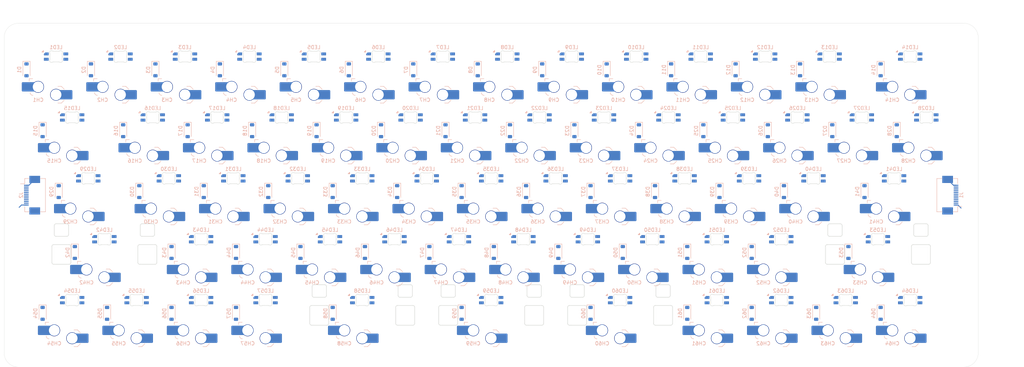
<source format=kicad_pcb>
(kicad_pcb (version 20240108) (generator "pcbnew") (generator_version "8.0")
  (layers (0 "F.Cu" signal) (31 "B.Cu" signal) (34 "B.Paste" user) (35 "F.Paste" user) (36 "B.SilkS" user "B.Silkscreen") (37 "F.SilkS" user "F.Silkscreen") (38 "B.Mask" user) (39 "F.Mask" user) (44 "Edge.Cuts" user))
  (net 0 "")
  (net 1 "C1")
  (net 2 "Net-(D1-A)")
  (net 3 "C2")
  (net 4 "Net-(D2-A)")
  (net 5 "C3")
  (net 6 "Net-(D3-A)")
  (net 7 "C4")
  (net 8 "Net-(D4-A)")
  (net 9 "Net-(D5-A)")
  (net 10 "C5")
  (net 11 "Net-(D6-A)")
  (net 12 "C6")
  (net 13 "Net-(D7-A)")
  (net 14 "C7")
  (net 15 "C8")
  (net 16 "Net-(D8-A)")
  (net 17 "Net-(D9-A)")
  (net 18 "Net-(D10-A)")
  (net 19 "Net-(D11-A)")
  (net 20 "Net-(D12-A)")
  (net 21 "Net-(D13-A)")
  (net 22 "Net-(D14-A)")
  (net 23 "Net-(D15-A)")
  (net 24 "Net-(D16-A)")
  (net 25 "Net-(D17-A)")
  (net 26 "Net-(D18-A)")
  (net 27 "Net-(D19-A)")
  (net 28 "Net-(D20-A)")
  (net 29 "Net-(D21-A)")
  (net 30 "Net-(D22-A)")
  (net 31 "Net-(D23-A)")
  (net 32 "Net-(D24-A)")
  (net 33 "Net-(D25-A)")
  (net 34 "Net-(D26-A)")
  (net 35 "Net-(D27-A)")
  (net 36 "Net-(D28-A)")
  (net 37 "Net-(D29-A)")
  (net 38 "Net-(D30-A)")
  (net 39 "Net-(D31-A)")
  (net 40 "Net-(D32-A)")
  (net 41 "Net-(D33-A)")
  (net 42 "Net-(D34-A)")
  (net 43 "Net-(D35-A)")
  (net 44 "Net-(D36-A)")
  (net 45 "Net-(D37-A)")
  (net 46 "Net-(D38-A)")
  (net 47 "Net-(D39-A)")
  (net 48 "Net-(D40-A)")
  (net 49 "Net-(D41-A)")
  (net 50 "Net-(D42-A)")
  (net 51 "Net-(D43-A)")
  (net 52 "Net-(D44-A)")
  (net 53 "Net-(D45-A)")
  (net 54 "Net-(D46-A)")
  (net 55 "Net-(D47-A)")
  (net 56 "Net-(D48-A)")
  (net 57 "Net-(D49-A)")
  (net 58 "Net-(D50-A)")
  (net 59 "Net-(D51-A)")
  (net 60 "Net-(D52-A)")
  (net 61 "Net-(D53-A)")
  (net 62 "Net-(D54-A)")
  (net 63 "Net-(D55-A)")
  (net 64 "Net-(D56-A)")
  (net 65 "Net-(D57-A)")
  (net 66 "Net-(D58-A)")
  (net 67 "Net-(D59-A)")
  (net 68 "Net-(D60-A)")
  (net 69 "Net-(D61-A)")
  (net 70 "Net-(D62-A)")
  (net 71 "Net-(D63-A)")
  (net 72 "Net-(D64-A)")
  (net 73 "R8")
  (net 74 "R7")
  (net 75 "R6")
  (net 76 "R5")
  (net 77 "R4")
  (net 78 "R3")
  (net 79 "R2")
  (net 80 "R1")
  (net 82 "GND")
  (net 84 "VCC")
  (net 85 "RGBIn")
  (net 87 "Net-(LED1-DOUT)")
  (net 88 "Net-(LED2-DOUT)")
  (net 89 "Net-(LED3-DOUT)")
  (net 90 "Net-(LED4-DOUT)")
  (net 91 "Net-(LED5-DOUT)")
  (net 92 "Net-(LED6-DOUT)")
  (net 93 "Net-(LED7-DOUT)")
  (net 94 "Net-(LED8-DOUT)")
  (net 95 "Net-(LED10-DIN)")
  (net 96 "Net-(LED10-DOUT)")
  (net 97 "Net-(LED11-DOUT)")
  (net 98 "Net-(LED12-DOUT)")
  (net 99 "Net-(LED13-DOUT)")
  (net 100 "Net-(LED14-DOUT)")
  (net 101 "Net-(LED15-DOUT)")
  (net 102 "Net-(LED16-DOUT)")
  (net 103 "Net-(LED17-DOUT)")
  (net 104 "Net-(LED18-DOUT)")
  (net 105 "Net-(LED19-DOUT)")
  (net 106 "Net-(LED20-DOUT)")
  (net 107 "Net-(LED21-DOUT)")
  (net 108 "Net-(LED22-DOUT)")
  (net 109 "Net-(LED23-DOUT)")
  (net 110 "Net-(LED24-DOUT)")
  (net 111 "Net-(LED25-DOUT)")
  (net 112 "Net-(LED26-DOUT)")
  (net 113 "Net-(LED27-DOUT)")
  (net 114 "Net-(LED28-DOUT)")
  (net 115 "Net-(LED29-DOUT)")
  (net 116 "Net-(LED30-DOUT)")
  (net 117 "Net-(LED31-DOUT)")
  (net 118 "Net-(LED32-DOUT)")
  (net 119 "Net-(LED33-DOUT)")
  (net 120 "Net-(LED34-DOUT)")
  (net 121 "Net-(LED35-DOUT)")
  (net 122 "Net-(LED36-DOUT)")
  (net 123 "Net-(LED37-DOUT)")
  (net 124 "Net-(LED38-DOUT)")
  (net 125 "Net-(LED39-DOUT)")
  (net 126 "Net-(LED40-DOUT)")
  (net 127 "Net-(LED41-DOUT)")
  (net 128 "Net-(LED42-DOUT)")
  (net 129 "Net-(LED43-DOUT)")
  (net 130 "Net-(LED44-DOUT)")
  (net 131 "Net-(LED45-DOUT)")
  (net 132 "Net-(LED46-DOUT)")
  (net 133 "Net-(LED47-DOUT)")
  (net 134 "Net-(LED48-DOUT)")
  (net 135 "Net-(LED49-DOUT)")
  (net 136 "Net-(LED50-DOUT)")
  (net 137 "Net-(LED51-DOUT)")
  (net 138 "Net-(LED52-DOUT)")
  (net 139 "Net-(LED53-DOUT)")
  (net 140 "Net-(LED54-DOUT)")
  (net 141 "Net-(LED55-DOUT)")
  (net 142 "Net-(LED56-DOUT)")
  (net 143 "Net-(LED57-DOUT)")
  (net 144 "Net-(LED58-DOUT)")
  (net 145 "Net-(LED59-DOUT)")
  (net 146 "Net-(LED60-DOUT)")
  (net 147 "Net-(LED61-DOUT)")
  (net 148 "Net-(LED62-DOUT)")
  (net 149 "Net-(LED63-DOUT)")
  (footprint "MountingHole:MountingHole_2.2mm_M2_ISO14580" (layer "F.Cu") (at 139.5 112)
    (property "Reference" "H4" (hide yes))
    (property "Value" "MountingHole")
  )
  (footprint "MountingHole:MountingHole_2.2mm_M2_ISO14580" (layer "F.Cu") (at 63 24)
    (property "Reference" "H5" (hide yes))
    (property "Value" "MountingHole")
  )
  (footprint "MountingHole:MountingHole_2.2mm_M2_ISO14580" (layer "F.Cu") (at 211.5 112)
    (property "Reference" "H12" (hide yes))
    (property "Value" "MountingHole")
  )
  (footprint "MountingHole:MountingHole_2.2mm_M2_ISO14580" (layer "F.Cu") (at 25.5 24)
    (property "Reference" "H1" (hide yes))
    (property "Value" "MountingHole")
  )
  (footprint "PCM_marbastlib-xp-choc:STAB_choc_2u" (layer "F.Cu") (at 265.5 85)
    (property "Reference" "S5" (hide yes))
    (property "Value" "choc_stab")
    (fp_line (start -14.65 1.8) (end -14.65 -2.7) (stroke (width 0.12)) (layer "Edge.Cuts"))
    (fp_line (start -14.15 -3.2) (end -9.85 -3.2) (stroke (width 0.12)) (layer "Edge.Cuts"))
    (fp_line (start -14.15 2.3) (end -9.85 2.3) (stroke (width 0.12)) (layer "Edge.Cuts"))
    (fp_line (start -14 -6) (end -14 -8.5) (stroke (width 0.12)) (layer "Edge.Cuts"))
    (fp_line (start -13.5 -9) (end -10.5 -9) (stroke (width 0.12)) (layer "Edge.Cuts"))
    (fp_line (start -13.5 -5.5) (end -10.5 -5.5) (stroke (width 0.12)) (layer "Edge.Cuts"))
    (fp_line (start -10 -6) (end -10 -8.5) (stroke (width 0.12)) (layer "Edge.Cuts"))
    (fp_line (start -9.35 1.8) (end -9.35 -2.7) (stroke (width 0.12)) (layer "Edge.Cuts"))
    (fp_line (start 9.35 1.8) (end 9.35 -2.7) (stroke (width 0.12)) (layer "Edge.Cuts"))
    (fp_line (start 10 -6) (end 10 -8.5) (stroke (width 0.12)) (layer "Edge.Cuts"))
    (fp_line (start 13.5 -9) (end 10.5 -9) (stroke (width 0.12)) (layer "Edge.Cuts"))
    (fp_line (start 13.5 -5.5) (end 10.5 -5.5) (stroke (width 0.12)) (layer "Edge.Cuts"))
    (fp_line (start 14 -6) (end 14 -8.5) (stroke (width 0.12)) (layer "Edge.Cuts"))
    (fp_line (start 14.15 -3.2) (end 9.85 -3.2) (stroke (width 0.12)) (layer "Edge.Cuts"))
    (fp_line (start 14.15 2.3) (end 9.85 2.3) (stroke (width 0.12)) (layer "Edge.Cuts"))
    (fp_line (start 14.65 1.8) (end 14.65 -2.7) (stroke (width 0.12)) (layer "Edge.Cuts"))
    (fp_arc (start -14.65 -2.7) (mid -14.503553 -3.053553) (end -14.15 -3.2) (stroke (width 0.12)) (layer "Edge.Cuts"))
    (fp_arc (start -14.15 2.3) (mid -14.503553 2.153553) (end -14.65 1.8) (stroke (width 0.12)) (layer "Edge.Cuts"))
    (fp_arc (start -14 -8.5) (mid -13.853553 -8.853553) (end -13.5 -9) (stroke (width 0.12)) (layer "Edge.Cuts"))
    (fp_arc (start -13.5 -5.5) (mid -13.853553 -5.646447) (end -14 -6) (stroke (width 0.12)) (layer "Edge.Cuts"))
    (fp_arc (start -10.5 -9) (mid -10.146447 -8.853553) (end -10 -8.5) (stroke (width 0.12)) (layer "Edge.Cuts"))
    (fp_arc (start -10 -6) (mid -10.146447 -5.646447) (end -10.5 -5.5) (stroke (width 0.12)) (layer "Edge.Cuts"))
    (fp_arc (start -9.85 -3.2) (mid -9.496447 -3.053553) (end -9.35 -2.7) (stroke (width 0.12)) (layer "Edge.Cuts"))
    (fp_arc (start -9.35 1.8) (mid -9.496447 2.153553) (end -9.85 2.3) (stroke (width 0.12)) (layer "Edge.Cuts"))
    (fp_arc (start 9.35 -2.7) (mid 9.496447 -3.053553) (end 9.85 -3.2) (stroke (width 0.12)) (layer "Edge.Cuts"))
    (fp_arc (start 9.85 2.3) (mid 9.496447 2.153553) (end 9.35 1.8) (stroke (width 0.12)) (layer "Edge.Cuts"))
    (fp_arc (start 10 -8.5) (mid 10.146447 -8.853553) (end 10.5 -9) (stroke (width 0.12)) (layer "Edge.Cuts"))
    (fp_arc (start 10.5 -5.5) (mid 10.146447 -5.646447) (end 10 -6) (stroke (width 0.12)) (layer "Edge.Cuts"))
    (fp_arc (start 13.5 -9) (mid 13.853553 -8.853553) (end 14 -8.5) (stroke (width 0.12)) (layer "Edge.Cuts"))
    (fp_arc (start 14 -6) (mid 13.853553 -5.646447) (end 13.5 -5.5) (stroke (width 0.12)) (layer "Edge.Cuts"))
    (fp_arc (start 14.15 -3.2) (mid 14.503553 -3.053553) (end 14.65 -2.7) (stroke (width 0.12)) (layer "Edge.Cuts"))
    (fp_arc (start 14.65 1.8) (mid 14.503553 2.153553) (end 14.15 2.3) (stroke (width 0.12)) (layer "Edge.Cuts"))
  )
  (footprint "MountingHole:MountingHole_2.2mm_M2_ISO14580" (layer "F.Cu") (at 103.5 112)
    (property "Reference" "H15" (hide yes))
    (property "Value" "MountingHole")
  )
  (footprint "MountingHole:MountingHole_2.2mm_M2_ISO14580" (layer "F.Cu") (at 289.5 42.5)
    (property "Reference" "H18" (hide yes))
    (property "Value" "MountingHole")
  )
  (footprint "MountingHole:MountingHole_2.2mm_M2_ISO14580" (layer "F.Cu") (at 289.5 24)
    (property "Reference" "H10" (hide yes))
    (property "Value" "MountingHole")
  )
  (footprint "MountingHole:MountingHole_2.2mm_M2_ISO14580" (layer "F.Cu") (at 289.5 93.5)
    (property "Reference" "H19" (hide yes))
    (property "Value" "MountingHole")
  )
  (footprint "MountingHole:MountingHole_2.2mm_M2_ISO14580" (layer "F.Cu") (at 175.5 112)
    (property "Reference" "H8" (hide yes))
    (property "Value" "MountingHole")
  )
  (footprint "PCM_marbastlib-xp-choc:STAB_choc_2u" (layer "F.Cu") (at 121.5 102)
    (property "Reference" "S2" (hide yes))
    (property "Value" "choc_stab")
    (fp_line (start -14.65 1.8) (end -14.65 -2.7) (stroke (width 0.12)) (layer "Edge.Cuts"))
    (fp_line (start -14.15 -3.2) (end -9.85 -3.2) (stroke (width 0.12)) (layer "Edge.Cuts"))
    (fp_line (start -14.15 2.3) (end -9.85 2.3) (stroke (width 0.12)) (layer "Edge.Cuts"))
    (fp_line (start -14 -6) (end -14 -8.5) (stroke (width 0.12)) (layer "Edge.Cuts"))
    (fp_line (start -13.5 -9) (end -10.5 -9) (stroke (width 0.12)) (layer "Edge.Cuts"))
    (fp_line (start -13.5 -5.5) (end -10.5 -5.5) (stroke (width 0.12)) (layer "Edge.Cuts"))
    (fp_line (start -10 -6) (end -10 -8.5) (stroke (width 0.12)) (layer "Edge.Cuts"))
    (fp_line (start -9.35 1.8) (end -9.35 -2.7) (stroke (width 0.12)) (layer "Edge.Cuts"))
    (fp_line (start 9.35 1.8) (end 9.35 -2.7) (stroke (width 0.12)) (layer "Edge.Cuts"))
    (fp_line (start 10 -6) (end 10 -8.5) (stroke (width 0.12)) (layer "Edge.Cuts"))
    (fp_line (start 13.5 -9) (end 10.5 -9) (stroke (width 0.12)) (layer "Edge.Cuts"))
    (fp_line (start 13.5 -5.5) (end 10.5 -5.5) (stroke (width 0.12)) (layer "Edge.Cuts"))
    (fp_line (start 14 -6) (end 14 -8.5) (stroke (width 0.12)) (layer "Edge.Cuts"))
    (fp_line (start 14.15 -3.2) (end 9.85 -3.2) (stroke (width 0.12)) (layer "Edge.Cuts"))
    (fp_line (start 14.15 2.3) (end 9.85 2.3) (stroke (width 0.12)) (layer "Edge.Cuts"))
    (fp_line (start 14.65 1.8) (end 14.65 -2.7) (stroke (width 0.12)) (layer "Edge.Cuts"))
    (fp_arc (start -14.65 -2.7) (mid -14.503553 -3.053553) (end -14.15 -3.2) (stroke (width 0.12)) (layer "Edge.Cuts"))
    (fp_arc (start -14.15 2.3) (mid -14.503553 2.153553) (end -14.65 1.8) (stroke (width 0.12)) (layer "Edge.Cuts"))
    (fp_arc (start -14 -8.5) (mid -13.853553 -8.853553) (end -13.5 -9) (stroke (width 0.12)) (layer "Edge.Cuts"))
    (fp_arc (start -13.5 -5.5) (mid -13.853553 -5.646447) (end -14 -6) (stroke (width 0.12)) (layer "Edge.Cuts"))
    (fp_arc (start -10.5 -9) (mid -10.146447 -8.853553) (end -10 -8.5) (stroke (width 0.12)) (layer "Edge.Cuts"))
    (fp_arc (start -10 -6) (mid -10.146447 -5.646447) (end -10.5 -5.5) (stroke (width 0.12)) (layer "Edge.Cuts"))
    (fp_arc (start -9.85 -3.2) (mid -9.496447 -3.053553) (end -9.35 -2.7) (stroke (width 0.12)) (layer "Edge.Cuts"))
    (fp_arc (start -9.35 1.8) (mid -9.496447 2.153553) (end -9.85 2.3) (stroke (width 0.12)) (layer "Edge.Cuts"))
    (fp_arc (start 9.35 -2.7) (mid 9.496447 -3.053553) (end 9.85 -3.2) (stroke (width 0.12)) (layer "Edge.Cuts"))
    (fp_arc (start 9.85 2.3) (mid 9.496447 2.153553) (end 9.35 1.8) (stroke (width 0.12)) (layer "Edge.Cuts"))
    (fp_arc (start 10 -8.5) (mid 10.146447 -8.853553) (end 10.5 -9) (stroke (width 0.12)) (layer "Edge.Cuts"))
    (fp_arc (start 10.5 -5.5) (mid 10.146447 -5.646447) (end 10 -6) (stroke (width 0.12)) (layer "Edge.Cuts"))
    (fp_arc (start 13.5 -9) (mid 13.853553 -8.853553) (end 14 -8.5) (stroke (width 0.12)) (layer "Edge.Cuts"))
    (fp_arc (start 14 -6) (mid 13.853553 -5.646447) (end 13.5 -5.5) (stroke (width 0.12)) (layer "Edge.Cuts"))
    (fp_arc (start 14.15 -3.2) (mid 14.503553 -3.053553) (end 14.65 -2.7) (stroke (width 0.12)) (layer "Edge.Cuts"))
    (fp_arc (start 14.65 1.8) (mid 14.503553 2.153553) (end 14.15 2.3) (stroke (width 0.12)) (layer "Edge.Cuts"))
  )
  (footprint "MountingHole:MountingHole_2.2mm_M2_ISO14580" (layer "F.Cu") (at 67.5 112)
    (property "Reference" "H11" (hide yes))
    (property "Value" "MountingHole")
  )
  (footprint "MountingHole:MountingHole_2.2mm_M2_ISO14580" (layer "F.Cu") (at 135 24)
    (property "Reference" "H13" (hide yes))
    (property "Value" "MountingHole")
  )
  (footprint "MountingHole:MountingHole_2.2mm_M2_ISO14580" (layer "F.Cu") (at 25.5 93.5)
    (property "Reference" "H7" (hide yes))
    (property "Value" "MountingHole")
  )
  (footprint "PCM_marbastlib-xp-choc:STAB_choc_2u" (layer "F.Cu") (at 193.5 102)
    (property "Reference" "S4" (hide yes))
    (property "Value" "choc_stab")
    (fp_line (start -14.65 1.8) (end -14.65 -2.7) (stroke (width 0.12)) (layer "Edge.Cuts"))
    (fp_line (start -14.15 -3.2) (end -9.85 -3.2) (stroke (width 0.12)) (layer "Edge.Cuts"))
    (fp_line (start -14.15 2.3) (end -9.85 2.3) (stroke (width 0.12)) (layer "Edge.Cuts"))
    (fp_line (start -14 -6) (end -14 -8.5) (stroke (width 0.12)) (layer "Edge.Cuts"))
    (fp_line (start -13.5 -9) (end -10.5 -9) (stroke (width 0.12)) (layer "Edge.Cuts"))
    (fp_line (start -13.5 -5.5) (end -10.5 -5.5) (stroke (width 0.12)) (layer "Edge.Cuts"))
    (fp_line (start -10 -6) (end -10 -8.5) (stroke (width 0.12)) (layer "Edge.Cuts"))
    (fp_line (start -9.35 1.8) (end -9.35 -2.7) (stroke (width 0.12)) (layer "Edge.Cuts"))
    (fp_line (start 9.35 1.8) (end 9.35 -2.7) (stroke (width 0.12)) (layer "Edge.Cuts"))
    (fp_line (start 10 -6) (end 10 -8.5) (stroke (width 0.12)) (layer "Edge.Cuts"))
    (fp_line (start 13.5 -9) (end 10.5 -9) (stroke (width 0.12)) (layer "Edge.Cuts"))
    (fp_line (start 13.5 -5.5) (end 10.5 -5.5) (stroke (width 0.12)) (layer "Edge.Cuts"))
    (fp_line (start 14 -6) (end 14 -8.5) (stroke (width 0.12)) (layer "Edge.Cuts"))
    (fp_line (start 14.15 -3.2) (end 9.85 -3.2) (stroke (width 0.12)) (layer "Edge.Cuts"))
    (fp_line (start 14.15 2.3) (end 9.85 2.3) (stroke (width 0.12)) (layer "Edge.Cuts"))
    (fp_line (start 14.65 1.8) (end 14.65 -2.7) (stroke (width 0.12)) (layer "Edge.Cuts"))
    (fp_arc (start -14.65 -2.7) (mid -14.503553 -3.053553) (end -14.15 -3.2) (stroke (width 0.12)) (layer "Edge.Cuts"))
    (fp_arc (start -14.15 2.3) (mid -14.503553 2.153553) (end -14.65 1.8) (stroke (width 0.12)) (layer "Edge.Cuts"))
    (fp_arc (start -14 -8.5) (mid -13.853553 -8.853553) (end -13.5 -9) (stroke (width 0.12)) (layer "Edge.Cuts"))
    (fp_arc (start -13.5 -5.5) (mid -13.853553 -5.646447) (end -14 -6) (stroke (width 0.12)) (layer "Edge.Cuts"))
    (fp_arc (start -10.5 -9) (mid -10.146447 -8.853553) (end -10 -8.5) (stroke (width 0.12)) (layer "Edge.Cuts"))
    (fp_arc (start -10 -6) (mid -10.146447 -5.646447) (end -10.5 -5.5) (stroke (width 0.12)) (layer "Edge.Cuts"))
    (fp_arc (start -9.85 -3.2) (mid -9.496447 -3.053553) (end -9.35 -2.7) (stroke (width 0.12)) (layer "Edge.Cuts"))
    (fp_arc (start -9.35 1.8) (mid -9.496447 2.153553) (end -9.85 2.3) (stroke (width 0.12)) (layer "Edge.Cuts"))
    (fp_arc (start 9.35 -2.7) (mid 9.496447 -3.053553) (end 9.85 -3.2) (stroke (width 0.12)) (layer "Edge.Cuts"))
    (fp_arc (start 9.85 2.3) (mid 9.496447 2.153553) (end 9.35 1.8) (stroke (width 0.12)) (layer "Edge.Cuts"))
    (fp_arc (start 10 -8.5) (mid 10.146447 -8.853553) (end 10.5 -9) (stroke (width 0.12)) (layer "Edge.Cuts"))
    (fp_arc (start 10.5 -5.5) (mid 10.146447 -5.646447) (end 10 -6) (stroke (width 0.12)) (layer "Edge.Cuts"))
    (fp_arc (start 13.5 -9) (mid 13.853553 -8.853553) (end 14 -8.5) (stroke (width 0.12)) (layer "Edge.Cuts"))
    (fp_arc (start 14 -6) (mid 13.853553 -5.646447) (end 13.5 -5.5) (stroke (width 0.12)) (layer "Edge.Cuts"))
    (fp_arc (start 14.15 -3.2) (mid 14.503553 -3.053553) (end 14.65 -2.7) (stroke (width 0.12)) (layer "Edge.Cuts"))
    (fp_arc (start 14.65 1.8) (mid 14.503553 2.153553) (end 14.15 2.3) (stroke (width 0.12)) (layer "Edge.Cuts"))
  )
  (footprint "MountingHole:MountingHole_2.2mm_M2_ISO14580" (layer "F.Cu") (at 207 24)
    (property "Reference" "H2" (hide yes))
    (property "Value" "MountingHole")
  )
  (footprint "PCM_marbastlib-xp-choc:STAB_choc_2u" (layer "F.Cu") (at 157.5 102)
    (property "Reference" "S3" (hide yes))
    (property "Value" "choc_stab")
    (fp_line (start -14.65 1.8) (end -14.65 -2.7) (stroke (width 0.12)) (layer "Edge.Cuts"))
    (fp_line (start -14.15 -3.2) (end -9.85 -3.2) (stroke (width 0.12)) (layer "Edge.Cuts"))
    (fp_line (start -14.15 2.3) (end -9.85 2.3) (stroke (width 0.12)) (layer "Edge.Cuts"))
    (fp_line (start -14 -6) (end -14 -8.5) (stroke (width 0.12)) (layer "Edge.Cuts"))
    (fp_line (start -13.5 -9) (end -10.5 -9) (stroke (width 0.12)) (layer "Edge.Cuts"))
    (fp_line (start -13.5 -5.5) (end -10.5 -5.5) (stroke (width 0.12)) (layer "Edge.Cuts"))
    (fp_line (start -10 -6) (end -10 -8.5) (stroke (width 0.12)) (layer "Edge.Cuts"))
    (fp_line (start -9.35 1.8) (end -9.35 -2.7) (stroke (width 0.12)) (layer "Edge.Cuts"))
    (fp_line (start 9.35 1.8) (end 9.35 -2.7) (stroke (width 0.12)) (layer "Edge.Cuts"))
    (fp_line (start 10 -6) (end 10 -8.5) (stroke (width 0.12)) (layer "Edge.Cuts"))
    (fp_line (start 13.5 -9) (end 10.5 -9) (stroke (width 0.12)) (layer "Edge.Cuts"))
    (fp_line (start 13.5 -5.5) (end 10.5 -5.5) (stroke (width 0.12)) (layer "Edge.Cuts"))
    (fp_line (start 14 -6) (end 14 -8.5) (stroke (width 0.12)) (layer "Edge.Cuts"))
    (fp_line (start 14.15 -3.2) (end 9.85 -3.2) (stroke (width 0.12)) (layer "Edge.Cuts"))
    (fp_line (start 14.15 2.3) (end 9.85 2.3) (stroke (width 0.12)) (layer "Edge.Cuts"))
    (fp_line (start 14.65 1.8) (end 14.65 -2.7) (stroke (width 0.12)) (layer "Edge.Cuts"))
    (fp_arc (start -14.65 -2.7) (mid -14.503553 -3.053553) (end -14.15 -3.2) (stroke (width 0.12)) (layer "Edge.Cuts"))
    (fp_arc (start -14.15 2.3) (mid -14.503553 2.153553) (end -14.65 1.8) (stroke (width 0.12)) (layer "Edge.Cuts"))
    (fp_arc (start -14 -8.5) (mid -13.853553 -8.853553) (end -13.5 -9) (stroke (width 0.12)) (layer "Edge.Cuts"))
    (fp_arc (start -13.5 -5.5) (mid -13.853553 -5.646447) (end -14 -6) (stroke (width 0.12)) (layer "Edge.Cuts"))
    (fp_arc (start -10.5 -9) (mid -10.146447 -8.853553) (end -10 -8.5) (stroke (width 0.12)) (layer "Edge.Cuts"))
    (fp_arc (start -10 -6) (mid -10.146447 -5.646447) (end -10.5 -5.5) (stroke (width 0.12)) (layer "Edge.Cuts"))
    (fp_arc (start -9.85 -3.2) (mid -9.496447 -3.053553) (end -9.35 -2.7) (stroke (width 0.12)) (layer "Edge.Cuts"))
    (fp_arc (start -9.35 1.8) (mid -9.496447 2.153553) (end -9.85 2.3) (stroke (width 0.12)) (layer "Edge.Cuts"))
    (fp_arc (start 9.35 -2.7) (mid 9.496447 -3.053553) (end 9.85 -3.2) (stroke (width 0.12)) (layer "Edge.Cuts"))
    (fp_arc (start 9.85 2.3) (mid 9.496447 2.153553) (end 9.35 1.8) (stroke (width 0.12)) (layer "Edge.Cuts"))
    (fp_arc (start 10 -8.5) (mid 10.146447 -8.853553) (end 10.5 -9) (stroke (width 0.12)) (layer "Edge.Cuts"))
    (fp_arc (start 10.5 -5.5) (mid 10.146447 -5.646447) (end 10 -6) (stroke (width 0.12)) (layer "Edge.Cuts"))
    (fp_arc (start 13.5 -9) (mid 13.853553 -8.853553) (end 14 -8.5) (stroke (width 0.12)) (layer "Edge.Cuts"))
    (fp_arc (start 14 -6) (mid 13.853553 -5.646447) (end 13.5 -5.5) (stroke (width 0.12)) (layer "Edge.Cuts"))
    (fp_arc (start 14.15 -3.2) (mid 14.503553 -3.053553) (end 14.65 -2.7) (stroke (width 0.12)) (layer "Edge.Cuts"))
    (fp_arc (start 14.65 1.8) (mid 14.503553 2.153553) (end 14.15 2.3) (stroke (width 0.12)) (layer "Edge.Cuts"))
  )
  (footprint "MountingHole:MountingHole_2.2mm_M2_ISO14580" (layer "F.Cu") (at 243 24)
    (property "Reference" "H6" (hide yes))
    (property "Value" "MountingHole")
  )
  (footprint "MountingHole:MountingHole_2.2mm_M2_ISO14580" (layer "F.Cu") (at 289.5 112)
    (property "Reference" "H20" (hide yes))
    (property "Value" "MountingHole")
  )
  (footprint "MountingHole:MountingHole_2.2mm_M2_ISO14580" (layer "F.Cu") (at 247.5 112)
    (property "Reference" "H16" (hide yes))
    (property "Value" "MountingHole")
  )
  (footprint "MountingHole:MountingHole_2.2mm_M2_ISO14580" (layer "F.Cu") (at 25.5 42.5)
    (property "Reference" "H14" (hide yes))
    (property "Value" "MountingHole")
  )
  (footprint "PCM_marbastlib-xp-choc:STAB_choc_2u" (layer "F.Cu") (at 49.5 85)
    (property "Reference" "S1" (hide yes))
    (property "Value" "choc_stab")
    (fp_line (start -14.65 1.8) (end -14.65 -2.7) (stroke (width 0.12)) (layer "Edge.Cuts"))
    (fp_line (start -14.15 -3.2) (end -9.85 -3.2) (stroke (width 0.12)) (layer "Edge.Cuts"))
    (fp_line (start -14.15 2.3) (end -9.85 2.3) (stroke (width 0.12)) (layer "Edge.Cuts"))
    (fp_line (start -14 -6) (end -14 -8.5) (stroke (width 0.12)) (layer "Edge.Cuts"))
    (fp_line (start -13.5 -9) (end -10.5 -9) (stroke (width 0.12)) (layer "Edge.Cuts"))
    (fp_line (start -13.5 -5.5) (end -10.5 -5.5) (stroke (width 0.12)) (layer "Edge.Cuts"))
    (fp_line (start -10 -6) (end -10 -8.5) (stroke (width 0.12)) (layer "Edge.Cuts"))
    (fp_line (start -9.35 1.8) (end -9.35 -2.7) (stroke (width 0.12)) (layer "Edge.Cuts"))
    (fp_line (start 9.35 1.8) (end 9.35 -2.7) (stroke (width 0.12)) (layer "Edge.Cuts"))
    (fp_line (start 10 -6) (end 10 -8.5) (stroke (width 0.12)) (layer "Edge.Cuts"))
    (fp_line (start 13.5 -9) (end 10.5 -9) (stroke (width 0.12)) (layer "Edge.Cuts"))
    (fp_line (start 13.5 -5.5) (end 10.5 -5.5) (stroke (width 0.12)) (layer "Edge.Cuts"))
    (fp_line (start 14 -6) (end 14 -8.5) (stroke (width 0.12)) (layer "Edge.Cuts"))
    (fp_line (start 14.15 -3.2) (end 9.85 -3.2) (stroke (width 0.12)) (layer "Edge.Cuts"))
    (fp_line (start 14.15 2.3) (end 9.85 2.3) (stroke (width 0.12)) (layer "Edge.Cuts"))
    (fp_line (start 14.65 1.8) (end 14.65 -2.7) (stroke (width 0.12)) (layer "Edge.Cuts"))
    (fp_arc (start -14.65 -2.7) (mid -14.503553 -3.053553) (end -14.15 -3.2) (stroke (width 0.12)) (layer "Edge.Cuts"))
    (fp_arc (start -14.15 2.3) (mid -14.503553 2.153553) (end -14.65 1.8) (stroke (width 0.12)) (layer "Edge.Cuts"))
    (fp_arc (start -14 -8.5) (mid -13.853553 -8.853553) (end -13.5 -9) (stroke (width 0.12)) (layer "Edge.Cuts"))
    (fp_arc (start -13.5 -5.5) (mid -13.853553 -5.646447) (end -14 -6) (stroke (width 0.12)) (layer "Edge.Cuts"))
    (fp_arc (start -10.5 -9) (mid -10.146447 -8.853553) (end -10 -8.5) (stroke (width 0.12)) (layer "Edge.Cuts"))
    (fp_arc (start -10 -6) (mid -10.146447 -5.646447) (end -10.5 -5.5) (stroke (width 0.12)) (layer "Edge.Cuts"))
    (fp_arc (start -9.85 -3.2) (mid -9.496447 -3.053553) (end -9.35 -2.7) (stroke (width 0.12)) (layer "Edge.Cuts"))
    (fp_arc (start -9.35 1.8) (mid -9.496447 2.153553) (end -9.85 2.3) (stroke (width 0.12)) (layer "Edge.Cuts"))
    (fp_arc (start 9.35 -2.7) (mid 9.496447 -3.053553) (end 9.85 -3.2) (stroke (width 0.12)) (layer "Edge.Cuts"))
    (fp_arc (start 9.85 2.3) (mid 9.496447 2.153553) (end 9.35 1.8) (stroke (width 0.12)) (layer "Edge.Cuts"))
    (fp_arc (start 10 -8.5) (mid 10.146447 -8.853553) (end 10.5 -9) (stroke (width 0.12)) (layer "Edge.Cuts"))
    (fp_arc (start 10.5 -5.5) (mid 10.146447 -5.646447) (end 10 -6) (stroke (width 0.12)) (layer "Edge.Cuts"))
    (fp_arc (start 13.5 -9) (mid 13.853553 -8.853553) (end 14 -8.5) (stroke (width 0.12)) (layer "Edge.Cuts"))
    (fp_arc (start 14 -6) (mid 13.853553 -5.646447) (end 13.5 -5.5) (stroke (width 0.12)) (layer "Edge.Cuts"))
    (fp_arc (start 14.15 -3.2) (mid 14.503553 -3.053553) (end 14.65 -2.7) (stroke (width 0.12)) (layer "Edge.Cuts"))
    (fp_arc (start 14.65 1.8) (mid 14.503553 2.153553) (end 14.15 2.3) (stroke (width 0.12)) (layer "Edge.Cuts"))
  )
  (footprint "MountingHole:MountingHole_2.2mm_M2_ISO14580" (layer "F.Cu") (at 171 24)
    (property "Reference" "H17" (hide yes))
    (property "Value" "MountingHole")
  )
  (footprint "MountingHole:MountingHole_2.2mm_M2_ISO14580" (layer "F.Cu") (at 99 24)
    (property "Reference" "H9" (hide yes))
    (property "Value" "MountingHole")
  )
  (footprint "MountingHole:MountingHole_2.2mm_M2_ISO14580" (layer "F.Cu") (at 25.5 112)
    (property "Reference" "H3" (hide yes))
    (property "Value" "MountingHole")
  )
  (footprint "Diode_SMD:D_SOD-123" (layer "B.Cu") (at 171.75 33 -90)
    (property "Reference" "D9")
    (property "Value" "1N4148W")
  )
  (footprint "Diode_SMD:D_SOD-123" (layer "B.Cu") (at 63.75 33 -90)
    (property "Reference" "D3")
    (property "Value" "1N4148W")
  )
  (footprint "Diode_SMD:D_SOD-123" (layer "B.Cu") (at 225.75 33 -90)
    (property "Reference" "D12")
    (property "Value" "1N4148W")
  )
  (footprint "PCM_marbastlib-choc:SW_choc_v1_HS_CPG135001S30_1u" (layer "B.Cu") (at 72 34 180)
    (property "Reference" "CH3")
    (property "Value" "choc_v1_SW_HS")
  )
  (footprint "Diode_SMD:D_SOD-123" (layer "B.Cu") (at 59.25 67 -90)
    (property "Reference" "D30")
    (property "Value" "1N4148W")
  )
  (footprint "Diode_SMD:D_SOD-123" (layer "B.Cu") (at 113.25 67 -90)
    (property "Reference" "D33")
    (property "Value" "1N4148W")
  )
  (footprint "PCM_marbastlib-choc:SW_choc_v1_HS_CPG135001S30_1u" (layer "B.Cu") (at 139.5 68 180)
    (property "Reference" "CH34")
    (property "Value" "choc_v1_SW_HS")
  )
  (footprint "PCM_marbastlib-choc:LED_choc_6028R" (layer "B.Cu") (at 256.5 97.3 180)
    (property "Reference" "LED63")
    (property "Value" "choc_SK6812MINI-E")
    (fp_line (start 1.699999 0.702841) (end 1.699999 -0.702843) (stroke (width 0.1)) (layer "Edge.Cuts"))
    (fp_line (start 0.794453 -1.5) (end -0.794452 -1.5) (stroke (width 0.1)) (layer "Edge.Cuts"))
    (fp_line (start -0.794452 1.499999) (end 0.794452 1.499999) (stroke (width 0.1)) (layer "Edge.Cuts"))
    (fp_line (start -1.699999 -0.702843) (end -1.699999 0.702841) (stroke (width 0.1)) (layer "Edge.Cuts"))
    (fp_arc (start 1.749484 0.919719) (mid 1.712526 0.814067) (end 1.699999 0.702841) (stroke (width 0.1)) (layer "Edge.Cuts"))
    (fp_arc (start 1.749484 0.919718) (mid 1.638073 1.504037) (end 1.046711 1.568298) (stroke (width 0.1)) (layer "Edge.Cuts"))
    (fp_arc (start 1.699999 -0.702844) (mid 1.712536 -0.814066) (end 1.749484 -0.919721) (stroke (width 0.1)) (layer "Edge.Cuts"))
    (fp_arc (start 1.046711 -1.568299) (mid 1.638071 -1.504036) (end 1.749484 -0.919721) (stroke (width 0.1)) (layer "Edge.Cuts"))
    (fp_arc (start 1.046711 -1.568299) (mid 0.925123 -1.517377) (end 0.794453 -1.5) (stroke (width 0.1)) (layer "Edge.Cuts"))
    (fp_arc (start 0.794452 1.499999) (mid 0.925123 1.517376) (end 1.046711 1.568298) (stroke (width 0.1)) (layer "Edge.Cuts"))
    (fp_arc (start -0.794453 -1.500001) (mid -0.925123 -1.517378) (end -1.046711 -1.5683) (stroke (width 0.1)) (layer "Edge.Cuts"))
    (fp_arc (start -1.04671 1.568298) (mid -0.925122 1.517376) (end -0.794452 1.499999) (stroke (width 0.1)) (layer "Edge.Cuts"))
    (fp_arc (start -1.046711 1.568296) (mid -1.63807 1.504033) (end -1.749484 0.919719) (stroke (width 0.1)) (layer "Edge.Cuts"))
    (fp_arc (start -1.699999 0.702842) (mid -1.712527 0.814067) (end -1.749484 0.919719) (stroke (width 0.1)) (layer "Edge.Cuts"))
    (fp_arc (start -1.749484 -0.919721) (mid -1.638071 -1.504036) (end -1.046711 -1.5683) (stroke (width 0.1)) (layer "Edge.Cuts"))
    (fp_arc (start -1.749484 -0.919721) (mid -1.712527 -0.814069) (end -1.699999 -0.702843) (stroke (width 0.1)) (layer "Edge.Cuts"))
  )
  (footprint "PCM_marbastlib-choc:SW_choc_v1_HS_CPG135001S30_1u" (layer "B.Cu") (at 265.5 85 180)
    (property "Reference" "CH53")
    (property "Value" "choc_v1_SW_HS")
  )
  (footprint "Diode_SMD:D_SOD-123" (layer "B.Cu") (at 126.75 50 -90)
    (property "Reference" "D20")
    (property "Value" "1N4148W")
  )
  (footprint "PCM_marbastlib-choc:SW_choc_v1_HS_CPG135001S30_1u" (layer "B.Cu") (at 36 34 180)
    (property "Reference" "CH1")
    (property "Value" "choc_v1_SW_HS")
  )
  (footprint "Diode_SMD:D_SOD-123" (layer "B.Cu") (at 270.75 50 -90)
    (property "Reference" "D28")
    (property "Value" "1N4148W")
  )
  (footprint "PCM_marbastlib-choc:SW_choc_v1_HS_CPG135001S30_1u" (layer "B.Cu") (at 256.5 102 180)
    (property "Reference" "CH63")
    (property "Value" "choc_v1_SW_HS")
  )
  (footprint "PCM_marbastlib-choc:SW_choc_v1_HS_CPG135001S30_1u" (layer "B.Cu") (at 279 51 180)
    (property "Reference" "CH28")
    (property "Value" "choc_v1_SW_HS")
  )
  (footprint "PCM_marbastlib-choc:LED_choc_6028R" (layer "B.Cu") (at 144 29.3 180)
    (property "Reference" "LED7")
    (property "Value" "choc_SK6812MINI-E")
    (fp_line (start 1.699999 0.702841) (end 1.699999 -0.702843) (stroke (width 0.1)) (layer "Edge.Cuts"))
    (fp_line (start 0.794453 -1.5) (end -0.794452 -1.5) (stroke (width 0.1)) (layer "Edge.Cuts"))
    (fp_line (start -0.794452 1.499999) (end 0.794452 1.499999) (stroke (width 0.1)) (layer "Edge.Cuts"))
    (fp_line (start -1.699999 -0.702843) (end -1.699999 0.702841) (stroke (width 0.1)) (layer "Edge.Cuts"))
    (fp_arc (start 1.749484 0.919719) (mid 1.712526 0.814067) (end 1.699999 0.702841) (stroke (width 0.1)) (layer "Edge.Cuts"))
    (fp_arc (start 1.749484 0.919718) (mid 1.638073 1.504037) (end 1.046711 1.568298) (stroke (width 0.1)) (layer "Edge.Cuts"))
    (fp_arc (start 1.699999 -0.702844) (mid 1.712536 -0.814066) (end 1.749484 -0.919721) (stroke (width 0.1)) (layer "Edge.Cuts"))
    (fp_arc (start 1.046711 -1.568299) (mid 1.638071 -1.504036) (end 1.749484 -0.919721) (stroke (width 0.1)) (layer "Edge.Cuts"))
    (fp_arc (start 1.046711 -1.568299) (mid 0.925123 -1.517377) (end 0.794453 -1.5) (stroke (width 0.1)) (layer "Edge.Cuts"))
    (fp_arc (start 0.794452 1.499999) (mid 0.925123 1.517376) (end 1.046711 1.568298) (stroke (width 0.1)) (layer "Edge.Cuts"))
    (fp_arc (start -0.794453 -1.500001) (mid -0.925123 -1.517378) (end -1.046711 -1.5683) (stroke (width 0.1)) (layer "Edge.Cuts"))
    (fp_arc (start -1.04671 1.568298) (mid -0.925122 1.517376) (end -0.794452 1.499999) (stroke (width 0.1)) (layer "Edge.Cuts"))
    (fp_arc (start -1.046711 1.568296) (mid -1.63807 1.504033) (end -1.749484 0.919719) (stroke (width 0.1)) (layer "Edge.Cuts"))
    (fp_arc (start -1.699999 0.702842) (mid -1.712527 0.814067) (end -1.749484 0.919719) (stroke (width 0.1)) (layer "Edge.Cuts"))
    (fp_arc (start -1.749484 -0.919721) (mid -1.638071 -1.504036) (end -1.046711 -1.5683) (stroke (width 0.1)) (layer "Edge.Cuts"))
    (fp_arc (start -1.749484 -0.919721) (mid -1.712527 -0.814069) (end -1.699999 -0.702843) (stroke (width 0.1)) (layer "Edge.Cuts"))
  )
  (footprint "PCM_marbastlib-choc:SW_choc_v1_HS_CPG135001S30_1u" (layer "B.Cu") (at 193.5 68 180)
    (property "Reference" "CH37")
    (property "Value" "choc_v1_SW_HS")
  )
  (footprint "Diode_SMD:D_SOD-123" (layer "B.Cu") (at 176.25 84 -90)
    (property "Reference" "D49")
    (property "Value" "1N4148W")
  )
  (footprint "PCM_marbastlib-choc:SW_choc_v1_HS_CPG135001S30_1u" (layer "B.Cu") (at 216 34 180)
    (property "Reference" "CH11")
    (property "Value" "choc_v1_SW_HS")
  )
  (footprint "Diode_SMD:D_SOD-123" (layer "B.Cu") (at 198.75 50 -90)
    (property "Reference" "D24")
    (property "Value" "1N4148W")
  )
  (footprint "Diode_SMD:D_SOD-123" (layer "B.Cu") (at 207.75 33 -90)
    (property "Reference" "D11")
    (property "Value" "1N4148W")
  )
  (footprint "PCM_marbastlib-choc:SW_choc_v1_HS_CPG135001S30_1u" (layer "B.Cu") (at 90 34 180)
    (property "Reference" "CH4")
    (property "Value" "choc_v1_SW_HS")
  )
  (footprint "PCM_marbastlib-choc:SW_choc_v1_HS_CPG135001S30_1u" (layer "B.Cu") (at 94.5 102 180)
    (property "Reference" "CH57")
    (property "Value" "choc_v1_SW_HS")
  )
  (footprint "Diode_SMD:D_SOD-123" (layer "B.Cu") (at 135.75 33 -90)
    (property "Reference" "D7")
    (property "Value" "1N4148W")
  )
  (footprint "PCM_marbastlib-choc:SW_choc_v1_HS_CPG135001S30_1u" (layer "B.Cu") (at 243 51 180)
    (property "Reference" "CH26")
    (property "Value" "choc_v1_SW_HS")
  )
  (footprint "PCM_marbastlib-choc:LED_choc_6028R" (layer "B.Cu") (at 207 46.3 180)
    (property "Reference" "LED24")
    (property "Value" "choc_SK6812MINI-E")
    (fp_line (start 1.699999 0.702841) (end 1.699999 -0.702843) (stroke (width 0.1)) (layer "Edge.Cuts"))
    (fp_line (start 0.794453 -1.5) (end -0.794452 -1.5) (stroke (width 0.1)) (layer "Edge.Cuts"))
    (fp_line (start -0.794452 1.499999) (end 0.794452 1.499999) (stroke (width 0.1)) (layer "Edge.Cuts"))
    (fp_line (start -1.699999 -0.702843) (end -1.699999 0.702841) (stroke (width 0.1)) (layer "Edge.Cuts"))
    (fp_arc (start 1.749484 0.919719) (mid 1.712526 0.814067) (end 1.699999 0.702841) (stroke (width 0.1)) (layer "Edge.Cuts"))
    (fp_arc (start 1.749484 0.919718) (mid 1.638073 1.504037) (end 1.046711 1.568298) (stroke (width 0.1)) (layer "Edge.Cuts"))
    (fp_arc (start 1.699999 -0.702844) (mid 1.712536 -0.814066) (end 1.749484 -0.919721) (stroke (width 0.1)) (layer "Edge.Cuts"))
    (fp_arc (start 1.046711 -1.568299) (mid 1.638071 -1.504036) (end 1.749484 -0.919721) (stroke (width 0.1)) (layer "Edge.Cuts"))
    (fp_arc (start 1.046711 -1.568299) (mid 0.925123 -1.517377) (end 0.794453 -1.5) (stroke (width 0.1)) (layer "Edge.Cuts"))
    (fp_arc (start 0.794452 1.499999) (mid 0.925123 1.517376) (end 1.046711 1.568298) (stroke (width 0.1)) (layer "Edge.Cuts"))
    (fp_arc (start -0.794453 -1.500001) (mid -0.925123 -1.517378) (end -1.046711 -1.5683) (stroke (width 0.1)) (layer "Edge.Cuts"))
    (fp_arc (start -1.04671 1.568298) (mid -0.925122 1.517376) (end -0.794452 1.499999) (stroke (width 0.1)) (layer "Edge.Cuts"))
    (fp_arc (start -1.046711 1.568296) (mid -1.63807 1.504033) (end -1.749484 0.919719) (stroke (width 0.1)) (layer "Edge.Cuts"))
    (fp_arc (start -1.699999 0.702842) (mid -1.712527 0.814067) (end -1.749484 0.919719) (stroke (width 0.1)) (layer "Edge.Cuts"))
    (fp_arc (start -1.749484 -0.919721) (mid -1.638071 -1.504036) (end -1.046711 -1.5683) (stroke (width 0.1)) (layer "Edge.Cuts"))
    (fp_arc (start -1.749484 -0.919721) (mid -1.712527 -0.814069) (end -1.699999 -0.702843) (stroke (width 0.1)) (layer "Edge.Cuts"))
  )
  (footprint "PCM_marbastlib-choc:SW_choc_v1_HS_CPG135001S30_1u" (layer "B.Cu") (at 76.5 85 180)
    (property "Reference" "CH43")
    (property "Value" "choc_v1_SW_HS")
  )
  (footprint "Diode_SMD:D_SOD-123" (layer "B.Cu") (at 36.75 67 -90)
    (property "Reference" "D29")
    (property "Value" "1N4148W")
  )
  (footprint "Diode_SMD:D_SOD-123" (layer "B.Cu") (at 149.25 67 -90)
    (property "Reference" "D35")
    (property "Value" "1N4148W")
  )
  (footprint "PCM_marbastlib-choc:SW_choc_v1_HS_CPG135001S30_1u" (layer "B.Cu") (at 247.5 68 180)
    (property "Reference" "CH40")
    (property "Value" "choc_v1_SW_HS")
  )
  (footprint "PCM_marbastlib-choc:LED_choc_6028R" (layer "B.Cu") (at 234 29.3 180)
    (property "Reference" "LED12")
    (property "Value" "choc_SK6812MINI-E")
    (fp_line (start 1.699999 0.702841) (end 1.699999 -0.702843) (stroke (width 0.1)) (layer "Edge.Cuts"))
    (fp_line (start 0.794453 -1.5) (end -0.794452 -1.5) (stroke (width 0.1)) (layer "Edge.Cuts"))
    (fp_line (start -0.794452 1.499999) (end 0.794452 1.499999) (stroke (width 0.1)) (layer "Edge.Cuts"))
    (fp_line (start -1.699999 -0.702843) (end -1.699999 0.702841) (stroke (width 0.1)) (layer "Edge.Cuts"))
    (fp_arc (start 1.749484 0.919719) (mid 1.712526 0.814067) (end 1.699999 0.702841) (stroke (width 0.1)) (layer "Edge.Cuts"))
    (fp_arc (start 1.749484 0.919718) (mid 1.638073 1.504037) (end 1.046711 1.568298) (stroke (width 0.1)) (layer "Edge.Cuts"))
    (fp_arc (start 1.699999 -0.702844) (mid 1.712536 -0.814066) (end 1.749484 -0.919721) (stroke (width 0.1)) (layer "Edge.Cuts"))
    (fp_arc (start 1.046711 -1.568299) (mid 1.638071 -1.504036) (end 1.749484 -0.919721) (stroke (width 0.1)) (layer "Edge.Cuts"))
    (fp_arc (start 1.046711 -1.568299) (mid 0.925123 -1.517377) (end 0.794453 -1.5) (stroke (width 0.1)) (layer "Edge.Cuts"))
    (fp_arc (start 0.794452 1.499999) (mid 0.925123 1.517376) (end 1.046711 1.568298) (stroke (width 0.1)) (layer "Edge.Cuts"))
    (fp_arc (start -0.794453 -1.500001) (mid -0.925123 -1.517378) (end -1.046711 -1.5683) (stroke (width 0.1)) (layer "Edge.Cuts"))
    (fp_arc (start -1.04671 1.568298) (mid -0.925122 1.517376) (end -0.794452 1.499999) (stroke (width 0.1)) (layer "Edge.Cuts"))
    (fp_arc (start -1.046711 1.568296) (mid -1.63807 1.504033) (end -1.749484 0.919719) (stroke (width 0.1)) (layer "Edge.Cuts"))
    (fp_arc (start -1.699999 0.702842) (mid -1.712527 0.814067) (end -1.749484 0.919719) (stroke (width 0.1)) (layer "Edge.Cuts"))
    (fp_arc (start -1.749484 -0.919721) (mid -1.638071 -1.504036) (end -1.046711 -1.5683) (stroke (width 0.1)) (layer "Edge.Cuts"))
    (fp_arc (start -1.749484 -0.919721) (mid -1.712527 -0.814069) (end -1.699999 -0.702843) (stroke (width 0.1)) (layer "Edge.Cuts"))
  )
  (footprint "PCM_marbastlib-choc:SW_choc_v1_HS_CPG135001S30_1u" (layer "B.Cu") (at 99 51 180)
    (property "Reference" "CH18")
    (property "Value" "choc_v1_SW_HS")
  )
  (footprint "PCM_marbastlib-choc:SW_choc_v1_HS_CPG135001S30_1u" (layer "B.Cu") (at 270 68 180)
    (property "Reference" "CH41")
    (property "Value" "choc_v1_SW_HS")
  )
  (footprint "PCM_marbastlib-choc:SW_choc_v1_HS_CPG135001S30_1u" (layer "B.Cu") (at 40.5 51 180)
    (property "Reference" "CH15")
    (property "Value" "choc_v1_SW_HS")
  )
  (footprint "PCM_marbastlib-choc:LED_choc_6028R" (layer "B.Cu") (at 72 29.3 180)
    (property "Reference" "LED3")
    (property "Value" "choc_SK6812MINI-E")
    (fp_line (start 1.699999 0.702841) (end 1.699999 -0.702843) (stroke (width 0.1)) (layer "Edge.Cuts"))
    (fp_line (start 0.794453 -1.5) (end -0.794452 -1.5) (stroke (width 0.1)) (layer "Edge.Cuts"))
    (fp_line (start -0.794452 1.499999) (end 0.794452 1.499999) (stroke (width 0.1)) (layer "Edge.Cuts"))
    (fp_line (start -1.699999 -0.702843) (end -1.699999 0.702841) (stroke (width 0.1)) (layer "Edge.Cuts"))
    (fp_arc (start 1.749484 0.919719) (mid 1.712526 0.814067) (end 1.699999 0.702841) (stroke (width 0.1)) (layer "Edge.Cuts"))
    (fp_arc (start 1.749484 0.919718) (mid 1.638073 1.504037) (end 1.046711 1.568298) (stroke (width 0.1)) (layer "Edge.Cuts"))
    (fp_arc (start 1.699999 -0.702844) (mid 1.712536 -0.814066) (end 1.749484 -0.919721) (stroke (width 0.1)) (layer "Edge.Cuts"))
    (fp_arc (start 1.046711 -1.568299) (mid 1.638071 -1.504036) (end 1.749484 -0.919721) (stroke (width 0.1)) (layer "Edge.Cuts"))
    (fp_arc (start 1.046711 -1.568299) (mid 0.925123 -1.517377) (end 0.794453 -1.5) (stroke (width 0.1)) (layer "Edge.Cuts"))
    (fp_arc (start 0.794452 1.499999) (mid 0.925123 1.517376) (end 1.046711 1.568298) (stroke (width 0.1)) (layer "Edge.Cuts"))
    (fp_arc (start -0.794453 -1.500001) (mid -0.925123 -1.517378) (end -1.046711 -1.5683) (stroke (width 0.1)) (layer "Edge.Cuts"))
    (fp_arc (start -1.04671 1.568298) (mid -0.925122 1.517376) (end -0.794452 1.499999) (stroke (width 0.1)) (layer "Edge.Cuts"))
    (fp_arc (start -1.046711 1.568296) (mid -1.63807 1.504033) (end -1.749484 0.919719) (stroke (width 0.1)) (layer "Edge.Cuts"))
    (fp_arc (start -1.699999 0.702842) (mid -1.712527 0.814067) (end -1.749484 0.919719) (stroke (width 0.1)) (layer "Edge.Cuts"))
    (fp_arc (start -1.749484 -0.919721) (mid -1.638071 -1.504036) (end -1.046711 -1.5683) (stroke (width 0.1)) (layer "Edge.Cuts"))
    (fp_arc (start -1.749484 -0.919721) (mid -1.712527 -0.814069) (end -1.699999 -0.702843) (stroke (width 0.1)) (layer "Edge.Cuts"))
  )
  (footprint "PCM_marbastlib-choc:LED_choc_6028R" (layer "B.Cu") (at 153 46.3 180)
    (property "Reference" "LED21")
    (property "Value" "choc_SK6812MINI-E")
    (fp_line (start 1.699999 0.702841) (end 1.699999 -0.702843) (stroke (width 0.1)) (layer "Edge.Cuts"))
    (fp_line (start 0.794453 -1.5) (end -0.794452 -1.5) (stroke (width 0.1)) (layer "Edge.Cuts"))
    (fp_line (start -0.794452 1.499999) (end 0.794452 1.499999) (stroke (width 0.1)) (layer "Edge.Cuts"))
    (fp_line (start -1.699999 -0.702843) (end -1.699999 0.702841) (stroke (width 0.1)) (layer "Edge.Cuts"))
    (fp_arc (start 1.749484 0.919719) (mid 1.712526 0.814067) (end 1.699999 0.702841) (stroke (width 0.1)) (layer "Edge.Cuts"))
    (fp_arc (start 1.749484 0.919718) (mid 1.638073 1.504037) (end 1.046711 1.568298) (stroke (width 0.1)) (layer "Edge.Cuts"))
    (fp_arc (start 1.699999 -0.702844) (mid 1.712536 -0.814066) (end 1.749484 -0.919721) (stroke (width 0.1)) (layer "Edge.Cuts"))
    (fp_arc (start 1.046711 -1.568299) (mid 1.638071 -1.504036) (end 1.749484 -0.919721) (stroke (width 0.1)) (layer "Edge.Cuts"))
    (fp_arc (start 1.046711 -1.568299) (mid 0.925123 -1.517377) (end 0.794453 -1.5) (stroke (width 0.1)) (layer "Edge.Cuts"))
    (fp_arc (start 0.794452 1.499999) (mid 0.925123 1.517376) (end 1.046711 1.568298) (stroke (width 0.1)) (layer "Edge.Cuts"))
    (fp_arc (start -0.794453 -1.500001) (mid -0.925123 -1.517378) (end -1.046711 -1.5683) (stroke (width 0.1)) (layer "Edge.Cuts"))
    (fp_arc (start -1.04671 1.568298) (mid -0.925122 1.517376) (end -0.794452 1.499999) (stroke (width 0.1)) (layer "Edge.Cuts"))
    (fp_arc (start -1.046711 1.568296) (mid -1.63807 1.504033) (end -1.749484 0.919719) (stroke (width 0.1)) (layer "Edge.Cuts"))
    (fp_arc (start -1.699999 0.702842) (mid -1.712527 0.814067) (end -1.749484 0.919719) (stroke (width 0.1)) (layer "Edge.Cuts"))
    (fp_arc (start -1.749484 -0.919721) (mid -1.638071 -1.504036) (end -1.046711 -1.5683) (stroke (width 0.1)) (layer "Edge.Cuts"))
    (fp_arc (start -1.749484 -0.919721) (mid -1.712527 -0.814069) (end -1.699999 -0.702843) (stroke (width 0.1)) (layer "Edge.Cuts"))
  )
  (footprint "Diode_SMD:D_SOD-123" (layer "B.Cu") (at 50.25 101 -90)
    (property "Reference" "D55")
    (property "Value" "1N4148W")
  )
  (footprint "PCM_marbastlib-choc:LED_choc_6028R" (layer "B.Cu") (at 157.5 97.3 180)
    (property "Reference" "LED59")
    (property "Value" "choc_SK6812MINI-E")
    (fp_line (start 1.699999 0.702841) (end 1.699999 -0.702843) (stroke (width 0.1)) (layer "Edge.Cuts"))
    (fp_line (start 0.794453 -1.5) (end -0.794452 -1.5) (stroke (width 0.1)) (layer "Edge.Cuts"))
    (fp_line (start -0.794452 1.499999) (end 0.794452 1.499999) (stroke (width 0.1)) (layer "Edge.Cuts"))
    (fp_line (start -1.699999 -0.702843) (end -1.699999 0.702841) (stroke (width 0.1)) (layer "Edge.Cuts"))
    (fp_arc (start 1.749484 0.919719) (mid 1.712526 0.814067) (end 1.699999 0.702841) (stroke (width 0.1)) (layer "Edge.Cuts"))
    (fp_arc (start 1.749484 0.919718) (mid 1.638073 1.504037) (end 1.046711 1.568298) (stroke (width 0.1)) (layer "Edge.Cuts"))
    (fp_arc (start 1.699999 -0.702844) (mid 1.712536 -0.814066) (end 1.749484 -0.919721) (stroke (width 0.1)) (layer "Edge.Cuts"))
    (fp_arc (start 1.046711 -1.568299) (mid 1.638071 -1.504036) (end 1.749484 -0.919721) (stroke (width 0.1)) (layer "Edge.Cuts"))
    (fp_arc (start 1.046711 -1.568299) (mid 0.925123 -1.517377) (end 0.794453 -1.5) (stroke (width 0.1)) (layer "Edge.Cuts"))
    (fp_arc (start 0.794452 1.499999) (mid 0.925123 1.517376) (end 1.046711 1.568298) (stroke (width 0.1)) (layer "Edge.Cuts"))
    (fp_arc (start -0.794453 -1.500001) (mid -0.925123 -1.517378) (end -1.046711 -1.5683) (stroke (width 0.1)) (layer "Edge.Cuts"))
    (fp_arc (start -1.04671 1.568298) (mid -0.925122 1.517376) (end -0.794452 1.499999) (stroke (width 0.1)) (layer "Edge.Cuts"))
    (fp_arc (start -1.046711 1.568296) (mid -1.63807 1.504033) (end -1.749484 0.919719) (stroke (width 0.1)) (layer "Edge.Cuts"))
    (fp_arc (start -1.699999 0.702842) (mid -1.712527 0.814067) (end -1.749484 0.919719) (stroke (width 0.1)) (layer "Edge.Cuts"))
    (fp_arc (start -1.749484 -0.919721) (mid -1.638071 -1.504036) (end -1.046711 -1.5683) (stroke (width 0.1)) (layer "Edge.Cuts"))
    (fp_arc (start -1.749484 -0.919721) (mid -1.712527 -0.814069) (end -1.699999 -0.702843) (stroke (width 0.1)) (layer "Edge.Cuts"))
  )
  (footprint "PCM_marbastlib-choc:LED_choc_6028R" (layer "B.Cu") (at 180 29.3 180)
    (property "Reference" "LED9")
    (property "Value" "choc_SK6812MINI-E")
    (fp_line (start 1.699999 0.702841) (end 1.699999 -0.702843) (stroke (width 0.1)) (layer "Edge.Cuts"))
    (fp_line (start 0.794453 -1.5) (end -0.794452 -1.5) (stroke (width 0.1)) (layer "Edge.Cuts"))
    (fp_line (start -0.794452 1.499999) (end 0.794452 1.499999) (stroke (width 0.1)) (layer "Edge.Cuts"))
    (fp_line (start -1.699999 -0.702843) (end -1.699999 0.702841) (stroke (width 0.1)) (layer "Edge.Cuts"))
    (fp_arc (start 1.749484 0.919719) (mid 1.712526 0.814067) (end 1.699999 0.702841) (stroke (width 0.1)) (layer "Edge.Cuts"))
    (fp_arc (start 1.749484 0.919718) (mid 1.638073 1.504037) (end 1.046711 1.568298) (stroke (width 0.1)) (layer "Edge.Cuts"))
    (fp_arc (start 1.699999 -0.702844) (mid 1.712536 -0.814066) (end 1.749484 -0.919721) (stroke (width 0.1)) (layer "Edge.Cuts"))
    (fp_arc (start 1.046711 -1.568299) (mid 1.638071 -1.504036) (end 1.749484 -0.919721) (stroke (width 0.1)) (layer "Edge.Cuts"))
    (fp_arc (start 1.046711 -1.568299) (mid 0.925123 -1.517377) (end 0.794453 -1.5) (stroke (width 0.1)) (layer "Edge.Cuts"))
    (fp_arc (start 0.794452 1.499999) (mid 0.925123 1.517376) (end 1.046711 1.568298) (stroke (width 0.1)) (layer "Edge.Cuts"))
    (fp_arc (start -0.794453 -1.500001) (mid -0.925123 -1.517378) (end -1.046711 -1.5683) (stroke (width 0.1)) (layer "Edge.Cuts"))
    (fp_arc (start -1.04671 1.568298) (mid -0.925122 1.517376) (end -0.794452 1.499999) (stroke (width 0.1)) (layer "Edge.Cuts"))
    (fp_arc (start -1.046711 1.568296) (mid -1.63807 1.504033) (end -1.749484 0.919719) (stroke (width 0.1)) (layer "Edge.Cuts"))
    (fp_arc (start -1.699999 0.702842) (mid -1.712527 0.814067) (end -1.749484 0.919719) (stroke (width 0.1)) (layer "Edge.Cuts"))
    (fp_arc (start -1.749484 -0.919721) (mid -1.638071 -1.504036) (end -1.046711 -1.5683) (stroke (width 0.1)) (layer "Edge.Cuts"))
    (fp_arc (start -1.749484 -0.919721) (mid -1.712527 -0.814069) (end -1.699999 -0.702843) (stroke (width 0.1)) (layer "Edge.Cuts"))
  )
  (footprint "PCM_marbastlib-choc:LED_choc_6028R" (layer "B.Cu") (at 274.5 97.3 180)
    (property "Reference" "LED64")
    (property "Value" "choc_SK6812MINI-E")
    (fp_line (start 1.699999 0.702841) (end 1.699999 -0.702843) (stroke (width 0.1)) (layer "Edge.Cuts"))
    (fp_line (start 0.794453 -1.5) (end -0.794452 -1.5) (stroke (width 0.1)) (layer "Edge.Cuts"))
    (fp_line (start -0.794452 1.499999) (end 0.794452 1.499999) (stroke (width 0.1)) (layer "Edge.Cuts"))
    (fp_line (start -1.699999 -0.702843) (end -1.699999 0.702841) (stroke (width 0.1)) (layer "Edge.Cuts"))
    (fp_arc (start 1.749484 0.919719) (mid 1.712526 0.814067) (end 1.699999 0.702841) (stroke (width 0.1)) (layer "Edge.Cuts"))
    (fp_arc (start 1.749484 0.919718) (mid 1.638073 1.504037) (end 1.046711 1.568298) (stroke (width 0.1)) (layer "Edge.Cuts"))
    (fp_arc (start 1.699999 -0.702844) (mid 1.712536 -0.814066) (end 1.749484 -0.919721) (stroke (width 0.1)) (layer "Edge.Cuts"))
    (fp_arc (start 1.046711 -1.568299) (mid 1.638071 -1.504036) (end 1.749484 -0.919721) (stroke (width 0.1)) (layer "Edge.Cuts"))
    (fp_arc (start 1.046711 -1.568299) (mid 0.925123 -1.517377) (end 0.794453 -1.5) (stroke (width 0.1)) (layer "Edge.Cuts"))
    (fp_arc (start 0.794452 1.499999) (mid 0.925123 1.517376) (end 1.046711 1.568298) (stroke (width 0.1)) (layer "Edge.Cuts"))
    (fp_arc (start -0.794453 -1.500001) (mid -0.925123 -1.517378) (end -1.046711 -1.5683) (stroke (width 0.1)) (layer "Edge.Cuts"))
    (fp_arc (start -1.04671 1.568298) (mid -0.925122 1.517376) (end -0.794452 1.499999) (stroke (width 0.1)) (layer "Edge.Cuts"))
    (fp_arc (start -1.046711 1.568296) (mid -1.63807 1.504033) (end -1.749484 0.919719) (stroke (width 0.1)) (layer "Edge.Cuts"))
    (fp_arc (start -1.699999 0.702842) (mid -1.712527 0.814067) (end -1.749484 0.919719) (stroke (width 0.1)) (layer "Edge.Cuts"))
    (fp_arc (start -1.749484 -0.919721) (mid -1.638071 -1.504036) (end -1.046711 -1.5683) (stroke (width 0.1)) (layer "Edge.Cuts"))
    (fp_arc (start -1.749484 -0.919721) (mid -1.712527 -0.814069) (end -1.699999 -0.702843) (stroke (width 0.1)) (layer "Edge.Cuts"))
  )
  (footprint "Diode_SMD:D_SOD-123" (layer "B.Cu") (at 140.25 84 -90)
    (property "Reference" "D47")
    (property "Value" "1N4148W")
  )
  (footprint "PCM_marbastlib-choc:LED_choc_6028R" (layer "B.Cu") (at 135 46.3 180)
    (property "Reference" "LED20")
    (property "Value" "choc_SK6812MINI-E")
    (fp_line (start 1.699999 0.702841) (end 1.699999 -0.702843) (stroke (width 0.1)) (layer "Edge.Cuts"))
    (fp_line (start 0.794453 -1.5) (end -0.794452 -1.5) (stroke (width 0.1)) (layer "Edge.Cuts"))
    (fp_line (start -0.794452 1.499999) (end 0.794452 1.499999) (stroke (width 0.1)) (layer "Edge.Cuts"))
    (fp_line (start -1.699999 -0.702843) (end -1.699999 0.702841) (stroke (width 0.1)) (layer "Edge.Cuts"))
    (fp_arc (start 1.749484 0.919719) (mid 1.712526 0.814067) (end 1.699999 0.702841) (stroke (width 0.1)) (layer "Edge.Cuts"))
    (fp_arc (start 1.749484 0.919718) (mid 1.638073 1.504037) (end 1.046711 1.568298) (stroke (width 0.1)) (layer "Edge.Cuts"))
    (fp_arc (start 1.699999 -0.702844) (mid 1.712536 -0.814066) (end 1.749484 -0.919721) (stroke (width 0.1)) (layer "Edge.Cuts"))
    (fp_arc (start 1.046711 -1.568299) (mid 1.638071 -1.504036) (end 1.749484 -0.919721) (stroke (width 0.1)) (layer "Edge.Cuts"))
    (fp_arc (start 1.046711 -1.568299) (mid 0.925123 -1.517377) (end 0.794453 -1.5) (stroke (width 0.1)) (layer "Edge.Cuts"))
    (fp_arc (start 0.794452 1.499999) (mid 0.925123 1.517376) (end 1.046711 1.568298) (stroke (width 0.1)) (layer "Edge.Cuts"))
    (fp_arc (start -0.794453 -1.500001) (mid -0.925123 -1.517378) (end -1.046711 -1.5683) (stroke (width 0.1)) (layer "Edge.Cuts"))
    (fp_arc (start -1.04671 1.568298) (mid -0.925122 1.517376) (end -0.794452 1.499999) (stroke (width 0.1)) (layer "Edge.Cuts"))
    (fp_arc (start -1.046711 1.568296) (mid -1.63807 1.504033) (end -1.749484 0.919719) (stroke (width 0.1)) (layer "Edge.Cuts"))
    (fp_arc (start -1.699999 0.702842) (mid -1.712527 0.814067) (end -1.749484 0.919719) (stroke (width 0.1)) (layer "Edge.Cuts"))
    (fp_arc (start -1.749484 -0.919721) (mid -1.638071 -1.504036) (end -1.046711 -1.5683) (stroke (width 0.1)) (layer "Edge.Cuts"))
    (fp_arc (start -1.749484 -0.919721) (mid -1.712527 -0.814069) (end -1.699999 -0.702843) (stroke (width 0.1)) (layer "Edge.Cuts"))
  )
  (footprint "Diode_SMD:D_SOD-123" (layer "B.Cu") (at 221.25 67 -90)
    (property "Reference" "D39")
    (property "Value" "1N4148W")
  )
  (footprint "PCM_marbastlib-choc:LED_choc_6028R" (layer "B.Cu") (at 58.5 97.3 180)
    (property "Reference" "LED55")
    (property "Value" "choc_SK6812MINI-E")
    (fp_line (start 1.699999 0.702841) (end 1.699999 -0.702843) (stroke (width 0.1)) (layer "Edge.Cuts"))
    (fp_line (start 0.794453 -1.5) (end -0.794452 -1.5) (stroke (width 0.1)) (layer "Edge.Cuts"))
    (fp_line (start -0.794452 1.499999) (end 0.794452 1.499999) (stroke (width 0.1)) (layer "Edge.Cuts"))
    (fp_line (start -1.699999 -0.702843) (end -1.699999 0.702841) (stroke (width 0.1)) (layer "Edge.Cuts"))
    (fp_arc (start 1.749484 0.919719) (mid 1.712526 0.814067) (end 1.699999 0.702841) (stroke (width 0.1)) (layer "Edge.Cuts"))
    (fp_arc (start 1.749484 0.919718) (mid 1.638073 1.504037) (end 1.046711 1.568298) (stroke (width 0.1)) (layer "Edge.Cuts"))
    (fp_arc (start 1.699999 -0.702844) (mid 1.712536 -0.814066) (end 1.749484 -0.919721) (stroke (width 0.1)) (layer "Edge.Cuts"))
    (fp_arc (start 1.046711 -1.568299) (mid 1.638071 -1.504036) (end 1.749484 -0.919721) (stroke (width 0.1)) (layer "Edge.Cuts"))
    (fp_arc (start 1.046711 -1.568299) (mid 0.925123 -1.517377) (end 0.794453 -1.5) (stroke (width 0.1)) (layer "Edge.Cuts"))
    (fp_arc (start 0.794452 1.499999) (mid 0.925123 1.517376) (end 1.046711 1.568298) (stroke (width 0.1)) (layer "Edge.Cuts"))
    (fp_arc (start -0.794453 -1.500001) (mid -0.925123 -1.517378) (end -1.046711 -1.5683) (stroke (width 0.1)) (layer "Edge.Cuts"))
    (fp_arc (start -1.04671 1.568298) (mid -0.925122 1.517376) (end -0.794452 1.499999) (stroke (width 0.1)) (layer "Edge.Cuts"))
    (fp_arc (start -1.046711 1.568296) (mid -1.63807 1.504033) (end -1.749484 0.919719) (stroke (width 0.1)) (layer "Edge.Cuts"))
    (fp_arc (start -1.699999 0.702842) (mid -1.712527 0.814067) (end -1.749484 0.919719) (stroke (width 0.1)) (layer "Edge.Cuts"))
    (fp_arc (start -1.749484 -0.919721) (mid -1.638071 -1.504036) (end -1.046711 -1.5683) (stroke (width 0.1)) (layer "Edge.Cuts"))
    (fp_arc (start -1.749484 -0.919721) (mid -1.712527 -0.814069) (end -1.699999 -0.702843) (stroke (width 0.1)) (layer "Edge.Cuts"))
  )
  (footprint "PCM_marbastlib-choc:SW_choc_v1_HS_CPG135001S30_1u" (layer "B.Cu") (at 121.5 102 180)
    (property "Reference" "CH58")
    (property "Value" "choc_v1_SW_HS")
  )
  (footprint "PCM_marbastlib-choc:SW_choc_v1_HS_CPG135001S30_1u" (layer "B.Cu") (at 202.5 85 180)
    (property "Reference" "CH50")
    (property "Value" "choc_v1_SW_HS")
  )
  (footprint "PCM_marbastlib-choc:LED_choc_6028R" (layer "B.Cu") (at 148.5 80.3 180)
    (property "Reference" "LED47")
    (property "Value" "choc_SK6812MINI-E")
    (fp_line (start 1.699999 0.702841) (end 1.699999 -0.702843) (stroke (width 0.1)) (layer "Edge.Cuts"))
    (fp_line (start 0.794453 -1.5) (end -0.794452 -1.5) (stroke (width 0.1)) (layer "Edge.Cuts"))
    (fp_line (start -0.794452 1.499999) (end 0.794452 1.499999) (stroke (width 0.1)) (layer "Edge.Cuts"))
    (fp_line (start -1.699999 -0.702843) (end -1.699999 0.702841) (stroke (width 0.1)) (layer "Edge.Cuts"))
    (fp_arc (start 1.749484 0.919719) (mid 1.712526 0.814067) (end 1.699999 0.702841) (stroke (width 0.1)) (layer "Edge.Cuts"))
    (fp_arc (start 1.749484 0.919718) (mid 1.638073 1.504037) (end 1.046711 1.568298) (stroke (width 0.1)) (layer "Edge.Cuts"))
    (fp_arc (start 1.699999 -0.702844) (mid 1.712536 -0.814066) (end 1.749484 -0.919721) (stroke (width 0.1)) (layer "Edge.Cuts"))
    (fp_arc (start 1.046711 -1.568299) (mid 1.638071 -1.504036) (end 1.749484 -0.919721) (stroke (width 0.1)) (layer "Edge.Cuts"))
    (fp_arc (start 1.046711 -1.568299) (mid 0.925123 -1.517377) (end 0.794453 -1.5) (stroke (width 0.1)) (layer "Edge.Cuts"))
    (fp_arc (start 0.794452 1.499999) (mid 0.925123 1.517376) (end 1.046711 1.568298) (stroke (width 0.1)) (layer "Edge.Cuts"))
    (fp_arc (start -0.794453 -1.500001) (mid -0.925123 -1.517378) (end -1.046711 -1.5683) (stroke (width 0.1)) (layer "Edge.Cuts"))
    (fp_arc (start -1.04671 1.568298) (mid -0.925122 1.517376) (end -0.794452 1.499999) (stroke (width 0.1)) (layer "Edge.Cuts"))
    (fp_arc (start -1.046711 1.568296) (mid -1.63807 1.504033) (end -1.749484 0.919719) (stroke (width 0.1)) (layer "Edge.Cuts"))
    (fp_arc (start -1.699999 0.702842) (mid -1.712527 0.814067) (end -1.749484 0.919719) (stroke (width 0.1)) (layer "Edge.Cuts"))
    (fp_arc (start -1.749484 -0.919721) (mid -1.638071 -1.504036) (end -1.046711 -1.5683) (stroke (width 0.1)) (layer "Edge.Cuts"))
    (fp_arc (start -1.749484 -0.919721) (mid -1.712527 -0.814069) (end -1.699999 -0.702843) (stroke (width 0.1)) (layer "Edge.Cuts"))
  )
  (footprint "PCM_marbastlib-choc:LED_choc_6028R" (layer "B.Cu") (at 261 46.3 180)
    (property "Reference" "LED27")
    (property "Value" "choc_SK6812MINI-E")
    (fp_line (start 1.699999 0.702841) (end 1.699999 -0.702843) (stroke (width 0.1)) (layer "Edge.Cuts"))
    (fp_line (start 0.794453 -1.5) (end -0.794452 -1.5) (stroke (width 0.1)) (layer "Edge.Cuts"))
    (fp_line (start -0.794452 1.499999) (end 0.794452 1.499999) (stroke (width 0.1)) (layer "Edge.Cuts"))
    (fp_line (start -1.699999 -0.702843) (end -1.699999 0.702841) (stroke (width 0.1)) (layer "Edge.Cuts"))
    (fp_arc (start 1.749484 0.919719) (mid 1.712526 0.814067) (end 1.699999 0.702841) (stroke (width 0.1)) (layer "Edge.Cuts"))
    (fp_arc (start 1.749484 0.919718) (mid 1.638073 1.504037) (end 1.046711 1.568298) (stroke (width 0.1)) (layer "Edge.Cuts"))
    (fp_arc (start 1.699999 -0.702844) (mid 1.712536 -0.814066) (end 1.749484 -0.919721) (stroke (width 0.1)) (layer "Edge.Cuts"))
    (fp_arc (start 1.046711 -1.568299) (mid 1.638071 -1.504036) (end 1.749484 -0.919721) (stroke (width 0.1)) (layer "Edge.Cuts"))
    (fp_arc (start 1.046711 -1.568299) (mid 0.925123 -1.517377) (end 0.794453 -1.5) (stroke (width 0.1)) (layer "Edge.Cuts"))
    (fp_arc (start 0.794452 1.499999) (mid 0.925123 1.517376) (end 1.046711 1.568298) (stroke (width 0.1)) (layer "Edge.Cuts"))
    (fp_arc (start -0.794453 -1.500001) (mid -0.925123 -1.517378) (end -1.046711 -1.5683) (stroke (width 0.1)) (layer "Edge.Cuts"))
    (fp_arc (start -1.04671 1.568298) (mid -0.925122 1.517376) (end -0.794452 1.499999) (stroke (width 0.1)) (layer "Edge.Cuts"))
    (fp_arc (start -1.046711 1.568296) (mid -1.63807 1.504033) (end -1.749484 0.919719) (stroke (width 0.1)) (layer "Edge.Cuts"))
    (fp_arc (start -1.699999 0.702842) (mid -1.712527 0.814067) (end -1.749484 0.919719) (stroke (width 0.1)) (layer "Edge.Cuts"))
    (fp_arc (start -1.749484 -0.919721) (mid -1.638071 -1.504036) (end -1.046711 -1.5683) (stroke (width 0.1)) (layer "Edge.Cuts"))
    (fp_arc (start -1.749484 -0.919721) (mid -1.712527 -0.814069) (end -1.699999 -0.702843) (stroke (width 0.1)) (layer "Edge.Cuts"))
  )
  (footprint "Diode_SMD:D_SOD-123" (layer "B.Cu") (at 248.25 101 -90)
    (property "Reference" "D63")
    (property "Value" "1N4148W")
  )
  (footprint "PCM_marbastlib-choc:SW_choc_v1_HS_CPG135001S30_1u" (layer "B.Cu") (at 189 51 180)
    (property "Reference" "CH23")
    (property "Value" "choc_v1_SW_HS")
  )
  (footprint "PCM_marbastlib-choc:SW_choc_v1_HS_CPG135001S30_1u" (layer "B.Cu") (at 166.5 85 180)
    (property "Reference" "CH48")
    (property "Value" "choc_v1_SW_HS")
  )
  (footprint "PCM_marbastlib-choc:LED_choc_6028R" (layer "B.Cu") (at 63 46.3 180)
    (property "Reference" "LED16")
    (property "Value" "choc_SK6812MINI-E")
    (fp_line (start 1.699999 0.702841) (end 1.699999 -0.702843) (stroke (width 0.1)) (layer "Edge.Cuts"))
    (fp_line (start 0.794453 -1.5) (end -0.794452 -1.5) (stroke (width 0.1)) (layer "Edge.Cuts"))
    (fp_line (start -0.794452 1.499999) (end 0.794452 1.499999) (stroke (width 0.1)) (layer "Edge.Cuts"))
    (fp_line (start -1.699999 -0.702843) (end -1.699999 0.702841) (stroke (width 0.1)) (layer "Edge.Cuts"))
    (fp_arc (start 1.749484 0.919719) (mid 1.712526 0.814067) (end 1.699999 0.702841) (stroke (width 0.1)) (layer "Edge.Cuts"))
    (fp_arc (start 1.749484 0.919718) (mid 1.638073 1.504037) (end 1.046711 1.568298) (stroke (width 0.1)) (layer "Edge.Cuts"))
    (fp_arc (start 1.699999 -0.702844) (mid 1.712536 -0.814066) (end 1.749484 -0.919721) (stroke (width 0.1)) (layer "Edge.Cuts"))
    (fp_arc (start 1.046711 -1.568299) (mid 1.638071 -1.504036) (end 1.749484 -0.919721) (stroke (width 0.1)) (layer "Edge.Cuts"))
    (fp_arc (start 1.046711 -1.568299) (mid 0.925123 -1.517377) (end 0.794453 -1.5) (stroke (width 0.1)) (layer "Edge.Cuts"))
    (fp_arc (start 0.794452 1.499999) (mid 0.925123 1.517376) (end 1.046711 1.568298) (stroke (width 0.1)) (layer "Edge.Cuts"))
    (fp_arc (start -0.794453 -1.500001) (mid -0.925123 -1.517378) (end -1.046711 -1.5683) (stroke (width 0.1)) (layer "Edge.Cuts"))
    (fp_arc (start -1.04671 1.568298) (mid -0.925122 1.517376) (end -0.794452 1.499999) (stroke (width 0.1)) (layer "Edge.Cuts"))
    (fp_arc (start -1.046711 1.568296) (mid -1.63807 1.504033) (end -1.749484 0.919719) (stroke (width 0.1)) (layer "Edge.Cuts"))
    (fp_arc (start -1.699999 0.702842) (mid -1.712527 0.814067) (end -1.749484 0.919719) (stroke (width 0.1)) (layer "Edge.Cuts"))
    (fp_arc (start -1.749484 -0.919721) (mid -1.638071 -1.504036) (end -1.046711 -1.5683) (stroke (width 0.1)) (layer "Edge.Cuts"))
    (fp_arc (start -1.749484 -0.919721) (mid -1.712527 -0.814069) (end -1.699999 -0.702843) (stroke (width 0.1)) (layer "Edge.Cuts"))
  )
  (footprint "Diode_SMD:D_SOD-123" (layer "B.Cu") (at 68.25 84 -90)
    (property "Reference" "D43")
    (property "Value" "1N4148W")
  )
  (footprint "PCM_marbastlib-choc:LED_choc_6028R" (layer "B.Cu") (at 85.5 63.3 180)
    (property "Reference" "LED31")
    (property "Value" "choc_SK6812MINI-E")
    (fp_line (start 1.699999 0.702841) (end 1.699999 -0.702843) (stroke (width 0.1)) (layer "Edge.Cuts"))
    (fp_line (start 0.794453 -1.5) (end -0.794452 -1.5) (stroke (width 0.1)) (layer "Edge.Cuts"))
    (fp_line (start -0.794452 1.499999) (end 0.794452 1.499999) (stroke (width 0.1)) (layer "Edge.Cuts"))
    (fp_line (start -1.699999 -0.702843) (end -1.699999 0.702841) (stroke (width 0.1)) (layer "Edge.Cuts"))
    (fp_arc (start 1.749484 0.919719) (mid 1.712526 0.814067) (end 1.699999 0.702841) (stroke (width 0.1)) (layer "Edge.Cuts"))
    (fp_arc (start 1.749484 0.919718) (mid 1.638073 1.504037) (end 1.046711 1.568298) (stroke (width 0.1)) (layer "Edge.Cuts"))
    (fp_arc (start 1.699999 -0.702844) (mid 1.712536 -0.814066) (end 1.749484 -0.919721) (stroke (width 0.1)) (layer "Edge.Cuts"))
    (fp_arc (start 1.046711 -1.568299) (mid 1.638071 -1.504036) (end 1.749484 -0.919721) (stroke (width 0.1)) (layer "Edge.Cuts"))
    (fp_arc (start 1.046711 -1.568299) (mid 0.925123 -1.517377) (end 0.794453 -1.5) (stroke (width 0.1)) (layer "Edge.Cuts"))
    (fp_arc (start 0.794452 1.499999) (mid 0.925123 1.517376) (end 1.046711 1.568298) (stroke (width 0.1)) (layer "Edge.Cuts"))
    (fp_arc (start -0.794453 -1.500001) (mid -0.925123 -1.517378) (end -1.046711 -1.5683) (stroke (width 0.1)) (layer "Edge.Cuts"))
    (fp_arc (start -1.04671 1.568298) (mid -0.925122 1.517376) (end -0.794452 1.499999) (stroke (width 0.1)) (layer "Edge.Cuts"))
    (fp_arc (start -1.046711 1.568296) (mid -1.63807 1.504033) (end -1.749484 0.919719) (stroke (width 0.1)) (layer "Edge.Cuts"))
    (fp_arc (start -1.699999 0.702842) (mid -1.712527 0.814067) (end -1.749484 0.919719) (stroke (width 0.1)) (layer "Edge.Cuts"))
    (fp_arc (start -1.749484 -0.919721) (mid -1.638071 -1.504036) (end -1.046711 -1.5683) (stroke (width 0.1)) (layer "Edge.Cuts"))
    (fp_arc (start -1.749484 -0.919721) (mid -1.712527 -0.814069) (end -1.699999 -0.702843) (stroke (width 0.1)) (layer "Edge.Cuts"))
  )
  (footprint "PCM_marbastlib-choc:LED_choc_6028R" (layer "B.Cu") (at 76.5 97.3 180)
    (property "Reference" "LED56")
    (property "Value" "choc_SK6812MINI-E")
    (fp_line (start 1.699999 0.702841) (end 1.699999 -0.702843) (stroke (width 0.1)) (layer "Edge.Cuts"))
    (fp_line (start 0.794453 -1.5) (end -0.794452 -1.5) (stroke (width 0.1)) (layer "Edge.Cuts"))
    (fp_line (start -0.794452 1.499999) (end 0.794452 1.499999) (stroke (width 0.1)) (layer "Edge.Cuts"))
    (fp_line (start -1.699999 -0.702843) (end -1.699999 0.702841) (stroke (width 0.1)) (layer "Edge.Cuts"))
    (fp_arc (start 1.749484 0.919719) (mid 1.712526 0.814067) (end 1.699999 0.702841) (stroke (width 0.1)) (layer "Edge.Cuts"))
    (fp_arc (start 1.749484 0.919718) (mid 1.638073 1.504037) (end 1.046711 1.568298) (stroke (width 0.1)) (layer "Edge.Cuts"))
    (fp_arc (start 1.699999 -0.702844) (mid 1.712536 -0.814066) (end 1.749484 -0.919721) (stroke (width 0.1)) (layer "Edge.Cuts"))
    (fp_arc (start 1.046711 -1.568299) (mid 1.638071 -1.504036) (end 1.749484 -0.919721) (stroke (width 0.1)) (layer "Edge.Cuts"))
    (fp_arc (start 1.046711 -1.568299) (mid 0.925123 -1.517377) (end 0.794453 -1.5) (stroke (width 0.1)) (layer "Edge.Cuts"))
    (fp_arc (start 0.794452 1.499999) (mid 0.925123 1.517376) (end 1.046711 1.568298) (stroke (width 0.1)) (layer "Edge.Cuts"))
    (fp_arc (start -0.794453 -1.500001) (mid -0.925123 -1.517378) (end -1.046711 -1.5683) (stroke (width 0.1)) (layer "Edge.Cuts"))
    (fp_arc (start -1.04671 1.568298) (mid -0.925122 1.517376) (end -0.794452 1.499999) (stroke (width 0.1)) (layer "Edge.Cuts"))
    (fp_arc (start -1.046711 1.568296) (mid -1.63807 1.504033) (end -1.749484 0.919719) (stroke (width 0.1)) (layer "Edge.Cuts"))
    (fp_arc (start -1.699999 0.702842) (mid -1.712527 0.814067) (end -1.749484 0.919719) (stroke (width 0.1)) (layer "Edge.Cuts"))
    (fp_arc (start -1.749484 -0.919721) (mid -1.638071 -1.504036) (end -1.046711 -1.5683) (stroke (width 0.1)) (layer "Edge.Cuts"))
    (fp_arc (start -1.749484 -0.919721) (mid -1.712527 -0.814069) (end -1.699999 -0.702843) (stroke (width 0.1)) (layer "Edge.Cuts"))
  )
  (footprint "Diode_SMD:D_SOD-123" (layer "B.Cu") (at 216.75 50 -90)
    (property "Reference" "D25")
    (property "Value" "1N4148W")
  )
  (footprint "JUSHUO:JUSHUO-AFC07-S12FCC-00_C11051_1x12-1MP_P0.50mm_Horizontal" (layer "B.Cu") (at 28.55 68 -90)
    (property "Reference" "J2")
    (property "Value" "Conn_01x12_MountingPin")
  )
  (footprint "PCM_marbastlib-choc:SW_choc_v1_HS_CPG135001S30_1u" (layer "B.Cu") (at 225 51 180)
    (property "Reference" "CH25")
    (property "Value" "choc_v1_SW_HS")
  )
  (footprint "PCM_marbastlib-choc:LED_choc_6028R" (layer "B.Cu") (at 94.5 97.3 180)
    (property "Reference" "LED57")
    (property "Value" "choc_SK6812MINI-E")
    (fp_line (start 1.699999 0.702841) (end 1.699999 -0.702843) (stroke (width 0.1)) (layer "Edge.Cuts"))
    (fp_line (start 0.794453 -1.5) (end -0.794452 -1.5) (stroke (width 0.1)) (layer "Edge.Cuts"))
    (fp_line (start -0.794452 1.499999) (end 0.794452 1.499999) (stroke (width 0.1)) (layer "Edge.Cuts"))
    (fp_line (start -1.699999 -0.702843) (end -1.699999 0.702841) (stroke (width 0.1)) (layer "Edge.Cuts"))
    (fp_arc (start 1.749484 0.919719) (mid 1.712526 0.814067) (end 1.699999 0.702841) (stroke (width 0.1)) (layer "Edge.Cuts"))
    (fp_arc (start 1.749484 0.919718) (mid 1.638073 1.504037) (end 1.046711 1.568298) (stroke (width 0.1)) (layer "Edge.Cuts"))
    (fp_arc (start 1.699999 -0.702844) (mid 1.712536 -0.814066) (end 1.749484 -0.919721) (stroke (width 0.1)) (layer "Edge.Cuts"))
    (fp_arc (start 1.046711 -1.568299) (mid 1.638071 -1.504036) (end 1.749484 -0.919721) (stroke (width 0.1)) (layer "Edge.Cuts"))
    (fp_arc (start 1.046711 -1.568299) (mid 0.925123 -1.517377) (end 0.794453 -1.5) (stroke (width 0.1)) (layer "Edge.Cuts"))
    (fp_arc (start 0.794452 1.499999) (mid 0.925123 1.517376) (end 1.046711 1.568298) (stroke (width 0.1)) (layer "Edge.Cuts"))
    (fp_arc (start -0.794453 -1.500001) (mid -0.925123 -1.517378) (end -1.046711 -1.5683) (stroke (width 0.1)) (layer "Edge.Cuts"))
    (fp_arc (start -1.04671 1.568298) (mid -0.925122 1.517376) (end -0.794452 1.499999) (stroke (width 0.1)) (layer "Edge.Cuts"))
    (fp_arc (start -1.046711 1.568296) (mid -1.63807 1.504033) (end -1.749484 0.919719) (stroke (width 0.1)) (layer "Edge.Cuts"))
    (fp_arc (start -1.699999 0.702842) (mid -1.712527 0.814067) (end -1.749484 0.919719) (stroke (width 0.1)) (layer "Edge.Cuts"))
    (fp_arc (start -1.749484 -0.919721) (mid -1.638071 -1.504036) (end -1.046711 -1.5683) (stroke (width 0.1)) (layer "Edge.Cuts"))
    (fp_arc (start -1.749484 -0.919721) (mid -1.712527 -0.814069) (end -1.699999 -0.702843) (stroke (width 0.1)) (layer "Edge.Cuts"))
  )
  (footprint "PCM_marbastlib-choc:LED_choc_6028R" (layer "B.Cu") (at 40.5 97.3 180)
    (property "Reference" "LED54")
    (property "Value" "choc_SK6812MINI-E")
    (fp_line (start 1.699999 0.702841) (end 1.699999 -0.702843) (stroke (width 0.1)) (layer "Edge.Cuts"))
    (fp_line (start 0.794453 -1.5) (end -0.794452 -1.5) (stroke (width 0.1)) (layer "Edge.Cuts"))
    (fp_line (start -0.794452 1.499999) (end 0.794452 1.499999) (stroke (width 0.1)) (layer "Edge.Cuts"))
    (fp_line (start -1.699999 -0.702843) (end -1.699999 0.702841) (stroke (width 0.1)) (layer "Edge.Cuts"))
    (fp_arc (start 1.749484 0.919719) (mid 1.712526 0.814067) (end 1.699999 0.702841) (stroke (width 0.1)) (layer "Edge.Cuts"))
    (fp_arc (start 1.749484 0.919718) (mid 1.638073 1.504037) (end 1.046711 1.568298) (stroke (width 0.1)) (layer "Edge.Cuts"))
    (fp_arc (start 1.699999 -0.702844) (mid 1.712536 -0.814066) (end 1.749484 -0.919721) (stroke (width 0.1)) (layer "Edge.Cuts"))
    (fp_arc (start 1.046711 -1.568299) (mid 1.638071 -1.504036) (end 1.749484 -0.919721) (stroke (width 0.1)) (layer "Edge.Cuts"))
    (fp_arc (start 1.046711 -1.568299) (mid 0.925123 -1.517377) (end 0.794453 -1.5) (stroke (width 0.1)) (layer "Edge.Cuts"))
    (fp_arc (start 0.794452 1.499999) (mid 0.925123 1.517376) (end 1.046711 1.568298) (stroke (width 0.1)) (layer "Edge.Cuts"))
    (fp_arc (start -0.794453 -1.500001) (mid -0.925123 -1.517378) (end -1.046711 -1.5683) (stroke (width 0.1)) (layer "Edge.Cuts"))
    (fp_arc (start -1.04671 1.568298) (mid -0.925122 1.517376) (end -0.794452 1.499999) (stroke (width 0.1)) (layer "Edge.Cuts"))
    (fp_arc (start -1.046711 1.568296) (mid -1.63807 1.504033) (end -1.749484 0.919719) (stroke (width 0.1)) (layer "Edge.Cuts"))
    (fp_arc (start -1.699999 0.702842) (mid -1.712527 0.814067) (end -1.749484 0.919719) (stroke (width 0.1)) (layer "Edge.Cuts"))
    (fp_arc (start -1.749484 -0.919721) (mid -1.638071 -1.504036) (end -1.046711 -1.5683) (stroke (width 0.1)) (layer "Edge.Cuts"))
    (fp_arc (start -1.749484 -0.919721) (mid -1.712527 -0.814069) (end -1.699999 -0.702843) (stroke (width 0.1)) (layer "Edge.Cuts"))
  )
  (footprint "PCM_marbastlib-choc:LED_choc_6028R" (layer "B.Cu") (at 81 46.3 180)
    (property "Reference" "LED17")
    (property "Value" "choc_SK6812MINI-E")
    (fp_line (start 1.699999 0.702841) (end 1.699999 -0.702843) (stroke (width 0.1)) (layer "Edge.Cuts"))
    (fp_line (start 0.794453 -1.5) (end -0.794452 -1.5) (stroke (width 0.1)) (layer "Edge.Cuts"))
    (fp_line (start -0.794452 1.499999) (end 0.794452 1.499999) (stroke (width 0.1)) (layer "Edge.Cuts"))
    (fp_line (start -1.699999 -0.702843) (end -1.699999 0.702841) (stroke (width 0.1)) (layer "Edge.Cuts"))
    (fp_arc (start 1.749484 0.919719) (mid 1.712526 0.814067) (end 1.699999 0.702841) (stroke (width 0.1)) (layer "Edge.Cuts"))
    (fp_arc (start 1.749484 0.919718) (mid 1.638073 1.504037) (end 1.046711 1.568298) (stroke (width 0.1)) (layer "Edge.Cuts"))
    (fp_arc (start 1.699999 -0.702844) (mid 1.712536 -0.814066) (end 1.749484 -0.919721) (stroke (width 0.1)) (layer "Edge.Cuts"))
    (fp_arc (start 1.046711 -1.568299) (mid 1.638071 -1.504036) (end 1.749484 -0.919721) (stroke (width 0.1)) (layer "Edge.Cuts"))
    (fp_arc (start 1.046711 -1.568299) (mid 0.925123 -1.517377) (end 0.794453 -1.5) (stroke (width 0.1)) (layer "Edge.Cuts"))
    (fp_arc (start 0.794452 1.499999) (mid 0.925123 1.517376) (end 1.046711 1.568298) (stroke (width 0.1)) (layer "Edge.Cuts"))
    (fp_arc (start -0.794453 -1.500001) (mid -0.925123 -1.517378) (end -1.046711 -1.5683) (stroke (width 0.1)) (layer "Edge.Cuts"))
    (fp_arc (start -1.04671 1.568298) (mid -0.925122 1.517376) (end -0.794452 1.499999) (stroke (width 0.1)) (layer "Edge.Cuts"))
    (fp_arc (start -1.046711 1.568296) (mid -1.63807 1.504033) (end -1.749484 0.919719) (stroke (width 0.1)) (layer "Edge.Cuts"))
    (fp_arc (start -1.699999 0.702842) (mid -1.712527 0.814067) (end -1.749484 0.919719) (stroke (width 0.1)) (layer "Edge.Cuts"))
    (fp_arc (start -1.749484 -0.919721) (mid -1.638071 -1.504036) (end -1.046711 -1.5683) (stroke (width 0.1)) (layer "Edge.Cuts"))
    (fp_arc (start -1.749484 -0.919721) (mid -1.712527 -0.814069) (end -1.699999 -0.702843) (stroke (width 0.1)) (layer "Edge.Cuts"))
  )
  (footprint "Diode_SMD:D_SOD-123" (layer "B.Cu") (at 189.75 33 -90)
    (property "Reference" "D10")
    (property "Value" "1N4148W")
  )
  (footprint "PCM_marbastlib-choc:LED_choc_6028R" (layer "B.Cu") (at 247.5 63.3 180)
    (property "Reference" "LED40")
    (property "Value" "choc_SK6812MINI-E")
    (fp_line (start 1.699999 0.702841) (end 1.699999 -0.702843) (stroke (width 0.1)) (layer "Edge.Cuts"))
    (fp_line (start 0.794453 -1.5) (end -0.794452 -1.5) (stroke (width 0.1)) (layer "Edge.Cuts"))
    (fp_line (start -0.794452 1.499999) (end 0.794452 1.499999) (stroke (width 0.1)) (layer "Edge.Cuts"))
    (fp_line (start -1.699999 -0.702843) (end -1.699999 0.702841) (stroke (width 0.1)) (layer "Edge.Cuts"))
    (fp_arc (start 1.749484 0.919719) (mid 1.712526 0.814067) (end 1.699999 0.702841) (stroke (width 0.1)) (layer "Edge.Cuts"))
    (fp_arc (start 1.749484 0.919718) (mid 1.638073 1.504037) (end 1.046711 1.568298) (stroke (width 0.1)) (layer "Edge.Cuts"))
    (fp_arc (start 1.699999 -0.702844) (mid 1.712536 -0.814066) (end 1.749484 -0.919721) (stroke (width 0.1)) (layer "Edge.Cuts"))
    (fp_arc (start 1.046711 -1.568299) (mid 1.638071 -1.504036) (end 1.749484 -0.919721) (stroke (width 0.1)) (layer "Edge.Cuts"))
    (fp_arc (start 1.046711 -1.568299) (mid 0.925123 -1.517377) (end 0.794453 -1.5) (stroke (width 0.1)) (layer "Edge.Cuts"))
    (fp_arc (start 0.794452 1.499999) (mid 0.925123 1.517376) (end 1.046711 1.568298) (stroke (width 0.1)) (layer "Edge.Cuts"))
    (fp_arc (start -0.794453 -1.500001) (mid -0.925123 -1.517378) (end -1.046711 -1.5683) (stroke (width 0.1)) (layer "Edge.Cuts"))
    (fp_arc (start -1.04671 1.568298) (mid -0.925122 1.517376) (end -0.794452 1.499999) (stroke (width 0.1)) (layer "Edge.Cuts"))
    (fp_arc (start -1.046711 1.568296) (mid -1.63807 1.504033) (end -1.749484 0.919719) (stroke (width 0.1)) (layer "Edge.Cuts"))
    (fp_arc (start -1.699999 0.702842) (mid -1.712527 0.814067) (end -1.749484 0.919719) (stroke (width 0.1)) (layer "Edge.Cuts"))
    (fp_arc (start -1.749484 -0.919721) (mid -1.638071 -1.504036) (end -1.046711 -1.5683) (stroke (width 0.1)) (layer "Edge.Cuts"))
    (fp_arc (start -1.749484 -0.919721) (mid -1.712527 -0.814069) (end -1.699999 -0.702843) (stroke (width 0.1)) (layer "Edge.Cuts"))
  )
  (footprint "PCM_marbastlib-choc:SW_choc_v1_HS_CPG135001S30_1u" (layer "B.Cu") (at 198 34 180)
    (property "Reference" "CH10")
    (property "Value" "choc_v1_SW_HS")
  )
  (footprint "PCM_marbastlib-choc:LED_choc_6028R" (layer "B.Cu") (at 117 46.3 180)
    (property "Reference" "LED19")
    (property "Value" "choc_SK6812MINI-E")
    (fp_line (start 1.699999 0.702841) (end 1.699999 -0.702843) (stroke (width 0.1)) (layer "Edge.Cuts"))
    (fp_line (start 0.794453 -1.5) (end -0.794452 -1.5) (stroke (width 0.1)) (layer "Edge.Cuts"))
    (fp_line (start -0.794452 1.499999) (end 0.794452 1.499999) (stroke (width 0.1)) (layer "Edge.Cuts"))
    (fp_line (start -1.699999 -0.702843) (end -1.699999 0.702841) (stroke (width 0.1)) (layer "Edge.Cuts"))
    (fp_arc (start 1.749484 0.919719) (mid 1.712526 0.814067) (end 1.699999 0.702841) (stroke (width 0.1)) (layer "Edge.Cuts"))
    (fp_arc (start 1.749484 0.919718) (mid 1.638073 1.504037) (end 1.046711 1.568298) (stroke (width 0.1)) (layer "Edge.Cuts"))
    (fp_arc (start 1.699999 -0.702844) (mid 1.712536 -0.814066) (end 1.749484 -0.919721) (stroke (width 0.1)) (layer "Edge.Cuts"))
    (fp_arc (start 1.046711 -1.568299) (mid 1.638071 -1.504036) (end 1.749484 -0.919721) (stroke (width 0.1)) (layer "Edge.Cuts"))
    (fp_arc (start 1.046711 -1.568299) (mid 0.925123 -1.517377) (end 0.794453 -1.5) (stroke (width 0.1)) (layer "Edge.Cuts"))
    (fp_arc (start 0.794452 1.499999) (mid 0.925123 1.517376) (end 1.046711 1.568298) (stroke (width 0.1)) (layer "Edge.Cuts"))
    (fp_arc (start -0.794453 -1.500001) (mid -0.925123 -1.517378) (end -1.046711 -1.5683) (stroke (width 0.1)) (layer "Edge.Cuts"))
    (fp_arc (start -1.04671 1.568298) (mid -0.925122 1.517376) (end -0.794452 1.499999) (stroke (width 0.1)) (layer "Edge.Cuts"))
    (fp_arc (start -1.046711 1.568296) (mid -1.63807 1.504033) (end -1.749484 0.919719) (stroke (width 0.1)) (layer "Edge.Cuts"))
    (fp_arc (start -1.699999 0.702842) (mid -1.712527 0.814067) (end -1.749484 0.919719) (stroke (width 0.1)) (layer "Edge.Cuts"))
    (fp_arc (start -1.749484 -0.919721) (mid -1.638071 -1.504036) (end -1.046711 -1.5683) (stroke (width 0.1)) (layer "Edge.Cuts"))
    (fp_arc (start -1.749484 -0.919721) (mid -1.712527 -0.814069) (end -1.699999 -0.702843) (stroke (width 0.1)) (layer "Edge.Cuts"))
  )
  (footprint "PCM_marbastlib-choc:LED_choc_6028R" (layer "B.Cu") (at 229.5 63.3 180)
    (property "Reference" "LED39")
    (property "Value" "choc_SK6812MINI-E")
    (fp_line (start 1.699999 0.702841) (end 1.699999 -0.702843) (stroke (width 0.1)) (layer "Edge.Cuts"))
    (fp_line (start 0.794453 -1.5) (end -0.794452 -1.5) (stroke (width 0.1)) (layer "Edge.Cuts"))
    (fp_line (start -0.794452 1.499999) (end 0.794452 1.499999) (stroke (width 0.1)) (layer "Edge.Cuts"))
    (fp_line (start -1.699999 -0.702843) (end -1.699999 0.702841) (stroke (width 0.1)) (layer "Edge.Cuts"))
    (fp_arc (start 1.749484 0.919719) (mid 1.712526 0.814067) (end 1.699999 0.702841) (stroke (width 0.1)) (layer "Edge.Cuts"))
    (fp_arc (start 1.749484 0.919718) (mid 1.638073 1.504037) (end 1.046711 1.568298) (stroke (width 0.1)) (layer "Edge.Cuts"))
    (fp_arc (start 1.699999 -0.702844) (mid 1.712536 -0.814066) (end 1.749484 -0.919721) (stroke (width 0.1)) (layer "Edge.Cuts"))
    (fp_arc (start 1.046711 -1.568299) (mid 1.638071 -1.504036) (end 1.749484 -0.919721) (stroke (width 0.1)) (layer "Edge.Cuts"))
    (fp_arc (start 1.046711 -1.568299) (mid 0.925123 -1.517377) (end 0.794453 -1.5) (stroke (width 0.1)) (layer "Edge.Cuts"))
    (fp_arc (start 0.794452 1.499999) (mid 0.925123 1.517376) (end 1.046711 1.568298) (stroke (width 0.1)) (layer "Edge.Cuts"))
    (fp_arc (start -0.794453 -1.500001) (mid -0.925123 -1.517378) (end -1.046711 -1.5683) (stroke (width 0.1)) (layer "Edge.Cuts"))
    (fp_arc (start -1.04671 1.568298) (mid -0.925122 1.517376) (end -0.794452 1.499999) (stroke (width 0.1)) (layer "Edge.Cuts"))
    (fp_arc (start -1.046711 1.568296) (mid -1.63807 1.504033) (end -1.749484 0.919719) (stroke (width 0.1)) (layer "Edge.Cuts"))
    (fp_arc (start -1.699999 0.702842) (mid -1.712527 0.814067) (end -1.749484 0.919719) (stroke (width 0.1)) (layer "Edge.Cuts"))
    (fp_arc (start -1.749484 -0.919721) (mid -1.638071 -1.504036) (end -1.046711 -1.5683) (stroke (width 0.1)) (layer "Edge.Cuts"))
    (fp_arc (start -1.749484 -0.919721) (mid -1.712527 -0.814069) (end -1.699999 -0.702843) (stroke (width 0.1)) (layer "Edge.Cuts"))
  )
  (footprint "PCM_marbastlib-choc:SW_choc_v1_HS_CPG135001S30_1u" (layer "B.Cu") (at 274.5 34 180)
    (property "Reference" "CH14")
    (property "Value" "choc_v1_SW_HS")
  )
  (footprint "Diode_SMD:D_SOD-123" (layer "B.Cu") (at 180.75 50 -90)
    (property "Reference" "D23")
    (property "Value" "1N4148W")
  )
  (footprint "PCM_marbastlib-choc:SW_choc_v1_HS_CPG135001S30_1u" (layer "B.Cu") (at 157.5 68 180)
    (property "Reference" "CH35")
    (property "Value" "choc_v1_SW_HS")
  )
  (footprint "PCM_marbastlib-choc:SW_choc_v1_HS_CPG135001S30_1u" (layer "B.Cu") (at 261 51 180)
    (property "Reference" "CH27")
    (property "Value" "choc_v1_SW_HS")
  )
  (footprint "Diode_SMD:D_SOD-123" (layer "B.Cu") (at 81.75 33 -90)
    (property "Reference" "D4")
    (property "Value" "1N4148W")
  )
  (footprint "PCM_marbastlib-choc:SW_choc_v1_HS_CPG135001S30_1u" (layer "B.Cu") (at 175.5 68 180)
    (property "Reference" "CH36")
    (property "Value" "choc_v1_SW_HS")
  )
  (footprint "PCM_marbastlib-choc:LED_choc_6028R" (layer "B.Cu") (at 108 29.3 180)
    (property "Reference" "LED5")
    (property "Value" "choc_SK6812MINI-E")
    (fp_line (start 1.699999 0.702841) (end 1.699999 -0.702843) (stroke (width 0.1)) (layer "Edge.Cuts"))
    (fp_line (start 0.794453 -1.5) (end -0.794452 -1.5) (stroke (width 0.1)) (layer "Edge.Cuts"))
    (fp_line (start -0.794452 1.499999) (end 0.794452 1.499999) (stroke (width 0.1)) (layer "Edge.Cuts"))
    (fp_line (start -1.699999 -0.702843) (end -1.699999 0.702841) (stroke (width 0.1)) (layer "Edge.Cuts"))
    (fp_arc (start 1.749484 0.919719) (mid 1.712526 0.814067) (end 1.699999 0.702841) (stroke (width 0.1)) (layer "Edge.Cuts"))
    (fp_arc (start 1.749484 0.919718) (mid 1.638073 1.504037) (end 1.046711 1.568298) (stroke (width 0.1)) (layer "Edge.Cuts"))
    (fp_arc (start 1.699999 -0.702844) (mid 1.712536 -0.814066) (end 1.749484 -0.919721) (stroke (width 0.1)) (layer "Edge.Cuts"))
    (fp_arc (start 1.046711 -1.568299) (mid 1.638071 -1.504036) (end 1.749484 -0.919721) (stroke (width 0.1)) (layer "Edge.Cuts"))
    (fp_arc (start 1.046711 -1.568299) (mid 0.925123 -1.517377) (end 0.794453 -1.5) (stroke (width 0.1)) (layer "Edge.Cuts"))
    (fp_arc (start 0.794452 1.499999) (mid 0.925123 1.517376) (end 1.046711 1.568298) (stroke (width 0.1)) (layer "Edge.Cuts"))
    (fp_arc (start -0.794453 -1.500001) (mid -0.925123 -1.517378) (end -1.046711 -1.5683) (stroke (width 0.1)) (layer "Edge.Cuts"))
    (fp_arc (start -1.04671 1.568298) (mid -0.925122 1.517376) (end -0.794452 1.499999) (stroke (width 0.1)) (layer "Edge.Cuts"))
    (fp_arc (start -1.046711 1.568296) (mid -1.63807 1.504033) (end -1.749484 0.919719) (stroke (width 0.1)) (layer "Edge.Cuts"))
    (fp_arc (start -1.699999 0.702842) (mid -1.712527 0.814067) (end -1.749484 0.919719) (stroke (width 0.1)) (layer "Edge.Cuts"))
    (fp_arc (start -1.749484 -0.919721) (mid -1.638071 -1.504036) (end -1.046711 -1.5683) (stroke (width 0.1)) (layer "Edge.Cuts"))
    (fp_arc (start -1.749484 -0.919721) (mid -1.712527 -0.814069) (end -1.699999 -0.702843) (stroke (width 0.1)) (layer "Edge.Cuts"))
  )
  (footprint "PCM_marbastlib-choc:LED_choc_6028R" (layer "B.Cu") (at 166.5 80.3 180)
    (property "Reference" "LED48")
    (property "Value" "choc_SK6812MINI-E")
    (fp_line (start 1.699999 0.702841) (end 1.699999 -0.702843) (stroke (width 0.1)) (layer "Edge.Cuts"))
    (fp_line (start 0.794453 -1.5) (end -0.794452 -1.5) (stroke (width 0.1)) (layer "Edge.Cuts"))
    (fp_line (start -0.794452 1.499999) (end 0.794452 1.499999) (stroke (width 0.1)) (layer "Edge.Cuts"))
    (fp_line (start -1.699999 -0.702843) (end -1.699999 0.702841) (stroke (width 0.1)) (layer "Edge.Cuts"))
    (fp_arc (start 1.749484 0.919719) (mid 1.712526 0.814067) (end 1.699999 0.702841) (stroke (width 0.1)) (layer "Edge.Cuts"))
    (fp_arc (start 1.749484 0.919718) (mid 1.638073 1.504037) (end 1.046711 1.568298) (stroke (width 0.1)) (layer "Edge.Cuts"))
    (fp_arc (start 1.699999 -0.702844) (mid 1.712536 -0.814066) (end 1.749484 -0.919721) (stroke (width 0.1)) (layer "Edge.Cuts"))
    (fp_arc (start 1.046711 -1.568299) (mid 1.638071 -1.504036) (end 1.749484 -0.919721) (stroke (width 0.1)) (layer "Edge.Cuts"))
    (fp_arc (start 1.046711 -1.568299) (mid 0.925123 -1.517377) (end 0.794453 -1.5) (stroke (width 0.1)) (layer "Edge.Cuts"))
    (fp_arc (start 0.794452 1.499999) (mid 0.925123 1.517376) (end 1.046711 1.568298) (stroke (width 0.1)) (layer "Edge.Cuts"))
    (fp_arc (start -0.794453 -1.500001) (mid -0.925123 -1.517378) (end -1.046711 -1.5683) (stroke (width 0.1)) (layer "Edge.Cuts"))
    (fp_arc (start -1.04671 1.568298) (mid -0.925122 1.517376) (end -0.794452 1.499999) (stroke (width 0.1)) (layer "Edge.Cuts"))
    (fp_arc (start -1.046711 1.568296) (mid -1.63807 1.504033) (end -1.749484 0.919719) (stroke (width 0.1)) (layer "Edge.Cuts"))
    (fp_arc (start -1.699999 0.702842) (mid -1.712527 0.814067) (end -1.749484 0.919719) (stroke (width 0.1)) (layer "Edge.Cuts"))
    (fp_arc (start -1.749484 -0.919721) (mid -1.638071 -1.504036) (end -1.046711 -1.5683) (stroke (width 0.1)) (layer "Edge.Cuts"))
    (fp_arc (start -1.749484 -0.919721) (mid -1.712527 -0.814069) (end -1.699999 -0.702843) (stroke (width 0.1)) (layer "Edge.Cuts"))
  )
  (footprint "PCM_marbastlib-choc:LED_choc_6028R" (layer "B.Cu") (at 36 29.3 180)
    (property "Reference" "LED1")
    (property "Value" "choc_SK6812MINI-E")
    (fp_line (start 1.699999 0.702841) (end 1.699999 -0.702843) (stroke (width 0.1)) (layer "Edge.Cuts"))
    (fp_line (start 0.794453 -1.5) (end -0.794452 -1.5) (stroke (width 0.1)) (layer "Edge.Cuts"))
    (fp_line (start -0.794452 1.499999) (end 0.794452 1.499999) (stroke (width 0.1)) (layer "Edge.Cuts"))
    (fp_line (start -1.699999 -0.702843) (end -1.699999 0.702841) (stroke (width 0.1)) (layer "Edge.Cuts"))
    (fp_arc (start 1.749484 0.919719) (mid 1.712526 0.814067) (end 1.699999 0.702841) (stroke (width 0.1)) (layer "Edge.Cuts"))
    (fp_arc (start 1.749484 0.919718) (mid 1.638073 1.504037) (end 1.046711 1.568298) (stroke (width 0.1)) (layer "Edge.Cuts"))
    (fp_arc (start 1.699999 -0.702844) (mid 1.712536 -0.814066) (end 1.749484 -0.919721) (stroke (width 0.1)) (layer "Edge.Cuts"))
    (fp_arc (start 1.046711 -1.568299) (mid 1.638071 -1.504036) (end 1.749484 -0.919721) (stroke (width 0.1)) (layer "Edge.Cuts"))
    (fp_arc (start 1.046711 -1.568299) (mid 0.925123 -1.517377) (end 0.794453 -1.5) (stroke (width 0.1)) (layer "Edge.Cuts"))
    (fp_arc (start 0.794452 1.499999) (mid 0.925123 1.517376) (end 1.046711 1.568298) (stroke (width 0.1)) (layer "Edge.Cuts"))
    (fp_arc (start -0.794453 -1.500001) (mid -0.925123 -1.517378) (end -1.046711 -1.5683) (stroke (width 0.1)) (layer "Edge.Cuts"))
    (fp_arc (start -1.04671 1.568298) (mid -0.925122 1.517376) (end -0.794452 1.499999) (stroke (width 0.1)) (layer "Edge.Cuts"))
    (fp_arc (start -1.046711 1.568296) (mid -1.63807 1.504033) (end -1.749484 0.919719) (stroke (width 0.1)) (layer "Edge.Cuts"))
    (fp_arc (start -1.699999 0.702842) (mid -1.712527 0.814067) (end -1.749484 0.919719) (stroke (width 0.1)) (layer "Edge.Cuts"))
    (fp_arc (start -1.749484 -0.919721) (mid -1.638071 -1.504036) (end -1.046711 -1.5683) (stroke (width 0.1)) (layer "Edge.Cuts"))
    (fp_arc (start -1.749484 -0.919721) (mid -1.712527 -0.814069) (end -1.699999 -0.702843) (stroke (width 0.1)) (layer "Edge.Cuts"))
  )
  (footprint "PCM_marbastlib-choc:SW_choc_v1_HS_CPG135001S30_1u" (layer "B.Cu") (at 54 34 180)
    (property "Reference" "CH2")
    (property "Value" "choc_v1_SW_HS")
  )
  (footprint "PCM_marbastlib-choc:SW_choc_v1_HS_CPG135001S30_1u" (layer "B.Cu") (at 238.5 102 180)
    (property "Reference" "CH62")
    (property "Value" "choc_v1_SW_HS")
  )
  (footprint "PCM_marbastlib-choc:LED_choc_6028R" (layer "B.Cu") (at 189 46.3 180)
    (property "Reference" "LED23")
    (property "Value" "choc_SK6812MINI-E")
    (fp_line (start 1.699999 0.702841) (end 1.699999 -0.702843) (stroke (width 0.1)) (layer "Edge.Cuts"))
    (fp_line (start 0.794453 -1.5) (end -0.794452 -1.5) (stroke (width 0.1)) (layer "Edge.Cuts"))
    (fp_line (start -0.794452 1.499999) (end 0.794452 1.499999) (stroke (width 0.1)) (layer "Edge.Cuts"))
    (fp_line (start -1.699999 -0.702843) (end -1.699999 0.702841) (stroke (width 0.1)) (layer "Edge.Cuts"))
    (fp_arc (start 1.749484 0.919719) (mid 1.712526 0.814067) (end 1.699999 0.702841) (stroke (width 0.1)) (layer "Edge.Cuts"))
    (fp_arc (start 1.749484 0.919718) (mid 1.638073 1.504037) (end 1.046711 1.568298) (stroke (width 0.1)) (layer "Edge.Cuts"))
    (fp_arc (start 1.699999 -0.702844) (mid 1.712536 -0.814066) (end 1.749484 -0.919721) (stroke (width 0.1)) (layer "Edge.Cuts"))
    (fp_arc (start 1.046711 -1.568299) (mid 1.638071 -1.504036) (end 1.749484 -0.919721) (stroke (width 0.1)) (layer "Edge.Cuts"))
    (fp_arc (start 1.046711 -1.568299) (mid 0.925123 -1.517377) (end 0.794453 -1.5) (stroke (width 0.1)) (layer "Edge.Cuts"))
    (fp_arc (start 0.794452 1.499999) (mid 0.925123 1.517376) (end 1.046711 1.568298) (stroke (width 0.1)) (layer "Edge.Cuts"))
    (fp_arc (start -0.794453 -1.500001) (mid -0.925123 -1.517378) (end -1.046711 -1.5683) (stroke (width 0.1)) (layer "Edge.Cuts"))
    (fp_arc (start -1.04671 1.568298) (mid -0.925122 1.517376) (end -0.794452 1.499999) (stroke (width 0.1)) (layer "Edge.Cuts"))
    (fp_arc (start -1.046711 1.568296) (mid -1.63807 1.504033) (end -1.749484 0.919719) (stroke (width 0.1)) (layer "Edge.Cuts"))
    (fp_arc (start -1.699999 0.702842) (mid -1.712527 0.814067) (end -1.749484 0.919719) (stroke (width 0.1)) (layer "Edge.Cuts"))
    (fp_arc (start -1.749484 -0.919721) (mid -1.638071 -1.504036) (end -1.046711 -1.5683) (stroke (width 0.1)) (layer "Edge.Cuts"))
    (fp_arc (start -1.749484 -0.919721) (mid -1.712527 -0.814069) (end -1.699999 -0.702843) (stroke (width 0.1)) (layer "Edge.Cuts"))
  )
  (footprint "PCM_marbastlib-choc:LED_choc_6028R" (layer "B.Cu") (at 157.5 63.3 180)
    (property "Reference" "LED35")
    (property "Value" "choc_SK6812MINI-E")
    (fp_line (start 1.699999 0.702841) (end 1.699999 -0.702843) (stroke (width 0.1)) (layer "Edge.Cuts"))
    (fp_line (start 0.794453 -1.5) (end -0.794452 -1.5) (stroke (width 0.1)) (layer "Edge.Cuts"))
    (fp_line (start -0.794452 1.499999) (end 0.794452 1.499999) (stroke (width 0.1)) (layer "Edge.Cuts"))
    (fp_line (start -1.699999 -0.702843) (end -1.699999 0.702841) (stroke (width 0.1)) (layer "Edge.Cuts"))
    (fp_arc (start 1.749484 0.919719) (mid 1.712526 0.814067) (end 1.699999 0.702841) (stroke (width 0.1)) (layer "Edge.Cuts"))
    (fp_arc (start 1.749484 0.919718) (mid 1.638073 1.504037) (end 1.046711 1.568298) (stroke (width 0.1)) (layer "Edge.Cuts"))
    (fp_arc (start 1.699999 -0.702844) (mid 1.712536 -0.814066) (end 1.749484 -0.919721) (stroke (width 0.1)) (layer "Edge.Cuts"))
    (fp_arc (start 1.046711 -1.568299) (mid 1.638071 -1.504036) (end 1.749484 -0.919721) (stroke (width 0.1)) (layer "Edge.Cuts"))
    (fp_arc (start 1.046711 -1.568299) (mid 0.925123 -1.517377) (end 0.794453 -1.5) (stroke (width 0.1)) (layer "Edge.Cuts"))
    (fp_arc (start 0.794452 1.499999) (mid 0.925123 1.517376) (end 1.046711 1.568298) (stroke (width 0.1)) (layer "Edge.Cuts"))
    (fp_arc (start -0.794453 -1.500001) (mid -0.925123 -1.517378) (end -1.046711 -1.5683) (stroke (width 0.1)) (layer "Edge.Cuts"))
    (fp_arc (start -1.04671 1.568298) (mid -0.925122 1.517376) (end -0.794452 1.499999) (stroke (width 0.1)) (layer "Edge.Cuts"))
    (fp_arc (start -1.046711 1.568296) (mid -1.63807 1.504033) (end -1.749484 0.919719) (stroke (width 0.1)) (layer "Edge.Cuts"))
    (fp_arc (start -1.699999 0.702842) (mid -1.712527 0.814067) (end -1.749484 0.919719) (stroke (width 0.1)) (layer "Edge.Cuts"))
    (fp_arc (start -1.749484 -0.919721) (mid -1.638071 -1.504036) (end -1.046711 -1.5683) (stroke (width 0.1)) (layer "Edge.Cuts"))
    (fp_arc (start -1.749484 -0.919721) (mid -1.712527 -0.814069) (end -1.699999 -0.702843) (stroke (width 0.1)) (layer "Edge.Cuts"))
  )
  (footprint "PCM_marbastlib-choc:SW_choc_v1_HS_CPG135001S30_1u" (layer "B.Cu") (at 121.5 68 180)
    (property "Reference" "CH33")
    (property "Value" "choc_v1_SW_HS")
  )
  (footprint "PCM_marbastlib-choc:SW_choc_v1_HS_CPG135001S30_1u" (layer "B.Cu") (at 144 34 180)
    (property "Reference" "CH7")
    (property "Value" "choc_v1_SW_HS")
  )
  (footprint "Diode_SMD:D_SOD-123" (layer "B.Cu") (at 261.75 67 -90)
    (property "Reference" "D41")
    (property "Value" "1N4148W")
  )
  (footprint "PCM_marbastlib-choc:LED_choc_6028R" (layer "B.Cu") (at 279 46.3 180)
    (property "Reference" "LED28")
    (property "Value" "choc_SK6812MINI-E")
    (fp_line (start 1.699999 0.702841) (end 1.699999 -0.702843) (stroke (width 0.1)) (layer "Edge.Cuts"))
    (fp_line (start 0.794453 -1.5) (end -0.794452 -1.5) (stroke (width 0.1)) (layer "Edge.Cuts"))
    (fp_line (start -0.794452 1.499999) (end 0.794452 1.499999) (stroke (width 0.1)) (layer "Edge.Cuts"))
    (fp_line (start -1.699999 -0.702843) (end -1.699999 0.702841) (stroke (width 0.1)) (layer "Edge.Cuts"))
    (fp_arc (start 1.749484 0.919719) (mid 1.712526 0.814067) (end 1.699999 0.702841) (stroke (width 0.1)) (layer "Edge.Cuts"))
    (fp_arc (start 1.749484 0.919718) (mid 1.638073 1.504037) (end 1.046711 1.568298) (stroke (width 0.1)) (layer "Edge.Cuts"))
    (fp_arc (start 1.699999 -0.702844) (mid 1.712536 -0.814066) (end 1.749484 -0.919721) (stroke (width 0.1)) (layer "Edge.Cuts"))
    (fp_arc (start 1.046711 -1.568299) (mid 1.638071 -1.504036) (end 1.749484 -0.919721) (stroke (width 0.1)) (layer "Edge.Cuts"))
    (fp_arc (start 1.046711 -1.568299) (mid 0.925123 -1.517377) (end 0.794453 -1.5) (stroke (width 0.1)) (layer "Edge.Cuts"))
    (fp_arc (start 0.794452 1.499999) (mid 0.925123 1.517376) (end 1.046711 1.568298) (stroke (width 0.1)) (layer "Edge.Cuts"))
    (fp_arc (start -0.794453 -1.500001) (mid -0.925123 -1.517378) (end -1.046711 -1.5683) (stroke (width 0.1)) (layer "Edge.Cuts"))
    (fp_arc (start -1.04671 1.568298) (mid -0.925122 1.517376) (end -0.794452 1.499999) (stroke (width 0.1)) (layer "Edge.Cuts"))
    (fp_arc (start -1.046711 1.568296) (mid -1.63807 1.504033) (end -1.749484 0.919719) (stroke (width 0.1)) (layer "Edge.Cuts"))
    (fp_arc (start -1.699999 0.702842) (mid -1.712527 0.814067) (end -1.749484 0.919719) (stroke (width 0.1)) (layer "Edge.Cuts"))
    (fp_arc (start -1.749484 -0.919721) (mid -1.638071 -1.504036) (end -1.046711 -1.5683) (stroke (width 0.1)) (layer "Edge.Cuts"))
    (fp_arc (start -1.749484 -0.919721) (mid -1.712527 -0.814069) (end -1.699999 -0.702843) (stroke (width 0.1)) (layer "Edge.Cuts"))
  )
  (footprint "PCM_marbastlib-choc:LED_choc_6028R" (layer "B.Cu") (at 211.5 63.3 180)
    (property "Reference" "LED38")
    (property "Value" "choc_SK6812MINI-E")
    (fp_line (start 1.699999 0.702841) (end 1.699999 -0.702843) (stroke (width 0.1)) (layer "Edge.Cuts"))
    (fp_line (start 0.794453 -1.5) (end -0.794452 -1.5) (stroke (width 0.1)) (layer "Edge.Cuts"))
    (fp_line (start -0.794452 1.499999) (end 0.794452 1.499999) (stroke (width 0.1)) (layer "Edge.Cuts"))
    (fp_line (start -1.699999 -0.702843) (end -1.699999 0.702841) (stroke (width 0.1)) (layer "Edge.Cuts"))
    (fp_arc (start 1.749484 0.919719) (mid 1.712526 0.814067) (end 1.699999 0.702841) (stroke (width 0.1)) (layer "Edge.Cuts"))
    (fp_arc (start 1.749484 0.919718) (mid 1.638073 1.504037) (end 1.046711 1.568298) (stroke (width 0.1)) (layer "Edge.Cuts"))
    (fp_arc (start 1.699999 -0.702844) (mid 1.712536 -0.814066) (end 1.749484 -0.919721) (stroke (width 0.1)) (layer "Edge.Cuts"))
    (fp_arc (start 1.046711 -1.568299) (mid 1.638071 -1.504036) (end 1.749484 -0.919721) (stroke (width 0.1)) (layer "Edge.Cuts"))
    (fp_arc (start 1.046711 -1.568299) (mid 0.925123 -1.517377) (end 0.794453 -1.5) (stroke (width 0.1)) (layer "Edge.Cuts"))
    (fp_arc (start 0.794452 1.499999) (mid 0.925123 1.517376) (end 1.046711 1.568298) (stroke (width 0.1)) (layer "Edge.Cuts"))
    (fp_arc (start -0.794453 -1.500001) (mid -0.925123 -1.517378) (end -1.046711 -1.5683) (stroke (width 0.1)) (layer "Edge.Cuts"))
    (fp_arc (start -1.04671 1.568298) (mid -0.925122 1.517376) (end -0.794452 1.499999) (stroke (width 0.1)) (layer "Edge.Cuts"))
    (fp_arc (start -1.046711 1.568296) (mid -1.63807 1.504033) (end -1.749484 0.919719) (stroke (width 0.1)) (layer "Edge.Cuts"))
    (fp_arc (start -1.699999 0.702842) (mid -1.712527 0.814067) (end -1.749484 0.919719) (stroke (width 0.1)) (layer "Edge.Cuts"))
    (fp_arc (start -1.749484 -0.919721) (mid -1.638071 -1.504036) (end -1.046711 -1.5683) (stroke (width 0.1)) (layer "Edge.Cuts"))
    (fp_arc (start -1.749484 -0.919721) (mid -1.712527 -0.814069) (end -1.699999 -0.702843) (stroke (width 0.1)) (layer "Edge.Cuts"))
  )
  (footprint "Diode_SMD:D_SOD-123" (layer "B.Cu") (at 122.25 84 -90)
    (property "Reference" "D46")
    (property "Value" "1N4148W")
  )
  (footprint "PCM_marbastlib-choc:LED_choc_6028R" (layer "B.Cu") (at 45 63.3 180)
    (property "Reference" "LED29")
    (property "Value" "choc_SK6812MINI-E")
    (fp_line (start 1.699999 0.702841) (end 1.699999 -0.702843) (stroke (width 0.1)) (layer "Edge.Cuts"))
    (fp_line (start 0.794453 -1.5) (end -0.794452 -1.5) (stroke (width 0.1)) (layer "Edge.Cuts"))
    (fp_line (start -0.794452 1.499999) (end 0.794452 1.499999) (stroke (width 0.1)) (layer "Edge.Cuts"))
    (fp_line (start -1.699999 -0.702843) (end -1.699999 0.702841) (stroke (width 0.1)) (layer "Edge.Cuts"))
    (fp_arc (start 1.749484 0.919719) (mid 1.712526 0.814067) (end 1.699999 0.702841) (stroke (width 0.1)) (layer "Edge.Cuts"))
    (fp_arc (start 1.749484 0.919718) (mid 1.638073 1.504037) (end 1.046711 1.568298) (stroke (width 0.1)) (layer "Edge.Cuts"))
    (fp_arc (start 1.699999 -0.702844) (mid 1.712536 -0.814066) (end 1.749484 -0.919721) (stroke (width 0.1)) (layer "Edge.Cuts"))
    (fp_arc (start 1.046711 -1.568299) (mid 1.638071 -1.504036) (end 1.749484 -0.919721) (stroke (width 0.1)) (layer "Edge.Cuts"))
    (fp_arc (start 1.046711 -1.568299) (mid 0.925123 -1.517377) (end 0.794453 -1.5) (stroke (width 0.1)) (layer "Edge.Cuts"))
    (fp_arc (start 0.794452 1.499999) (mid 0.925123 1.517376) (end 1.046711 1.568298) (stroke (width 0.1)) (layer "Edge.Cuts"))
    (fp_arc (start -0.794453 -1.500001) (mid -0.925123 -1.517378) (end -1.046711 -1.5683) (stroke (width 0.1)) (layer "Edge.Cuts"))
    (fp_arc (start -1.04671 1.568298) (mid -0.925122 1.517376) (end -0.794452 1.499999) (stroke (width 0.1)) (layer "Edge.Cuts"))
    (fp_arc (start -1.046711 1.568296) (mid -1.63807 1.504033) (end -1.749484 0.919719) (stroke (width 0.1)) (layer "Edge.Cuts"))
    (fp_arc (start -1.699999 0.702842) (mid -1.712527 0.814067) (end -1.749484 0.919719) (stroke (width 0.1)) (layer "Edge.Cuts"))
    (fp_arc (start -1.749484 -0.919721) (mid -1.638071 -1.504036) (end -1.046711 -1.5683) (stroke (width 0.1)) (layer "Edge.Cuts"))
    (fp_arc (start -1.749484 -0.919721) (mid -1.712527 -0.814069) (end -1.699999 -0.702843) (stroke (width 0.1)) (layer "Edge.Cuts"))
  )
  (footprint "PCM_marbastlib-choc:LED_choc_6028R" (layer "B.Cu") (at 220.5 80.3 180)
    (property "Reference" "LED51")
    (property "Value" "choc_SK6812MINI-E")
    (fp_line (start 1.699999 0.702841) (end 1.699999 -0.702843) (stroke (width 0.1)) (layer "Edge.Cuts"))
    (fp_line (start 0.794453 -1.5) (end -0.794452 -1.5) (stroke (width 0.1)) (layer "Edge.Cuts"))
    (fp_line (start -0.794452 1.499999) (end 0.794452 1.499999) (stroke (width 0.1)) (layer "Edge.Cuts"))
    (fp_line (start -1.699999 -0.702843) (end -1.699999 0.702841) (stroke (width 0.1)) (layer "Edge.Cuts"))
    (fp_arc (start 1.749484 0.919719) (mid 1.712526 0.814067) (end 1.699999 0.702841) (stroke (width 0.1)) (layer "Edge.Cuts"))
    (fp_arc (start 1.749484 0.919718) (mid 1.638073 1.504037) (end 1.046711 1.568298) (stroke (width 0.1)) (layer "Edge.Cuts"))
    (fp_arc (start 1.699999 -0.702844) (mid 1.712536 -0.814066) (end 1.749484 -0.919721) (stroke (width 0.1)) (layer "Edge.Cuts"))
    (fp_arc (start 1.046711 -1.568299) (mid 1.638071 -1.504036) (end 1.749484 -0.919721) (stroke (width 0.1)) (layer "Edge.Cuts"))
    (fp_arc (start 1.046711 -1.568299) (mid 0.925123 -1.517377) (end 0.794453 -1.5) (stroke (width 0.1)) (layer "Edge.Cuts"))
    (fp_arc (start 0.794452 1.499999) (mid 0.925123 1.517376) (end 1.046711 1.568298) (stroke (width 0.1)) (layer "Edge.Cuts"))
    (fp_arc (start -0.794453 -1.500001) (mid -0.925123 -1.517378) (end -1.046711 -1.5683) (stroke (width 0.1)) (layer "Edge.Cuts"))
    (fp_arc (start -1.04671 1.568298) (mid -0.925122 1.517376) (end -0.794452 1.499999) (stroke (width 0.1)) (layer "Edge.Cuts"))
    (fp_arc (start -1.046711 1.568296) (mid -1.63807 1.504033) (end -1.749484 0.919719) (stroke (width 0.1)) (layer "Edge.Cuts"))
    (fp_arc (start -1.699999 0.702842) (mid -1.712527 0.814067) (end -1.749484 0.919719) (stroke (width 0.1)) (layer "Edge.Cuts"))
    (fp_arc (start -1.749484 -0.919721) (mid -1.638071 -1.504036) (end -1.046711 -1.5683) (stroke (width 0.1)) (layer "Edge.Cuts"))
    (fp_arc (start -1.749484 -0.919721) (mid -1.712527 -0.814069) (end -1.699999 -0.702843) (stroke (width 0.1)) (layer "Edge.Cuts"))
  )
  (footprint "PCM_marbastlib-choc:SW_choc_v1_HS_CPG135001S30_1u" (layer "B.Cu") (at 193.5 102 180)
    (property "Reference" "CH60")
    (property "Value" "choc_v1_SW_HS")
  )
  (footprint "Diode_SMD:D_SOD-123" (layer "B.Cu") (at 144.75 50 -90)
    (property "Reference" "D21")
    (property "Value" "1N4148W")
  )
  (footprint "PCM_marbastlib-choc:LED_choc_6028R" (layer "B.Cu") (at 270 63.3 180)
    (property "Reference" "LED41")
    (property "Value" "choc_SK6812MINI-E")
    (fp_line (start 1.699999 0.702841) (end 1.699999 -0.702843) (stroke (width 0.1)) (layer "Edge.Cuts"))
    (fp_line (start 0.794453 -1.5) (end -0.794452 -1.5) (stroke (width 0.1)) (layer "Edge.Cuts"))
    (fp_line (start -0.794452 1.499999) (end 0.794452 1.499999) (stroke (width 0.1)) (layer "Edge.Cuts"))
    (fp_line (start -1.699999 -0.702843) (end -1.699999 0.702841) (stroke (width 0.1)) (layer "Edge.Cuts"))
    (fp_arc (start 1.749484 0.919719) (mid 1.712526 0.814067) (end 1.699999 0.702841) (stroke (width 0.1)) (layer "Edge.Cuts"))
    (fp_arc (start 1.749484 0.919718) (mid 1.638073 1.504037) (end 1.046711 1.568298) (stroke (width 0.1)) (layer "Edge.Cuts"))
    (fp_arc (start 1.699999 -0.702844) (mid 1.712536 -0.814066) (end 1.749484 -0.919721) (stroke (width 0.1)) (layer "Edge.Cuts"))
    (fp_arc (start 1.046711 -1.568299) (mid 1.638071 -1.504036) (end 1.749484 -0.919721) (stroke (width 0.1)) (layer "Edge.Cuts"))
    (fp_arc (start 1.046711 -1.568299) (mid 0.925123 -1.517377) (end 0.794453 -1.5) (stroke (width 0.1)) (layer "Edge.Cuts"))
    (fp_arc (start 0.794452 1.499999) (mid 0.925123 1.517376) (end 1.046711 1.568298) (stroke (width 0.1)) (layer "Edge.Cuts"))
    (fp_arc (start -0.794453 -1.500001) (mid -0.925123 -1.517378) (end -1.046711 -1.5683) (stroke (width 0.1)) (layer "Edge.Cuts"))
    (fp_arc (start -1.04671 1.568298) (mid -0.925122 1.517376) (end -0.794452 1.499999) (stroke (width 0.1)) (layer "Edge.Cuts"))
    (fp_arc (start -1.046711 1.568296) (mid -1.63807 1.504033) (end -1.749484 0.919719) (stroke (width 0.1)) (layer "Edge.Cuts"))
    (fp_arc (start -1.699999 0.702842) (mid -1.712527 0.814067) (end -1.749484 0.919719) (stroke (width 0.1)) (layer "Edge.Cuts"))
    (fp_arc (start -1.749484 -0.919721) (mid -1.638071 -1.504036) (end -1.046711 -1.5683) (stroke (width 0.1)) (layer "Edge.Cuts"))
    (fp_arc (start -1.749484 -0.919721) (mid -1.712527 -0.814069) (end -1.699999 -0.702843) (stroke (width 0.1)) (layer "Edge.Cuts"))
  )
  (footprint "Diode_SMD:D_SOD-123" (layer "B.Cu") (at 45.75 33 -90)
    (property "Reference" "D2")
    (property "Value" "1N4148W")
  )
  (footprint "PCM_marbastlib-choc:SW_choc_v1_HS_CPG135001S30_1u" (layer "B.Cu") (at 117 51 180)
    (property "Reference" "CH19")
    (property "Value" "choc_v1_SW_HS")
  )
  (footprint "PCM_marbastlib-choc:SW_choc_v1_HS_CPG135001S30_1u" (layer "B.Cu") (at 85.5 68 180)
    (property "Reference" "CH31")
    (property "Value" "choc_v1_SW_HS")
  )
  (footprint "PCM_marbastlib-choc:SW_choc_v1_HS_CPG135001S30_1u" (layer "B.Cu") (at 207 51 180)
    (property "Reference" "CH24")
    (property "Value" "choc_v1_SW_HS")
  )
  (footprint "PCM_marbastlib-choc:LED_choc_6028R" (layer "B.Cu") (at 162 29.3 180)
    (property "Reference" "LED8")
    (property "Value" "choc_SK6812MINI-E")
    (fp_line (start 1.699999 0.702841) (end 1.699999 -0.702843) (stroke (width 0.1)) (layer "Edge.Cuts"))
    (fp_line (start 0.794453 -1.5) (end -0.794452 -1.5) (stroke (width 0.1)) (layer "Edge.Cuts"))
    (fp_line (start -0.794452 1.499999) (end 0.794452 1.499999) (stroke (width 0.1)) (layer "Edge.Cuts"))
    (fp_line (start -1.699999 -0.702843) (end -1.699999 0.702841) (stroke (width 0.1)) (layer "Edge.Cuts"))
    (fp_arc (start 1.749484 0.919719) (mid 1.712526 0.814067) (end 1.699999 0.702841) (stroke (width 0.1)) (layer "Edge.Cuts"))
    (fp_arc (start 1.749484 0.919718) (mid 1.638073 1.504037) (end 1.046711 1.568298) (stroke (width 0.1)) (layer "Edge.Cuts"))
    (fp_arc (start 1.699999 -0.702844) (mid 1.712536 -0.814066) (end 1.749484 -0.919721) (stroke (width 0.1)) (layer "Edge.Cuts"))
    (fp_arc (start 1.046711 -1.568299) (mid 1.638071 -1.504036) (end 1.749484 -0.919721) (stroke (width 0.1)) (layer "Edge.Cuts"))
    (fp_arc (start 1.046711 -1.568299) (mid 0.925123 -1.517377) (end 0.794453 -1.5) (stroke (width 0.1)) (layer "Edge.Cuts"))
    (fp_arc (start 0.794452 1.499999) (mid 0.925123 1.517376) (end 1.046711 1.568298) (stroke (width 0.1)) (layer "Edge.Cuts"))
    (fp_arc (start -0.794453 -1.500001) (mid -0.925123 -1.517378) (end -1.046711 -1.5683) (stroke (width 0.1)) (layer "Edge.Cuts"))
    (fp_arc (start -1.04671 1.568298) (mid -0.925122 1.517376) (end -0.794452 1.499999) (stroke (width 0.1)) (layer "Edge.Cuts"))
    (fp_arc (start -1.046711 1.568296) (mid -1.63807 1.504033) (end -1.749484 0.919719) (stroke (width 0.1)) (layer "Edge.Cuts"))
    (fp_arc (start -1.699999 0.702842) (mid -1.712527 0.814067) (end -1.749484 0.919719) (stroke (width 0.1)) (layer "Edge.Cuts"))
    (fp_arc (start -1.749484 -0.919721) (mid -1.638071 -1.504036) (end -1.046711 -1.5683) (stroke (width 0.1)) (layer "Edge.Cuts"))
    (fp_arc (start -1.749484 -0.919721) (mid -1.712527 -0.814069) (end -1.699999 -0.702843) (stroke (width 0.1)) (layer "Edge.Cuts"))
  )
  (footprint "PCM_marbastlib-choc:LED_choc_6028R" (layer "B.Cu") (at 238.5 97.3 180)
    (property "Reference" "LED62")
    (property "Value" "choc_SK6812MINI-E")
    (fp_line (start 1.699999 0.702841) (end 1.699999 -0.702843) (stroke (width 0.1)) (layer "Edge.Cuts"))
    (fp_line (start 0.794453 -1.5) (end -0.794452 -1.5) (stroke (width 0.1)) (layer "Edge.Cuts"))
    (fp_line (start -0.794452 1.499999) (end 0.794452 1.499999) (stroke (width 0.1)) (layer "Edge.Cuts"))
    (fp_line (start -1.699999 -0.702843) (end -1.699999 0.702841) (stroke (width 0.1)) (layer "Edge.Cuts"))
    (fp_arc (start 1.749484 0.919719) (mid 1.712526 0.814067) (end 1.699999 0.702841) (stroke (width 0.1)) (layer "Edge.Cuts"))
    (fp_arc (start 1.749484 0.919718) (mid 1.638073 1.504037) (end 1.046711 1.568298) (stroke (width 0.1)) (layer "Edge.Cuts"))
    (fp_arc (start 1.699999 -0.702844) (mid 1.712536 -0.814066) (end 1.749484 -0.919721) (stroke (width 0.1)) (layer "Edge.Cuts"))
    (fp_arc (start 1.046711 -1.568299) (mid 1.638071 -1.504036) (end 1.749484 -0.919721) (stroke (width 0.1)) (layer "Edge.Cuts"))
    (fp_arc (start 1.046711 -1.568299) (mid 0.925123 -1.517377) (end 0.794453 -1.5) (stroke (width 0.1)) (layer "Edge.Cuts"))
    (fp_arc (start 0.794452 1.499999) (mid 0.925123 1.517376) (end 1.046711 1.568298) (stroke (width 0.1)) (layer "Edge.Cuts"))
    (fp_arc (start -0.794453 -1.500001) (mid -0.925123 -1.517378) (end -1.046711 -1.5683) (stroke (width 0.1)) (layer "Edge.Cuts"))
    (fp_arc (start -1.04671 1.568298) (mid -0.925122 1.517376) (end -0.794452 1.499999) (stroke (width 0.1)) (layer "Edge.Cuts"))
    (fp_arc (start -1.046711 1.568296) (mid -1.63807 1.504033) (end -1.749484 0.919719) (stroke (width 0.1)) (layer "Edge.Cuts"))
    (fp_arc (start -1.699999 0.702842) (mid -1.712527 0.814067) (end -1.749484 0.919719) (stroke (width 0.1)) (layer "Edge.Cuts"))
    (fp_arc (start -1.749484 -0.919721) (mid -1.638071 -1.504036) (end -1.046711 -1.5683) (stroke (width 0.1)) (layer "Edge.Cuts"))
    (fp_arc (start -1.749484 -0.919721) (mid -1.712527 -0.814069) (end -1.699999 -0.702843) (stroke (width 0.1)) (layer "Edge.Cuts"))
  )
  (footprint "Diode_SMD:D_SOD-123" (layer "B.Cu") (at 162.75 50 -90)
    (property "Reference" "D22")
    (property "Value" "1N4148W")
  )
  (footprint "PCM_marbastlib-choc:LED_choc_6028R" (layer "B.Cu") (at 193.5 97.3 180)
    (property "Reference" "LED60")
    (property "Value" "choc_SK6812MINI-E")
    (fp_line (start 1.699999 0.702841) (end 1.699999 -0.702843) (stroke (width 0.1)) (layer "Edge.Cuts"))
    (fp_line (start 0.794453 -1.5) (end -0.794452 -1.5) (stroke (width 0.1)) (layer "Edge.Cuts"))
    (fp_line (start -0.794452 1.499999) (end 0.794452 1.499999) (stroke (width 0.1)) (layer "Edge.Cuts"))
    (fp_line (start -1.699999 -0.702843) (end -1.699999 0.702841) (stroke (width 0.1)) (layer "Edge.Cuts"))
    (fp_arc (start 1.749484 0.919719) (mid 1.712526 0.814067) (end 1.699999 0.702841) (stroke (width 0.1)) (layer "Edge.Cuts"))
    (fp_arc (start 1.749484 0.919718) (mid 1.638073 1.504037) (end 1.046711 1.568298) (stroke (width 0.1)) (layer "Edge.Cuts"))
    (fp_arc (start 1.699999 -0.702844) (mid 1.712536 -0.814066) (end 1.749484 -0.919721) (stroke (width 0.1)) (layer "Edge.Cuts"))
    (fp_arc (start 1.046711 -1.568299) (mid 1.638071 -1.504036) (end 1.749484 -0.919721) (stroke (width 0.1)) (layer "Edge.Cuts"))
    (fp_arc (start 1.046711 -1.568299) (mid 0.925123 -1.517377) (end 0.794453 -1.5) (stroke (width 0.1)) (layer "Edge.Cuts"))
    (fp_arc (start 0.794452 1.499999) (mid 0.925123 1.517376) (end 1.046711 1.568298) (stroke (width 0.1)) (layer "Edge.Cuts"))
    (fp_arc (start -0.794453 -1.500001) (mid -0.925123 -1.517378) (end -1.046711 -1.5683) (stroke (width 0.1)) (layer "Edge.Cuts"))
    (fp_arc (start -1.04671 1.568298) (mid -0.925122 1.517376) (end -0.794452 1.499999) (stroke (width 0.1)) (layer "Edge.Cuts"))
    (fp_arc (start -1.046711 1.568296) (mid -1.63807 1.504033) (end -1.749484 0.919719) (stroke (width 0.1)) (layer "Edge.Cuts"))
    (fp_arc (start -1.699999 0.702842) (mid -1.712527 0.814067) (end -1.749484 0.919719) (stroke (width 0.1)) (layer "Edge.Cuts"))
    (fp_arc (start -1.749484 -0.919721) (mid -1.638071 -1.504036) (end -1.046711 -1.5683) (stroke (width 0.1)) (layer "Edge.Cuts"))
    (fp_arc (start -1.749484 -0.919721) (mid -1.712527 -0.814069) (end -1.699999 -0.702843) (stroke (width 0.1)) (layer "Edge.Cuts"))
  )
  (footprint "PCM_marbastlib-choc:LED_choc_6028R" (layer "B.Cu") (at 193.5 63.3 180)
    (property "Reference" "LED37")
    (property "Value" "choc_SK6812MINI-E")
    (fp_line (start 1.699999 0.702841) (end 1.699999 -0.702843) (stroke (width 0.1)) (layer "Edge.Cuts"))
    (fp_line (start 0.794453 -1.5) (end -0.794452 -1.5) (stroke (width 0.1)) (layer "Edge.Cuts"))
    (fp_line (start -0.794452 1.499999) (end 0.794452 1.499999) (stroke (width 0.1)) (layer "Edge.Cuts"))
    (fp_line (start -1.699999 -0.702843) (end -1.699999 0.702841) (stroke (width 0.1)) (layer "Edge.Cuts"))
    (fp_arc (start 1.749484 0.919719) (mid 1.712526 0.814067) (end 1.699999 0.702841) (stroke (width 0.1)) (layer "Edge.Cuts"))
    (fp_arc (start 1.749484 0.919718) (mid 1.638073 1.504037) (end 1.046711 1.568298) (stroke (width 0.1)) (layer "Edge.Cuts"))
    (fp_arc (start 1.699999 -0.702844) (mid 1.712536 -0.814066) (end 1.749484 -0.919721) (stroke (width 0.1)) (layer "Edge.Cuts"))
    (fp_arc (start 1.046711 -1.568299) (mid 1.638071 -1.504036) (end 1.749484 -0.919721) (stroke (width 0.1)) (layer "Edge.Cuts"))
    (fp_arc (start 1.046711 -1.568299) (mid 0.925123 -1.517377) (end 0.794453 -1.5) (stroke (width 0.1)) (layer "Edge.Cuts"))
    (fp_arc (start 0.794452 1.499999) (mid 0.925123 1.517376) (end 1.046711 1.568298) (stroke (width 0.1)) (layer "Edge.Cuts"))
    (fp_arc (start -0.794453 -1.500001) (mid -0.925123 -1.517378) (end -1.046711 -1.5683) (stroke (width 0.1)) (layer "Edge.Cuts"))
    (fp_arc (start -1.04671 1.568298) (mid -0.925122 1.517376) (end -0.794452 1.499999) (stroke (width 0.1)) (layer "Edge.Cuts"))
    (fp_arc (start -1.046711 1.568296) (mid -1.63807 1.504033) (end -1.749484 0.919719) (stroke (width 0.1)) (layer "Edge.Cuts"))
    (fp_arc (start -1.699999 0.702842) (mid -1.712527 0.814067) (end -1.749484 0.919719) (stroke (width 0.1)) (layer "Edge.Cuts"))
    (fp_arc (start -1.749484 -0.919721) (mid -1.638071 -1.504036) (end -1.046711 -1.5683) (stroke (width 0.1)) (layer "Edge.Cuts"))
    (fp_arc (start -1.749484 -0.919721) (mid -1.712527 -0.814069) (end -1.699999 -0.702843) (stroke (width 0.1)) (layer "Edge.Cuts"))
  )
  (footprint "PCM_marbastlib-choc:SW_choc_v1_HS_CPG135001S30_1u" (layer "B.Cu") (at 130.5 85 180)
    (property "Reference" "CH46")
    (property "Value" "choc_v1_SW_HS")
  )
  (footprint "Diode_SMD:D_SOD-123" (layer "B.Cu") (at 243.75 33 -90)
    (property "Reference" "D13")
    (property "Value" "1N4148W")
  )
  (footprint "Diode_SMD:D_SOD-123" (layer "B.Cu") (at 32.25 50 -90)
    (property "Reference" "D15")
    (property "Value" "1N4148W")
  )
  (footprint "Diode_SMD:D_SOD-123" (layer "B.Cu") (at 185.25 67 -90)
    (property "Reference" "D37")
    (property "Value" "1N4148W")
  )
  (footprint "PCM_marbastlib-choc:SW_choc_v1_HS_CPG135001S30_1u" (layer "B.Cu") (at 229.5 68 180)
    (property "Reference" "CH39")
    (property "Value" "choc_v1_SW_HS")
  )
  (footprint "PCM_marbastlib-choc:SW_choc_v1_HS_CPG135001S30_1u" (layer "B.Cu") (at 40.5 102 180)
    (property "Reference" "CH54")
    (property "Value" "choc_v1_SW_HS")
  )
  (footprint "PCM_marbastlib-choc:SW_choc_v1_HS_CPG135001S30_1u" (layer "B.Cu") (at 157.5 102 180)
    (property "Reference" "CH59")
    (property "Value" "choc_v1_SW_HS")
  )
  (footprint "PCM_marbastlib-choc:LED_choc_6028R" (layer "B.Cu") (at 243 46.3 180)
    (property "Reference" "LED26")
    (property "Value" "choc_SK6812MINI-E")
    (fp_line (start 1.699999 0.702841) (end 1.699999 -0.702843) (stroke (width 0.1)) (layer "Edge.Cuts"))
    (fp_line (start 0.794453 -1.5) (end -0.794452 -1.5) (stroke (width 0.1)) (layer "Edge.Cuts"))
    (fp_line (start -0.794452 1.499999) (end 0.794452 1.499999) (stroke (width 0.1)) (layer "Edge.Cuts"))
    (fp_line (start -1.699999 -0.702843) (end -1.699999 0.702841) (stroke (width 0.1)) (layer "Edge.Cuts"))
    (fp_arc (start 1.749484 0.919719) (mid 1.712526 0.814067) (end 1.699999 0.702841) (stroke (width 0.1)) (layer "Edge.Cuts"))
    (fp_arc (start 1.749484 0.919718) (mid 1.638073 1.504037) (end 1.046711 1.568298) (stroke (width 0.1)) (layer "Edge.Cuts"))
    (fp_arc (start 1.699999 -0.702844) (mid 1.712536 -0.814066) (end 1.749484 -0.919721) (stroke (width 0.1)) (layer "Edge.Cuts"))
    (fp_arc (start 1.046711 -1.568299) (mid 1.638071 -1.504036) (end 1.749484 -0.919721) (stroke (width 0.1)) (layer "Edge.Cuts"))
    (fp_arc (start 1.046711 -1.568299) (mid 0.925123 -1.517377) (end 0.794453 -1.5) (stroke (width 0.1)) (layer "Edge.Cuts"))
    (fp_arc (start 0.794452 1.499999) (mid 0.925123 1.517376) (end 1.046711 1.568298) (stroke (width 0.1)) (layer "Edge.Cuts"))
    (fp_arc (start -0.794453 -1.500001) (mid -0.925123 -1.517378) (end -1.046711 -1.5683) (stroke (width 0.1)) (layer "Edge.Cuts"))
    (fp_arc (start -1.04671 1.568298) (mid -0.925122 1.517376) (end -0.794452 1.499999) (stroke (width 0.1)) (layer "Edge.Cuts"))
    (fp_arc (start -1.046711 1.568296) (mid -1.63807 1.504033) (end -1.749484 0.919719) (stroke (width 0.1)) (layer "Edge.Cuts"))
    (fp_arc (start -1.699999 0.702842) (mid -1.712527 0.814067) (end -1.749484 0.919719) (stroke (width 0.1)) (layer "Edge.Cuts"))
    (fp_arc (start -1.749484 -0.919721) (mid -1.638071 -1.504036) (end -1.046711 -1.5683) (stroke (width 0.1)) (layer "Edge.Cuts"))
    (fp_arc (start -1.749484 -0.919721) (mid -1.712527 -0.814069) (end -1.699999 -0.702843) (stroke (width 0.1)) (layer "Edge.Cuts"))
  )
  (footprint "PCM_marbastlib-choc:LED_choc_6028R" (layer "B.Cu") (at 265.5 80.3 180)
    (property "Reference" "LED53")
    (property "Value" "choc_SK6812MINI-E")
    (fp_line (start 1.699999 0.702841) (end 1.699999 -0.702843) (stroke (width 0.1)) (layer "Edge.Cuts"))
    (fp_line (start 0.794453 -1.5) (end -0.794452 -1.5) (stroke (width 0.1)) (layer "Edge.Cuts"))
    (fp_line (start -0.794452 1.499999) (end 0.794452 1.499999) (stroke (width 0.1)) (layer "Edge.Cuts"))
    (fp_line (start -1.699999 -0.702843) (end -1.699999 0.702841) (stroke (width 0.1)) (layer "Edge.Cuts"))
    (fp_arc (start 1.749484 0.919719) (mid 1.712526 0.814067) (end 1.699999 0.702841) (stroke (width 0.1)) (layer "Edge.Cuts"))
    (fp_arc (start 1.749484 0.919718) (mid 1.638073 1.504037) (end 1.046711 1.568298) (stroke (width 0.1)) (layer "Edge.Cuts"))
    (fp_arc (start 1.699999 -0.702844) (mid 1.712536 -0.814066) (end 1.749484 -0.919721) (stroke (width 0.1)) (layer "Edge.Cuts"))
    (fp_arc (start 1.046711 -1.568299) (mid 1.638071 -1.504036) (end 1.749484 -0.919721) (stroke (width 0.1)) (layer "Edge.Cuts"))
    (fp_arc (start 1.046711 -1.568299) (mid 0.925123 -1.517377) (end 0.794453 -1.5) (stroke (width 0.1)) (layer "Edge.Cuts"))
    (fp_arc (start 0.794452 1.499999) (mid 0.925123 1.517376) (end 1.046711 1.568298) (stroke (width 0.1)) (layer "Edge.Cuts"))
    (fp_arc (start -0.794453 -1.500001) (mid -0.925123 -1.517378) (end -1.046711 -1.5683) (stroke (width 0.1)) (layer "Edge.Cuts"))
    (fp_arc (start -1.04671 1.568298) (mid -0.925122 1.517376) (end -0.794452 1.499999) (stroke (width 0.1)) (layer "Edge.Cuts"))
    (fp_arc (start -1.046711 1.568296) (mid -1.63807 1.504033) (end -1.749484 0.919719) (stroke (width 0.1)) (layer "Edge.Cuts"))
    (fp_arc (start -1.699999 0.702842) (mid -1.712527 0.814067) (end -1.749484 0.919719) (stroke (width 0.1)) (layer "Edge.Cuts"))
    (fp_arc (start -1.749484 -0.919721) (mid -1.638071 -1.504036) (end -1.046711 -1.5683) (stroke (width 0.1)) (layer "Edge.Cuts"))
    (fp_arc (start -1.749484 -0.919721) (mid -1.712527 -0.814069) (end -1.699999 -0.702843) (stroke (width 0.1)) (layer "Edge.Cuts"))
  )
  (footprint "PCM_marbastlib-choc:SW_choc_v1_HS_CPG135001S30_1u" (layer "B.Cu") (at 76.5 102 180)
    (property "Reference" "CH56")
    (property "Value" "choc_v1_SW_HS")
  )
  (footprint "Diode_SMD:D_SOD-123" (layer "B.Cu") (at 153.75 33 -90)
    (property "Reference" "D8")
    (property "Value" "1N4148W")
  )
  (footprint "PCM_marbastlib-choc:LED_choc_6028R" (layer "B.Cu") (at 198 29.3 180)
    (property "Reference" "LED10")
    (property "Value" "choc_SK6812MINI-E")
    (fp_line (start 1.699999 0.702841) (end 1.699999 -0.702843) (stroke (width 0.1)) (layer "Edge.Cuts"))
    (fp_line (start 0.794453 -1.5) (end -0.794452 -1.5) (stroke (width 0.1)) (layer "Edge.Cuts"))
    (fp_line (start -0.794452 1.499999) (end 0.794452 1.499999) (stroke (width 0.1)) (layer "Edge.Cuts"))
    (fp_line (start -1.699999 -0.702843) (end -1.699999 0.702841) (stroke (width 0.1)) (layer "Edge.Cuts"))
    (fp_arc (start 1.749484 0.919719) (mid 1.712526 0.814067) (end 1.699999 0.702841) (stroke (width 0.1)) (layer "Edge.Cuts"))
    (fp_arc (start 1.749484 0.919718) (mid 1.638073 1.504037) (end 1.046711 1.568298) (stroke (width 0.1)) (layer "Edge.Cuts"))
    (fp_arc (start 1.699999 -0.702844) (mid 1.712536 -0.814066) (end 1.749484 -0.919721) (stroke (width 0.1)) (layer "Edge.Cuts"))
    (fp_arc (start 1.046711 -1.568299) (mid 1.638071 -1.504036) (end 1.749484 -0.919721) (stroke (width 0.1)) (layer "Edge.Cuts"))
    (fp_arc (start 1.046711 -1.568299) (mid 0.925123 -1.517377) (end 0.794453 -1.5) (stroke (width 0.1)) (layer "Edge.Cuts"))
    (fp_arc (start 0.794452 1.499999) (mid 0.925123 1.517376) (end 1.046711 1.568298) (stroke (width 0.1)) (layer "Edge.Cuts"))
    (fp_arc (start -0.794453 -1.500001) (mid -0.925123 -1.517378) (end -1.046711 -1.5683) (stroke (width 0.1)) (layer "Edge.Cuts"))
    (fp_arc (start -1.04671 1.568298) (mid -0.925122 1.517376) (end -0.794452 1.499999) (stroke (width 0.1)) (layer "Edge.Cuts"))
    (fp_arc (start -1.046711 1.568296) (mid -1.63807 1.504033) (end -1.749484 0.919719) (stroke (width 0.1)) (layer "Edge.Cuts"))
    (fp_arc (start -1.699999 0.702842) (mid -1.712527 0.814067) (end -1.749484 0.919719) (stroke (width 0.1)) (layer "Edge.Cuts"))
    (fp_arc (start -1.749484 -0.919721) (mid -1.638071 -1.504036) (end -1.046711 -1.5683) (stroke (width 0.1)) (layer "Edge.Cuts"))
    (fp_arc (start -1.749484 -0.919721) (mid -1.712527 -0.814069) (end -1.699999 -0.702843) (stroke (width 0.1)) (layer "Edge.Cuts"))
  )
  (footprint "PCM_marbastlib-choc:LED_choc_6028R" (layer "B.Cu") (at 40.5 46.3 180)
    (property "Reference" "LED15")
    (property "Value" "choc_SK6812MINI-E")
    (fp_line (start 1.699999 0.702841) (end 1.699999 -0.702843) (stroke (width 0.1)) (layer "Edge.Cuts"))
    (fp_line (start 0.794453 -1.5) (end -0.794452 -1.5) (stroke (width 0.1)) (layer "Edge.Cuts"))
    (fp_line (start -0.794452 1.499999) (end 0.794452 1.499999) (stroke (width 0.1)) (layer "Edge.Cuts"))
    (fp_line (start -1.699999 -0.702843) (end -1.699999 0.702841) (stroke (width 0.1)) (layer "Edge.Cuts"))
    (fp_arc (start 1.749484 0.919719) (mid 1.712526 0.814067) (end 1.699999 0.702841) (stroke (width 0.1)) (layer "Edge.Cuts"))
    (fp_arc (start 1.749484 0.919718) (mid 1.638073 1.504037) (end 1.046711 1.568298) (stroke (width 0.1)) (layer "Edge.Cuts"))
    (fp_arc (start 1.699999 -0.702844) (mid 1.712536 -0.814066) (end 1.749484 -0.919721) (stroke (width 0.1)) (layer "Edge.Cuts"))
    (fp_arc (start 1.046711 -1.568299) (mid 1.638071 -1.504036) (end 1.749484 -0.919721) (stroke (width 0.1)) (layer "Edge.Cuts"))
    (fp_arc (start 1.046711 -1.568299) (mid 0.925123 -1.517377) (end 0.794453 -1.5) (stroke (width 0.1)) (layer "Edge.Cuts"))
    (fp_arc (start 0.794452 1.499999) (mid 0.925123 1.517376) (end 1.046711 1.568298) (stroke (width 0.1)) (layer "Edge.Cuts"))
    (fp_arc (start -0.794453 -1.500001) (mid -0.925123 -1.517378) (end -1.046711 -1.5683) (stroke (width 0.1)) (layer "Edge.Cuts"))
    (fp_arc (start -1.04671 1.568298) (mid -0.925122 1.517376) (end -0.794452 1.499999) (stroke (width 0.1)) (layer "Edge.Cuts"))
    (fp_arc (start -1.046711 1.568296) (mid -1.63807 1.504033) (end -1.749484 0.919719) (stroke (width 0.1)) (layer "Edge.Cuts"))
    (fp_arc (start -1.699999 0.702842) (mid -1.712527 0.814067) (end -1.749484 0.919719) (stroke (width 0.1)) (layer "Edge.Cuts"))
    (fp_arc (start -1.749484 -0.919721) (mid -1.638071 -1.504036) (end -1.046711 -1.5683) (stroke (width 0.1)) (layer "Edge.Cuts"))
    (fp_arc (start -1.749484 -0.919721) (mid -1.712527 -0.814069) (end -1.699999 -0.702843) (stroke (width 0.1)) (layer "Edge.Cuts"))
  )
  (footprint "Diode_SMD:D_SOD-123" (layer "B.Cu") (at 266.25 101 -90)
    (property "Reference" "D64")
    (property "Value" "1N4148W")
  )
  (footprint "PCM_marbastlib-choc:SW_choc_v1_HS_CPG135001S30_1u" (layer "B.Cu") (at 180 34 180)
    (property "Reference" "CH9")
    (property "Value" "choc_v1_SW_HS")
  )
  (footprint "Diode_SMD:D_SOD-123" (layer "B.Cu") (at 99.75 33 -90)
    (property "Reference" "D5")
    (property "Value" "1N4148W")
  )
  (footprint "Diode_SMD:D_SOD-123" (layer "B.Cu") (at 212.25 84 -90)
    (property "Reference" "D51")
    (property "Value" "1N4148W")
  )
  (footprint "PCM_marbastlib-choc:SW_choc_v1_HS_CPG135001S30_1u" (layer "B.Cu") (at 252 34 180)
    (property "Reference" "CH13")
    (property "Value" "choc_v1_SW_HS")
  )
  (footprint "Diode_SMD:D_SOD-123" (layer "B.Cu") (at 149.25 101 -90)
    (property "Reference" "D59")
    (property "Value" "1N4148W")
  )
  (footprint "PCM_marbastlib-choc:LED_choc_6028R" (layer "B.Cu") (at 99 46.3 180)
    (property "Reference" "LED18")
    (property "Value" "choc_SK6812MINI-E")
    (fp_line (start 1.699999 0.702841) (end 1.699999 -0.702843) (stroke (width 0.1)) (layer "Edge.Cuts"))
    (fp_line (start 0.794453 -1.5) (end -0.794452 -1.5) (stroke (width 0.1)) (layer "Edge.Cuts"))
    (fp_line (start -0.794452 1.499999) (end 0.794452 1.499999) (stroke (width 0.1)) (layer "Edge.Cuts"))
    (fp_line (start -1.699999 -0.702843) (end -1.699999 0.702841) (stroke (width 0.1)) (layer "Edge.Cuts"))
    (fp_arc (start 1.749484 0.919719) (mid 1.712526 0.814067) (end 1.699999 0.702841) (stroke (width 0.1)) (layer "Edge.Cuts"))
    (fp_arc (start 1.749484 0.919718) (mid 1.638073 1.504037) (end 1.046711 1.568298) (stroke (width 0.1)) (layer "Edge.Cuts"))
    (fp_arc (start 1.699999 -0.702844) (mid 1.712536 -0.814066) (end 1.749484 -0.919721) (stroke (width 0.1)) (layer "Edge.Cuts"))
    (fp_arc (start 1.046711 -1.568299) (mid 1.638071 -1.504036) (end 1.749484 -0.919721) (stroke (width 0.1)) (layer "Edge.Cuts"))
    (fp_arc (start 1.046711 -1.568299) (mid 0.925123 -1.517377) (end 0.794453 -1.5) (stroke (width 0.1)) (layer "Edge.Cuts"))
    (fp_arc (start 0.794452 1.499999) (mid 0.925123 1.517376) (end 1.046711 1.568298) (stroke (width 0.1)) (layer "Edge.Cuts"))
    (fp_arc (start -0.794453 -1.500001) (mid -0.925123 -1.517378) (end -1.046711 -1.5683) (stroke (width 0.1)) (layer "Edge.Cuts"))
    (fp_arc (start -1.04671 1.568298) (mid -0.925122 1.517376) (end -0.794452 1.499999) (stroke (width 0.1)) (layer "Edge.Cuts"))
    (fp_arc (start -1.046711 1.568296) (mid -1.63807 1.504033) (end -1.749484 0.919719) (stroke (width 0.1)) (layer "Edge.Cuts"))
    (fp_arc (start -1.699999 0.702842) (mid -1.712527 0.814067) (end -1.749484 0.919719) (stroke (width 0.1)) (layer "Edge.Cuts"))
    (fp_arc (start -1.749484 -0.919721) (mid -1.638071 -1.504036) (end -1.046711 -1.5683) (stroke (width 0.1)) (layer "Edge.Cuts"))
    (fp_arc (start -1.749484 -0.919721) (mid -1.712527 -0.814069) (end -1.699999 -0.702843) (stroke (width 0.1)) (layer "Edge.Cuts"))
  )
  (footprint "Diode_SMD:D_SOD-123" (layer "B.Cu") (at 86.25 101 -90)
    (property "Reference" "D57")
    (property "Value" "1N4148W")
  )
  (footprint "Diode_SMD:D_SOD-123" (layer "B.Cu") (at 158.25 84 -90)
    (property "Reference" "D48")
    (property "Value" "1N4148W")
  )
  (footprint "PCM_marbastlib-choc:LED_choc_6028R" (layer "B.Cu") (at 175.5 63.3 180)
    (property "Reference" "LED36")
    (property "Value" "choc_SK6812MINI-E")
    (fp_line (start 1.699999 0.702841) (end 1.699999 -0.702843) (stroke (width 0.1)) (layer "Edge.Cuts"))
    (fp_line (start 0.794453 -1.5) (end -0.794452 -1.5) (stroke (width 0.1)) (layer "Edge.Cuts"))
    (fp_line (start -0.794452 1.499999) (end 0.794452 1.499999) (stroke (width 0.1)) (layer "Edge.Cuts"))
    (fp_line (start -1.699999 -0.702843) (end -1.699999 0.702841) (stroke (width 0.1)) (layer "Edge.Cuts"))
    (fp_arc (start 1.749484 0.919719) (mid 1.712526 0.814067) (end 1.699999 0.702841) (stroke (width 0.1)) (layer "Edge.Cuts"))
    (fp_arc (start 1.749484 0.919718) (mid 1.638073 1.504037) (end 1.046711 1.568298) (stroke (width 0.1)) (layer "Edge.Cuts"))
    (fp_arc (start 1.699999 -0.702844) (mid 1.712536 -0.814066) (end 1.749484 -0.919721) (stroke (width 0.1)) (layer "Edge.Cuts"))
    (fp_arc (start 1.046711 -1.568299) (mid 1.638071 -1.504036) (end 1.749484 -0.919721) (stroke (width 0.1)) (layer "Edge.Cuts"))
    (fp_arc (start 1.046711 -1.568299) (mid 0.925123 -1.517377) (end 0.794453 -1.5) (stroke (width 0.1)) (layer "Edge.Cuts"))
    (fp_arc (start 0.794452 1.499999) (mid 0.925123 1.517376) (end 1.046711 1.568298) (stroke (width 0.1)) (layer "Edge.Cuts"))
    (fp_arc (start -0.794453 -1.500001) (mid -0.925123 -1.517378) (end -1.046711 -1.5683) (stroke (width 0.1)) (layer "Edge.Cuts"))
    (fp_arc (start -1.04671 1.568298) (mid -0.925122 1.517376) (end -0.794452 1.499999) (stroke (width 0.1)) (layer "Edge.Cuts"))
    (fp_arc (start -1.046711 1.568296) (mid -1.63807 1.504033) (end -1.749484 0.919719) (stroke (width 0.1)) (layer "Edge.Cuts"))
    (fp_arc (start -1.699999 0.702842) (mid -1.712527 0.814067) (end -1.749484 0.919719) (stroke (width 0.1)) (layer "Edge.Cuts"))
    (fp_arc (start -1.749484 -0.919721) (mid -1.638071 -1.504036) (end -1.046711 -1.5683) (stroke (width 0.1)) (layer "Edge.Cuts"))
    (fp_arc (start -1.749484 -0.919721) (mid -1.712527 -0.814069) (end -1.699999 -0.702843) (stroke (width 0.1)) (layer "Edge.Cuts"))
  )
  (footprint "Diode_SMD:D_SOD-123" (layer "B.Cu") (at 72.75 50 -90)
    (property "Reference" "D17")
    (property "Value" "1N4148W")
  )
  (footprint "PCM_marbastlib-choc:SW_choc_v1_HS_CPG135001S30_1u" (layer "B.Cu") (at 153 51 180)
    (property "Reference" "CH21")
    (property "Value" "choc_v1_SW_HS")
  )
  (footprint "Diode_SMD:D_SOD-123" (layer "B.Cu") (at 131.25 67 -90)
    (property "Reference" "D34")
    (property "Value" "1N4148W")
  )
  (footprint "PCM_marbastlib-choc:SW_choc_v1_HS_CPG135001S30_1u" (layer "B.Cu") (at 126 34 180)
    (property "Reference" "CH6")
    (property "Value" "choc_v1_SW_HS")
  )
  (footprint "Diode_SMD:D_SOD-123" (layer "B.Cu") (at 86.25 84 -90)
    (property "Reference" "D44")
    (property "Value" "1N4148W")
  )
  (footprint "PCM_marbastlib-choc:SW_choc_v1_HS_CPG135001S30_1u" (layer "B.Cu") (at 58.5 102 180)
    (property "Reference" "CH55")
    (property "Value" "choc_v1_SW_HS")
  )
  (footprint "PCM_marbastlib-choc:LED_choc_6028R" (layer "B.Cu") (at 121.5 63.3 180)
    (property "Reference" "LED33")
    (property "Value" "choc_SK6812MINI-E")
    (fp_line (start 1.699999 0.702841) (end 1.699999 -0.702843) (stroke (width 0.1)) (layer "Edge.Cuts"))
    (fp_line (start 0.794453 -1.5) (end -0.794452 -1.5) (stroke (width 0.1)) (layer "Edge.Cuts"))
    (fp_line (start -0.794452 1.499999) (end 0.794452 1.499999) (stroke (width 0.1)) (layer "Edge.Cuts"))
    (fp_line (start -1.699999 -0.702843) (end -1.699999 0.702841) (stroke (width 0.1)) (layer "Edge.Cuts"))
    (fp_arc (start 1.749484 0.919719) (mid 1.712526 0.814067) (end 1.699999 0.702841) (stroke (width 0.1)) (layer "Edge.Cuts"))
    (fp_arc (start 1.749484 0.919718) (mid 1.638073 1.504037) (end 1.046711 1.568298) (stroke (width 0.1)) (layer "Edge.Cuts"))
    (fp_arc (start 1.699999 -0.702844) (mid 1.712536 -0.814066) (end 1.749484 -0.919721) (stroke (width 0.1)) (layer "Edge.Cuts"))
    (fp_arc (start 1.046711 -1.568299) (mid 1.638071 -1.504036) (end 1.749484 -0.919721) (stroke (width 0.1)) (layer "Edge.Cuts"))
    (fp_arc (start 1.046711 -1.568299) (mid 0.925123 -1.517377) (end 0.794453 -1.5) (stroke (width 0.1)) (layer "Edge.Cuts"))
    (fp_arc (start 0.794452 1.499999) (mid 0.925123 1.517376) (end 1.046711 1.568298) (stroke (width 0.1)) (layer "Edge.Cuts"))
    (fp_arc (start -0.794453 -1.500001) (mid -0.925123 -1.517378) (end -1.046711 -1.5683) (stroke (width 0.1)) (layer "Edge.Cuts"))
    (fp_arc (start -1.04671 1.568298) (mid -0.925122 1.517376) (end -0.794452 1.499999) (stroke (width 0.1)) (layer "Edge.Cuts"))
    (fp_arc (start -1.046711 1.568296) (mid -1.63807 1.504033) (end -1.749484 0.919719) (stroke (width 0.1)) (layer "Edge.Cuts"))
    (fp_arc (start -1.699999 0.702842) (mid -1.712527 0.814067) (end -1.749484 0.919719) (stroke (width 0.1)) (layer "Edge.Cuts"))
    (fp_arc (start -1.749484 -0.919721) (mid -1.638071 -1.504036) (end -1.046711 -1.5683) (stroke (width 0.1)) (layer "Edge.Cuts"))
    (fp_arc (start -1.749484 -0.919721) (mid -1.712527 -0.814069) (end -1.699999 -0.702843) (stroke (width 0.1)) (layer "Edge.Cuts"))
  )
  (footprint "Diode_SMD:D_SOD-123" (layer "B.Cu") (at 239.25 67 -90)
    (property "Reference" "D40")
    (property "Value" "1N4148W")
  )
  (footprint "Diode_SMD:D_SOD-123" (layer "B.Cu") (at 95.25 67 -90)
    (property "Reference" "D32")
    (property "Value" "1N4148W")
  )
  (footprint "PCM_marbastlib-choc:SW_choc_v1_HS_CPG135001S30_1u" (layer "B.Cu") (at 112.5 85 180)
    (property "Reference" "CH45")
    (property "Value" "choc_v1_SW_HS")
  )
  (footprint "JUSHUO:JUSHUO-AFC07-S12FCC-00_C11051_1x12-1MP_P0.50mm_Horizontal" (layer "B.Cu") (at 286.45 68 90)
    (property "Reference" "J1")
    (property "Value" "Conn_01x12_MountingPin")
  )
  (footprint "PCM_marbastlib-choc:SW_choc_v1_HS_CPG135001S30_1u" (layer "B.Cu") (at 45 68 180)
    (property "Reference" "CH29")
    (property "Value" "choc_v1_SW_HS")
  )
  (footprint "PCM_marbastlib-choc:SW_choc_v1_HS_CPG135001S30_1u" (layer "B.Cu") (at 63 51 180)
    (property "Reference" "CH16")
    (property "Value" "choc_v1_SW_HS")
  )
  (footprint "PCM_marbastlib-choc:SW_choc_v1_HS_CPG135001S30_1u" (layer "B.Cu") (at 135 51 180)
    (property "Reference" "CH20")
    (property "Value" "choc_v1_SW_HS")
  )
  (footprint "PCM_marbastlib-choc:LED_choc_6028R" (layer "B.Cu") (at 126 29.3 180)
    (property "Reference" "LED6")
    (property "Value" "choc_SK6812MINI-E")
    (fp_line (start 1.699999 0.702841) (end 1.699999 -0.702843) (stroke (width 0.1)) (layer "Edge.Cuts"))
    (fp_line (start 0.794453 -1.5) (end -0.794452 -1.5) (stroke (width 0.1)) (layer "Edge.Cuts"))
    (fp_line (start -0.794452 1.499999) (end 0.794452 1.499999) (stroke (width 0.1)) (layer "Edge.Cuts"))
    (fp_line (start -1.699999 -0.702843) (end -1.699999 0.702841) (stroke (width 0.1)) (layer "Edge.Cuts"))
    (fp_arc (start 1.749484 0.919719) (mid 1.712526 0.814067) (end 1.699999 0.702841) (stroke (width 0.1)) (layer "Edge.Cuts"))
    (fp_arc (start 1.749484 0.919718) (mid 1.638073 1.504037) (end 1.046711 1.568298) (stroke (width 0.1)) (layer "Edge.Cuts"))
    (fp_arc (start 1.699999 -0.702844) (mid 1.712536 -0.814066) (end 1.749484 -0.919721) (stroke (width 0.1)) (layer "Edge.Cuts"))
    (fp_arc (start 1.046711 -1.568299) (mid 1.638071 -1.504036) (end 1.749484 -0.919721) (stroke (width 0.1)) (layer "Edge.Cuts"))
    (fp_arc (start 1.046711 -1.568299) (mid 0.925123 -1.517377) (end 0.794453 -1.5) (stroke (width 0.1)) (layer "Edge.Cuts"))
    (fp_arc (start 0.794452 1.499999) (mid 0.925123 1.517376) (end 1.046711 1.568298) (stroke (width 0.1)) (layer "Edge.Cuts"))
    (fp_arc (start -0.794453 -1.500001) (mid -0.925123 -1.517378) (end -1.046711 -1.5683) (stroke (width 0.1)) (layer "Edge.Cuts"))
    (fp_arc (start -1.04671 1.568298) (mid -0.925122 1.517376) (end -0.794452 1.499999) (stroke (width 0.1)) (layer "Edge.Cuts"))
    (fp_arc (start -1.046711 1.568296) (mid -1.63807 1.504033) (end -1.749484 0.919719) (stroke (width 0.1)) (layer "Edge.Cuts"))
    (fp_arc (start -1.699999 0.702842) (mid -1.712527 0.814067) (end -1.749484 0.919719) (stroke (width 0.1)) (layer "Edge.Cuts"))
    (fp_arc (start -1.749484 -0.919721) (mid -1.638071 -1.504036) (end -1.046711 -1.5683) (stroke (width 0.1)) (layer "Edge.Cuts"))
    (fp_arc (start -1.749484 -0.919721) (mid -1.712527 -0.814069) (end -1.699999 -0.702843) (stroke (width 0.1)) (layer "Edge.Cuts"))
  )
  (footprint "Diode_SMD:D_SOD-123" (layer "B.Cu") (at 90.75 50 -90)
    (property "Reference" "D18")
    (property "Value" "1N4148W")
  )
  (footprint "PCM_marbastlib-choc:LED_choc_6028R" (layer "B.Cu") (at 216 29.3 180)
    (property "Reference" "LED11")
    (property "Value" "choc_SK6812MINI-E")
    (fp_line (start 1.699999 0.702841) (end 1.699999 -0.702843) (stroke (width 0.1)) (layer "Edge.Cuts"))
    (fp_line (start 0.794453 -1.5) (end -0.794452 -1.5) (stroke (width 0.1)) (layer "Edge.Cuts"))
    (fp_line (start -0.794452 1.499999) (end 0.794452 1.499999) (stroke (width 0.1)) (layer "Edge.Cuts"))
    (fp_line (start -1.699999 -0.702843) (end -1.699999 0.702841) (stroke (width 0.1)) (layer "Edge.Cuts"))
    (fp_arc (start 1.749484 0.919719) (mid 1.712526 0.814067) (end 1.699999 0.702841) (stroke (width 0.1)) (layer "Edge.Cuts"))
    (fp_arc (start 1.749484 0.919718) (mid 1.638073 1.504037) (end 1.046711 1.568298) (stroke (width 0.1)) (layer "Edge.Cuts"))
    (fp_arc (start 1.699999 -0.702844) (mid 1.712536 -0.814066) (end 1.749484 -0.919721) (stroke (width 0.1)) (layer "Edge.Cuts"))
    (fp_arc (start 1.046711 -1.568299) (mid 1.638071 -1.504036) (end 1.749484 -0.919721) (stroke (width 0.1)) (layer "Edge.Cuts"))
    (fp_arc (start 1.046711 -1.568299) (mid 0.925123 -1.517377) (end 0.794453 -1.5) (stroke (width 0.1)) (layer "Edge.Cuts"))
    (fp_arc (start 0.794452 1.499999) (mid 0.925123 1.517376) (end 1.046711 1.568298) (stroke (width 0.1)) (layer "Edge.Cuts"))
    (fp_arc (start -0.794453 -1.500001) (mid -0.925123 -1.517378) (end -1.046711 -1.5683) (stroke (width 0.1)) (layer "Edge.Cuts"))
    (fp_arc (start -1.04671 1.568298) (mid -0.925122 1.517376) (end -0.794452 1.499999) (stroke (width 0.1)) (layer "Edge.Cuts"))
    (fp_arc (start -1.046711 1.568296) (mid -1.63807 1.504033) (end -1.749484 0.919719) (stroke (width 0.1)) (layer "Edge.Cuts"))
    (fp_arc (start -1.699999 0.702842) (mid -1.712527 0.814067) (end -1.749484 0.919719) (stroke (width 0.1)) (layer "Edge.Cuts"))
    (fp_arc (start -1.749484 -0.919721) (mid -1.638071 -1.504036) (end -1.046711 -1.5683) (stroke (width 0.1)) (layer "Edge.Cuts"))
    (fp_arc (start -1.749484 -0.919721) (mid -1.712527 -0.814069) (end -1.699999 -0.702843) (stroke (width 0.1)) (layer "Edge.Cuts"))
  )
  (footprint "Diode_SMD:D_SOD-123" (layer "B.Cu") (at 234.75 50 -90)
    (property "Reference" "D26")
    (property "Value" "1N4148W")
  )
  (footprint "PCM_marbastlib-choc:LED_choc_6028R" (layer "B.Cu") (at 202.5 80.3 180)
    (property "Reference" "LED50")
    (property "Value" "choc_SK6812MINI-E")
    (fp_line (start 1.699999 0.702841) (end 1.699999 -0.702843) (stroke (width 0.1)) (layer "Edge.Cuts"))
    (fp_line (start 0.794453 -1.5) (end -0.794452 -1.5) (stroke (width 0.1)) (layer "Edge.Cuts"))
    (fp_line (start -0.794452 1.499999) (end 0.794452 1.499999) (stroke (width 0.1)) (layer "Edge.Cuts"))
    (fp_line (start -1.699999 -0.702843) (end -1.699999 0.702841) (stroke (width 0.1)) (layer "Edge.Cuts"))
    (fp_arc (start 1.749484 0.919719) (mid 1.712526 0.814067) (end 1.699999 0.702841) (stroke (width 0.1)) (layer "Edge.Cuts"))
    (fp_arc (start 1.749484 0.919718) (mid 1.638073 1.504037) (end 1.046711 1.568298) (stroke (width 0.1)) (layer "Edge.Cuts"))
    (fp_arc (start 1.699999 -0.702844) (mid 1.712536 -0.814066) (end 1.749484 -0.919721) (stroke (width 0.1)) (layer "Edge.Cuts"))
    (fp_arc (start 1.046711 -1.568299) (mid 1.638071 -1.504036) (end 1.749484 -0.919721) (stroke (width 0.1)) (layer "Edge.Cuts"))
    (fp_arc (start 1.046711 -1.568299) (mid 0.925123 -1.517377) (end 0.794453 -1.5) (stroke (width 0.1)) (layer "Edge.Cuts"))
    (fp_arc (start 0.794452 1.499999) (mid 0.925123 1.517376) (end 1.046711 1.568298) (stroke (width 0.1)) (layer "Edge.Cuts"))
    (fp_arc (start -0.794453 -1.500001) (mid -0.925123 -1.517378) (end -1.046711 -1.5683) (stroke (width 0.1)) (layer "Edge.Cuts"))
    (fp_arc (start -1.04671 1.568298) (mid -0.925122 1.517376) (end -0.794452 1.499999) (stroke (width 0.1)) (layer "Edge.Cuts"))
    (fp_arc (start -1.046711 1.568296) (mid -1.63807 1.504033) (end -1.749484 0.919719) (stroke (width 0.1)) (layer "Edge.Cuts"))
    (fp_arc (start -1.699999 0.702842) (mid -1.712527 0.814067) (end -1.749484 0.919719) (stroke (width 0.1)) (layer "Edge.Cuts"))
    (fp_arc (start -1.749484 -0.919721) (mid -1.638071 -1.504036) (end -1.046711 -1.5683) (stroke (width 0.1)) (layer "Edge.Cuts"))
    (fp_arc (start -1.749484 -0.919721) (mid -1.712527 -0.814069) (end -1.699999 -0.702843) (stroke (width 0.1)) (layer "Edge.Cuts"))
  )
  (footprint "PCM_marbastlib-choc:SW_choc_v1_HS_CPG135001S30_1u" (layer "B.Cu") (at 274.5 102 180)
    (property "Reference" "CH64")
    (property "Value" "choc_v1_SW_HS")
  )
  (footprint "PCM_marbastlib-choc:LED_choc_6028R" (layer "B.Cu") (at 112.5 80.3 180)
    (property "Reference" "LED45")
    (property "Value" "choc_SK6812MINI-E")
    (fp_line (start 1.699999 0.702841) (end 1.699999 -0.702843) (stroke (width 0.1)) (layer "Edge.Cuts"))
    (fp_line (start 0.794453 -1.5) (end -0.794452 -1.5) (stroke (width 0.1)) (layer "Edge.Cuts"))
    (fp_line (start -0.794452 1.499999) (end 0.794452 1.499999) (stroke (width 0.1)) (layer "Edge.Cuts"))
    (fp_line (start -1.699999 -0.702843) (end -1.699999 0.702841) (stroke (width 0.1)) (layer "Edge.Cuts"))
    (fp_arc (start 1.749484 0.919719) (mid 1.712526 0.814067) (end 1.699999 0.702841) (stroke (width 0.1)) (layer "Edge.Cuts"))
    (fp_arc (start 1.749484 0.919718) (mid 1.638073 1.504037) (end 1.046711 1.568298) (stroke (width 0.1)) (layer "Edge.Cuts"))
    (fp_arc (start 1.699999 -0.702844) (mid 1.712536 -0.814066) (end 1.749484 -0.919721) (stroke (width 0.1)) (layer "Edge.Cuts"))
    (fp_arc (start 1.046711 -1.568299) (mid 1.638071 -1.504036) (end 1.749484 -0.919721) (stroke (width 0.1)) (layer "Edge.Cuts"))
    (fp_arc (start 1.046711 -1.568299) (mid 0.925123 -1.517377) (end 0.794453 -1.5) (stroke (width 0.1)) (layer "Edge.Cuts"))
    (fp_arc (start 0.794452 1.499999) (mid 0.925123 1.517376) (end 1.046711 1.568298) (stroke (width 0.1)) (layer "Edge.Cuts"))
    (fp_arc (start -0.794453 -1.500001) (mid -0.925123 -1.517378) (end -1.046711 -1.5683) (stroke (width 0.1)) (layer "Edge.Cuts"))
    (fp_arc (start -1.04671 1.568298) (mid -0.925122 1.517376) (end -0.794452 1.499999) (stroke (width 0.1)) (layer "Edge.Cuts"))
    (fp_arc (start -1.046711 1.568296) (mid -1.63807 1.504033) (end -1.749484 0.919719) (stroke (width 0.1)) (layer "Edge.Cuts"))
    (fp_arc (start -1.699999 0.702842) (mid -1.712527 0.814067) (end -1.749484 0.919719) (stroke (width 0.1)) (layer "Edge.Cuts"))
    (fp_arc (start -1.749484 -0.919721) (mid -1.638071 -1.504036) (end -1.046711 -1.5683) (stroke (width 0.1)) (layer "Edge.Cuts"))
    (fp_arc (start -1.749484 -0.919721) (mid -1.712527 -0.814069) (end -1.699999 -0.702843) (stroke (width 0.1)) (layer "Edge.Cuts"))
  )
  (footprint "PCM_marbastlib-choc:LED_choc_6028R" (layer "B.Cu") (at 94.5 80.3 180)
    (property "Reference" "LED44")
    (property "Value" "choc_SK6812MINI-E")
    (fp_line (start 1.699999 0.702841) (end 1.699999 -0.702843) (stroke (width 0.1)) (layer "Edge.Cuts"))
    (fp_line (start 0.794453 -1.5) (end -0.794452 -1.5) (stroke (width 0.1)) (layer "Edge.Cuts"))
    (fp_line (start -0.794452 1.499999) (end 0.794452 1.499999) (stroke (width 0.1)) (layer "Edge.Cuts"))
    (fp_line (start -1.699999 -0.702843) (end -1.699999 0.702841) (stroke (width 0.1)) (layer "Edge.Cuts"))
    (fp_arc (start 1.749484 0.919719) (mid 1.712526 0.814067) (end 1.699999 0.702841) (stroke (width 0.1)) (layer "Edge.Cuts"))
    (fp_arc (start 1.749484 0.919718) (mid 1.638073 1.504037) (end 1.046711 1.568298) (stroke (width 0.1)) (layer "Edge.Cuts"))
    (fp_arc (start 1.699999 -0.702844) (mid 1.712536 -0.814066) (end 1.749484 -0.919721) (stroke (width 0.1)) (layer "Edge.Cuts"))
    (fp_arc (start 1.046711 -1.568299) (mid 1.638071 -1.504036) (end 1.749484 -0.919721) (stroke (width 0.1)) (layer "Edge.Cuts"))
    (fp_arc (start 1.046711 -1.568299) (mid 0.925123 -1.517377) (end 0.794453 -1.5) (stroke (width 0.1)) (layer "Edge.Cuts"))
    (fp_arc (start 0.794452 1.499999) (mid 0.925123 1.517376) (end 1.046711 1.568298) (stroke (width 0.1)) (layer "Edge.Cuts"))
    (fp_arc (start -0.794453 -1.500001) (mid -0.925123 -1.517378) (end -1.046711 -1.5683) (stroke (width 0.1)) (layer "Edge.Cuts"))
    (fp_arc (start -1.04671 1.568298) (mid -0.925122 1.517376) (end -0.794452 1.499999) (stroke (width 0.1)) (layer "Edge.Cuts"))
    (fp_arc (start -1.046711 1.568296) (mid -1.63807 1.504033) (end -1.749484 0.919719) (stroke (width 0.1)) (layer "Edge.Cuts"))
    (fp_arc (start -1.699999 0.702842) (mid -1.712527 0.814067) (end -1.749484 0.919719) (stroke (width 0.1)) (layer "Edge.Cuts"))
    (fp_arc (start -1.749484 -0.919721) (mid -1.638071 -1.504036) (end -1.046711 -1.5683) (stroke (width 0.1)) (layer "Edge.Cuts"))
    (fp_arc (start -1.749484 -0.919721) (mid -1.712527 -0.814069) (end -1.699999 -0.702843) (stroke (width 0.1)) (layer "Edge.Cuts"))
  )
  (footprint "PCM_marbastlib-choc:SW_choc_v1_HS_CPG135001S30_1u" (layer "B.Cu") (at 220.5 85 180)
    (property "Reference" "CH51")
    (property "Value" "choc_v1_SW_HS")
  )
  (footprint "PCM_marbastlib-choc:SW_choc_v1_HS_CPG135001S30_1u" (layer "B.Cu") (at 162 34 180)
    (property "Reference" "CH8")
    (property "Value" "choc_v1_SW_HS")
  )
  (footprint "PCM_marbastlib-choc:SW_choc_v1_HS_CPG135001S30_1u" (layer "B.Cu") (at 238.5 85 180)
    (property "Reference" "CH52")
    (property "Value" "choc_v1_SW_HS")
  )
  (footprint "Diode_SMD:D_SOD-123" (layer "B.Cu") (at 212.25 101 -90)
    (property "Reference" "D61")
    (property "Value" "1N4148W")
  )
  (footprint "PCM_marbastlib-choc:LED_choc_6028R" (layer "B.Cu") (at 225 46.3 180)
    (property "Reference" "LED25")
    (property "Value" "choc_SK6812MINI-E")
    (fp_line (start 1.699999 0.702841) (end 1.699999 -0.702843) (stroke (width 0.1)) (layer "Edge.Cuts"))
    (fp_line (start 0.794453 -1.5) (end -0.794452 -1.5) (stroke (width 0.1)) (layer "Edge.Cuts"))
    (fp_line (start -0.794452 1.499999) (end 0.794452 1.499999) (stroke (width 0.1)) (layer "Edge.Cuts"))
    (fp_line (start -1.699999 -0.702843) (end -1.699999 0.702841) (stroke (width 0.1)) (layer "Edge.Cuts"))
    (fp_arc (start 1.749484 0.919719) (mid 1.712526 0.814067) (end 1.699999 0.702841) (stroke (width 0.1)) (layer "Edge.Cuts"))
    (fp_arc (start 1.749484 0.919718) (mid 1.638073 1.504037) (end 1.046711 1.568298) (stroke (width 0.1)) (layer "Edge.Cuts"))
    (fp_arc (start 1.699999 -0.702844) (mid 1.712536 -0.814066) (end 1.749484 -0.919721) (stroke (width 0.1)) (layer "Edge.Cuts"))
    (fp_arc (start 1.046711 -1.568299) (mid 1.638071 -1.504036) (end 1.749484 -0.919721) (stroke (width 0.1)) (layer "Edge.Cuts"))
    (fp_arc (start 1.046711 -1.568299) (mid 0.925123 -1.517377) (end 0.794453 -1.5) (stroke (width 0.1)) (layer "Edge.Cuts"))
    (fp_arc (start 0.794452 1.499999) (mid 0.925123 1.517376) (end 1.046711 1.568298) (stroke (width 0.1)) (layer "Edge.Cuts"))
    (fp_arc (start -0.794453 -1.500001) (mid -0.925123 -1.517378) (end -1.046711 -1.5683) (stroke (width 0.1)) (layer "Edge.Cuts"))
    (fp_arc (start -1.04671 1.568298) (mid -0.925122 1.517376) (end -0.794452 1.499999) (stroke (width 0.1)) (layer "Edge.Cuts"))
    (fp_arc (start -1.046711 1.568296) (mid -1.63807 1.504033) (end -1.749484 0.919719) (stroke (width 0.1)) (layer "Edge.Cuts"))
    (fp_arc (start -1.699999 0.702842) (mid -1.712527 0.814067) (end -1.749484 0.919719) (stroke (width 0.1)) (layer "Edge.Cuts"))
    (fp_arc (start -1.749484 -0.919721) (mid -1.638071 -1.504036) (end -1.046711 -1.5683) (stroke (width 0.1)) (layer "Edge.Cuts"))
    (fp_arc (start -1.749484 -0.919721) (mid -1.712527 -0.814069) (end -1.699999 -0.702843) (stroke (width 0.1)) (layer "Edge.Cuts"))
  )
  (footprint "PCM_marbastlib-choc:SW_choc_v1_HS_CPG135001S30_1u" (layer "B.Cu") (at 49.5 85 180)
    (property "Reference" "CH42")
    (property "Value" "choc_v1_SW_HS")
  )
  (footprint "PCM_marbastlib-choc:LED_choc_6028R" (layer "B.Cu") (at 130.5 80.3 180)
    (property "Reference" "LED46")
    (property "Value" "choc_SK6812MINI-E")
    (fp_line (start 1.699999 0.702841) (end 1.699999 -0.702843) (stroke (width 0.1)) (layer "Edge.Cuts"))
    (fp_line (start 0.794453 -1.5) (end -0.794452 -1.5) (stroke (width 0.1)) (layer "Edge.Cuts"))
    (fp_line (start -0.794452 1.499999) (end 0.794452 1.499999) (stroke (width 0.1)) (layer "Edge.Cuts"))
    (fp_line (start -1.699999 -0.702843) (end -1.699999 0.702841) (stroke (width 0.1)) (layer "Edge.Cuts"))
    (fp_arc (start 1.749484 0.919719) (mid 1.712526 0.814067) (end 1.699999 0.702841) (stroke (width 0.1)) (layer "Edge.Cuts"))
    (fp_arc (start 1.749484 0.919718) (mid 1.638073 1.504037) (end 1.046711 1.568298) (stroke (width 0.1)) (layer "Edge.Cuts"))
    (fp_arc (start 1.699999 -0.702844) (mid 1.712536 -0.814066) (end 1.749484 -0.919721) (stroke (width 0.1)) (layer "Edge.Cuts"))
    (fp_arc (start 1.046711 -1.568299) (mid 1.638071 -1.504036) (end 1.749484 -0.919721) (stroke (width 0.1)) (layer "Edge.Cuts"))
    (fp_arc (start 1.046711 -1.568299) (mid 0.925123 -1.517377) (end 0.794453 -1.5) (stroke (width 0.1)) (layer "Edge.Cuts"))
    (fp_arc (start 0.794452 1.499999) (mid 0.925123 1.517376) (end 1.046711 1.568298) (stroke (width 0.1)) (layer "Edge.Cuts"))
    (fp_arc (start -0.794453 -1.500001) (mid -0.925123 -1.517378) (end -1.046711 -1.5683) (stroke (width 0.1)) (layer "Edge.Cuts"))
    (fp_arc (start -1.04671 1.568298) (mid -0.925122 1.517376) (end -0.794452 1.499999) (stroke (width 0.1)) (layer "Edge.Cuts"))
    (fp_arc (start -1.046711 1.568296) (mid -1.63807 1.504033) (end -1.749484 0.919719) (stroke (width 0.1)) (layer "Edge.Cuts"))
    (fp_arc (start -1.699999 0.702842) (mid -1.712527 0.814067) (end -1.749484 0.919719) (stroke (width 0.1)) (layer "Edge.Cuts"))
    (fp_arc (start -1.749484 -0.919721) (mid -1.638071 -1.504036) (end -1.046711 -1.5683) (stroke (width 0.1)) (layer "Edge.Cuts"))
    (fp_arc (start -1.749484 -0.919721) (mid -1.712527 -0.814069) (end -1.699999 -0.702843) (stroke (width 0.1)) (layer "Edge.Cuts"))
  )
  (footprint "PCM_marbastlib-choc:LED_choc_6028R" (layer "B.Cu") (at 90 29.3 180)
    (property "Reference" "LED4")
    (property "Value" "choc_SK6812MINI-E")
    (fp_line (start 1.699999 0.702841) (end 1.699999 -0.702843) (stroke (width 0.1)) (layer "Edge.Cuts"))
    (fp_line (start 0.794453 -1.5) (end -0.794452 -1.5) (stroke (width 0.1)) (layer "Edge.Cuts"))
    (fp_line (start -0.794452 1.499999) (end 0.794452 1.499999) (stroke (width 0.1)) (layer "Edge.Cuts"))
    (fp_line (start -1.699999 -0.702843) (end -1.699999 0.702841) (stroke (width 0.1)) (layer "Edge.Cuts"))
    (fp_arc (start 1.749484 0.919719) (mid 1.712526 0.814067) (end 1.699999 0.702841) (stroke (width 0.1)) (layer "Edge.Cuts"))
    (fp_arc (start 1.749484 0.919718) (mid 1.638073 1.504037) (end 1.046711 1.568298) (stroke (width 0.1)) (layer "Edge.Cuts"))
    (fp_arc (start 1.699999 -0.702844) (mid 1.712536 -0.814066) (end 1.749484 -0.919721) (stroke (width 0.1)) (layer "Edge.Cuts"))
    (fp_arc (start 1.046711 -1.568299) (mid 1.638071 -1.504036) (end 1.749484 -0.919721) (stroke (width 0.1)) (layer "Edge.Cuts"))
    (fp_arc (start 1.046711 -1.568299) (mid 0.925123 -1.517377) (end 0.794453 -1.5) (stroke (width 0.1)) (layer "Edge.Cuts"))
    (fp_arc (start 0.794452 1.499999) (mid 0.925123 1.517376) (end 1.046711 1.568298) (stroke (width 0.1)) (layer "Edge.Cuts"))
    (fp_arc (start -0.794453 -1.500001) (mid -0.925123 -1.517378) (end -1.046711 -1.5683) (stroke (width 0.1)) (layer "Edge.Cuts"))
    (fp_arc (start -1.04671 1.568298) (mid -0.925122 1.517376) (end -0.794452 1.499999) (stroke (width 0.1)) (layer "Edge.Cuts"))
    (fp_arc (start -1.046711 1.568296) (mid -1.63807 1.504033) (end -1.749484 0.919719) (stroke (width 0.1)) (layer "Edge.Cuts"))
    (fp_arc (start -1.699999 0.702842) (mid -1.712527 0.814067) (end -1.749484 0.919719) (stroke (width 0.1)) (layer "Edge.Cuts"))
    (fp_arc (start -1.749484 -0.919721) (mid -1.638071 -1.504036) (end -1.046711 -1.5683) (stroke (width 0.1)) (layer "Edge.Cuts"))
    (fp_arc (start -1.749484 -0.919721) (mid -1.712527 -0.814069) (end -1.699999 -0.702843) (stroke (width 0.1)) (layer "Edge.Cuts"))
  )
  (footprint "PCM_marbastlib-choc:LED_choc_6028R" (layer "B.Cu") (at 184.5 80.3 180)
    (property "Reference" "LED49")
    (property "Value" "choc_SK6812MINI-E")
    (fp_line (start 1.699999 0.702841) (end 1.699999 -0.702843) (stroke (width 0.1)) (layer "Edge.Cuts"))
    (fp_line (start 0.794453 -1.5) (end -0.794452 -1.5) (stroke (width 0.1)) (layer "Edge.Cuts"))
    (fp_line (start -0.794452 1.499999) (end 0.794452 1.499999) (stroke (width 0.1)) (layer "Edge.Cuts"))
    (fp_line (start -1.699999 -0.702843) (end -1.699999 0.702841) (stroke (width 0.1)) (layer "Edge.Cuts"))
    (fp_arc (start 1.749484 0.919719) (mid 1.712526 0.814067) (end 1.699999 0.702841) (stroke (width 0.1)) (layer "Edge.Cuts"))
    (fp_arc (start 1.749484 0.919718) (mid 1.638073 1.504037) (end 1.046711 1.568298) (stroke (width 0.1)) (layer "Edge.Cuts"))
    (fp_arc (start 1.699999 -0.702844) (mid 1.712536 -0.814066) (end 1.749484 -0.919721) (stroke (width 0.1)) (layer "Edge.Cuts"))
    (fp_arc (start 1.046711 -1.568299) (mid 1.638071 -1.504036) (end 1.749484 -0.919721) (stroke (width 0.1)) (layer "Edge.Cuts"))
    (fp_arc (start 1.046711 -1.568299) (mid 0.925123 -1.517377) (end 0.794453 -1.5) (stroke (width 0.1)) (layer "Edge.Cuts"))
    (fp_arc (start 0.794452 1.499999) (mid 0.925123 1.517376) (end 1.046711 1.568298) (stroke (width 0.1)) (layer "Edge.Cuts"))
    (fp_arc (start -0.794453 -1.500001) (mid -0.925123 -1.517378) (end -1.046711 -1.5683) (stroke (width 0.1)) (layer "Edge.Cuts"))
    (fp_arc (start -1.04671 1.568298) (mid -0.925122 1.517376) (end -0.794452 1.499999) (stroke (width 0.1)) (layer "Edge.Cuts"))
    (fp_arc (start -1.046711 1.568296) (mid -1.63807 1.504033) (end -1.749484 0.919719) (stroke (width 0.1)) (layer "Edge.Cuts"))
    (fp_arc (start -1.699999 0.702842) (mid -1.712527 0.814067) (end -1.749484 0.919719) (stroke (width 0.1)) (layer "Edge.Cuts"))
    (fp_arc (start -1.749484 -0.919721) (mid -1.638071 -1.504036) (end -1.046711 -1.5683) (stroke (width 0.1)) (layer "Edge.Cuts"))
    (fp_arc (start -1.749484 -0.919721) (mid -1.712527 -0.814069) (end -1.699999 -0.702843) (stroke (width 0.1)) (layer "Edge.Cuts"))
  )
  (footprint "Diode_SMD:D_SOD-123" (layer "B.Cu") (at 185.25 101 -90)
    (property "Reference" "D60")
    (property "Value" "1N4148W")
  )
  (footprint "PCM_marbastlib-choc:LED_choc_6028R" (layer "B.Cu") (at 238.5 80.3 180)
    (property "Reference" "LED52")
    (property "Value" "choc_SK6812MINI-E")
    (fp_line (start 1.699999 0.702841) (end 1.699999 -0.702843) (stroke (width 0.1)) (layer "Edge.Cuts"))
    (fp_line (start 0.794453 -1.5) (end -0.794452 -1.5) (stroke (width 0.1)) (layer "Edge.Cuts"))
    (fp_line (start -0.794452 1.499999) (end 0.794452 1.499999) (stroke (width 0.1)) (layer "Edge.Cuts"))
    (fp_line (start -1.699999 -0.702843) (end -1.699999 0.702841) (stroke (width 0.1)) (layer "Edge.Cuts"))
    (fp_arc (start 1.749484 0.919719) (mid 1.712526 0.814067) (end 1.699999 0.702841) (stroke (width 0.1)) (layer "Edge.Cuts"))
    (fp_arc (start 1.749484 0.919718) (mid 1.638073 1.504037) (end 1.046711 1.568298) (stroke (width 0.1)) (layer "Edge.Cuts"))
    (fp_arc (start 1.699999 -0.702844) (mid 1.712536 -0.814066) (end 1.749484 -0.919721) (stroke (width 0.1)) (layer "Edge.Cuts"))
    (fp_arc (start 1.046711 -1.568299) (mid 1.638071 -1.504036) (end 1.749484 -0.919721) (stroke (width 0.1)) (layer "Edge.Cuts"))
    (fp_arc (start 1.046711 -1.568299) (mid 0.925123 -1.517377) (end 0.794453 -1.5) (stroke (width 0.1)) (layer "Edge.Cuts"))
    (fp_arc (start 0.794452 1.499999) (mid 0.925123 1.517376) (end 1.046711 1.568298) (stroke (width 0.1)) (layer "Edge.Cuts"))
    (fp_arc (start -0.794453 -1.500001) (mid -0.925123 -1.517378) (end -1.046711 -1.5683) (stroke (width 0.1)) (layer "Edge.Cuts"))
    (fp_arc (start -1.04671 1.568298) (mid -0.925122 1.517376) (end -0.794452 1.499999) (stroke (width 0.1)) (layer "Edge.Cuts"))
    (fp_arc (start -1.046711 1.568296) (mid -1.63807 1.504033) (end -1.749484 0.919719) (stroke (width 0.1)) (layer "Edge.Cuts"))
    (fp_arc (start -1.699999 0.702842) (mid -1.712527 0.814067) (end -1.749484 0.919719) (stroke (width 0.1)) (layer "Edge.Cuts"))
    (fp_arc (start -1.749484 -0.919721) (mid -1.638071 -1.504036) (end -1.046711 -1.5683) (stroke (width 0.1)) (layer "Edge.Cuts"))
    (fp_arc (start -1.749484 -0.919721) (mid -1.712527 -0.814069) (end -1.699999 -0.702843) (stroke (width 0.1)) (layer "Edge.Cuts"))
  )
  (footprint "PCM_marbastlib-choc:LED_choc_6028R" (layer "B.Cu") (at 67.5 63.3 180)
    (property "Reference" "LED30")
    (property "Value" "choc_SK6812MINI-E")
    (fp_line (start 1.699999 0.702841) (end 1.699999 -0.702843) (stroke (width 0.1)) (layer "Edge.Cuts"))
    (fp_line (start 0.794453 -1.5) (end -0.794452 -1.5) (stroke (width 0.1)) (layer "Edge.Cuts"))
    (fp_line (start -0.794452 1.499999) (end 0.794452 1.499999) (stroke (width 0.1)) (layer "Edge.Cuts"))
    (fp_line (start -1.699999 -0.702843) (end -1.699999 0.702841) (stroke (width 0.1)) (layer "Edge.Cuts"))
    (fp_arc (start 1.749484 0.919719) (mid 1.712526 0.814067) (end 1.699999 0.702841) (stroke (width 0.1)) (layer "Edge.Cuts"))
    (fp_arc (start 1.749484 0.919718) (mid 1.638073 1.504037) (end 1.046711 1.568298) (stroke (width 0.1)) (layer "Edge.Cuts"))
    (fp_arc (start 1.699999 -0.702844) (mid 1.712536 -0.814066) (end 1.749484 -0.919721) (stroke (width 0.1)) (layer "Edge.Cuts"))
    (fp_arc (start 1.046711 -1.568299) (mid 1.638071 -1.504036) (end 1.749484 -0.919721) (stroke (width 0.1)) (layer "Edge.Cuts"))
    (fp_arc (start 1.046711 -1.568299) (mid 0.925123 -1.517377) (end 0.794453 -1.5) (stroke (width 0.1)) (layer "Edge.Cuts"))
    (fp_arc (start 0.794452 1.499999) (mid 0.925123 1.517376) (end 1.046711 1.568298) (stroke (width 0.1)) (layer "Edge.Cuts"))
    (fp_arc (start -0.794453 -1.500001) (mid -0.925123 -1.517378) (end -1.046711 -1.5683) (stroke (width 0.1)) (layer "Edge.Cuts"))
    (fp_arc (start -1.04671 1.568298) (mid -0.925122 1.517376) (end -0.794452 1.499999) (stroke (width 0.1)) (layer "Edge.Cuts"))
    (fp_arc (start -1.046711 1.568296) (mid -1.63807 1.504033) (end -1.749484 0.919719) (stroke (width 0.1)) (layer "Edge.Cuts"))
    (fp_arc (start -1.699999 0.702842) (mid -1.712527 0.814067) (end -1.749484 0.919719) (stroke (width 0.1)) (layer "Edge.Cuts"))
    (fp_arc (start -1.749484 -0.919721) (mid -1.638071 -1.504036) (end -1.046711 -1.5683) (stroke (width 0.1)) (layer "Edge.Cuts"))
    (fp_arc (start -1.749484 -0.919721) (mid -1.712527 -0.814069) (end -1.699999 -0.702843) (stroke (width 0.1)) (layer "Edge.Cuts"))
  )
  (footprint "Diode_SMD:D_SOD-123" (layer "B.Cu") (at 230.25 84 -90)
    (property "Reference" "D52")
    (property "Value" "1N4148W")
  )
  (footprint "PCM_marbastlib-choc:LED_choc_6028R" (layer "B.Cu") (at 252 29.3 180)
    (property "Reference" "LED13")
    (property "Value" "choc_SK6812MINI-E")
    (fp_line (start 1.699999 0.702841) (end 1.699999 -0.702843) (stroke (width 0.1)) (layer "Edge.Cuts"))
    (fp_line (start 0.794453 -1.5) (end -0.794452 -1.5) (stroke (width 0.1)) (layer "Edge.Cuts"))
    (fp_line (start -0.794452 1.499999) (end 0.794452 1.499999) (stroke (width 0.1)) (layer "Edge.Cuts"))
    (fp_line (start -1.699999 -0.702843) (end -1.699999 0.702841) (stroke (width 0.1)) (layer "Edge.Cuts"))
    (fp_arc (start 1.749484 0.919719) (mid 1.712526 0.814067) (end 1.699999 0.702841) (stroke (width 0.1)) (layer "Edge.Cuts"))
    (fp_arc (start 1.749484 0.919718) (mid 1.638073 1.504037) (end 1.046711 1.568298) (stroke (width 0.1)) (layer "Edge.Cuts"))
    (fp_arc (start 1.699999 -0.702844) (mid 1.712536 -0.814066) (end 1.749484 -0.919721) (stroke (width 0.1)) (layer "Edge.Cuts"))
    (fp_arc (start 1.046711 -1.568299) (mid 1.638071 -1.504036) (end 1.749484 -0.919721) (stroke (width 0.1)) (layer "Edge.Cuts"))
    (fp_arc (start 1.046711 -1.568299) (mid 0.925123 -1.517377) (end 0.794453 -1.5) (stroke (width 0.1)) (layer "Edge.Cuts"))
    (fp_arc (start 0.794452 1.499999) (mid 0.925123 1.517376) (end 1.046711 1.568298) (stroke (width 0.1)) (layer "Edge.Cuts"))
    (fp_arc (start -0.794453 -1.500001) (mid -0.925123 -1.517378) (end -1.046711 -1.5683) (stroke (width 0.1)) (layer "Edge.Cuts"))
    (fp_arc (start -1.04671 1.568298) (mid -0.925122 1.517376) (end -0.794452 1.499999) (stroke (width 0.1)) (layer "Edge.Cuts"))
    (fp_arc (start -1.046711 1.568296) (mid -1.63807 1.504033) (end -1.749484 0.919719) (stroke (width 0.1)) (layer "Edge.Cuts"))
    (fp_arc (start -1.699999 0.702842) (mid -1.712527 0.814067) (end -1.749484 0.919719) (stroke (width 0.1)) (layer "Edge.Cuts"))
    (fp_arc (start -1.749484 -0.919721) (mid -1.638071 -1.504036) (end -1.046711 -1.5683) (stroke (width 0.1)) (layer "Edge.Cuts"))
    (fp_arc (start -1.749484 -0.919721) (mid -1.712527 -0.814069) (end -1.699999 -0.702843) (stroke (width 0.1)) (layer "Edge.Cuts"))
  )
  (footprint "PCM_marbastlib-choc:SW_choc_v1_HS_CPG135001S30_1u" (layer "B.Cu") (at 234 34 180)
    (property "Reference" "CH12")
    (property "Value" "choc_v1_SW_HS")
  )
  (footprint "PCM_marbastlib-choc:SW_choc_v1_HS_CPG135001S30_1u" (layer "B.Cu") (at 211.5 68 180)
    (property "Reference" "CH38")
    (property "Value" "choc_v1_SW_HS")
  )
  (footprint "PCM_marbastlib-choc:LED_choc_6028R" (layer "B.Cu") (at 54 29.3 180)
    (property "Reference" "LED2")
    (property "Value" "choc_SK6812MINI-E")
    (fp_line (start 1.699999 0.702841) (end 1.699999 -0.702843) (stroke (width 0.1)) (layer "Edge.Cuts"))
    (fp_line (start 0.794453 -1.5) (end -0.794452 -1.5) (stroke (width 0.1)) (layer "Edge.Cuts"))
    (fp_line (start -0.794452 1.499999) (end 0.794452 1.499999) (stroke (width 0.1)) (layer "Edge.Cuts"))
    (fp_line (start -1.699999 -0.702843) (end -1.699999 0.702841) (stroke (width 0.1)) (layer "Edge.Cuts"))
    (fp_arc (start 1.749484 0.919719) (mid 1.712526 0.814067) (end 1.699999 0.702841) (stroke (width 0.1)) (layer "Edge.Cuts"))
    (fp_arc (start 1.749484 0.919718) (mid 1.638073 1.504037) (end 1.046711 1.568298) (stroke (width 0.1)) (layer "Edge.Cuts"))
    (fp_arc (start 1.699999 -0.702844) (mid 1.712536 -0.814066) (end 1.749484 -0.919721) (stroke (width 0.1)) (layer "Edge.Cuts"))
    (fp_arc (start 1.046711 -1.568299) (mid 1.638071 -1.504036) (end 1.749484 -0.919721) (stroke (width 0.1)) (layer "Edge.Cuts"))
    (fp_arc (start 1.046711 -1.568299) (mid 0.925123 -1.517377) (end 0.794453 -1.5) (stroke (width 0.1)) (layer "Edge.Cuts"))
    (fp_arc (start 0.794452 1.499999) (mid 0.925123 1.517376) (end 1.046711 1.568298) (stroke (width 0.1)) (layer "Edge.Cuts"))
    (fp_arc (start -0.794453 -1.500001) (mid -0.925123 -1.517378) (end -1.046711 -1.5683) (stroke (width 0.1)) (layer "Edge.Cuts"))
    (fp_arc (start -1.04671 1.568298) (mid -0.925122 1.517376) (end -0.794452 1.499999) (stroke (width 0.1)) (layer "Edge.Cuts"))
    (fp_arc (start -1.046711 1.568296) (mid -1.63807 1.504033) (end -1.749484 0.919719) (stroke (width 0.1)) (layer "Edge.Cuts"))
    (fp_arc (start -1.699999 0.702842) (mid -1.712527 0.814067) (end -1.749484 0.919719) (stroke (width 0.1)) (layer "Edge.Cuts"))
    (fp_arc (start -1.749484 -0.919721) (mid -1.638071 -1.504036) (end -1.046711 -1.5683) (stroke (width 0.1)) (layer "Edge.Cuts"))
    (fp_arc (start -1.749484 -0.919721) (mid -1.712527 -0.814069) (end -1.699999 -0.702843) (stroke (width 0.1)) (layer "Edge.Cuts"))
  )
  (footprint "Diode_SMD:D_SOD-123" (layer "B.Cu") (at 203.25 67 -90)
    (property "Reference" "D38")
    (property "Value" "1N4148W")
  )
  (footprint "Diode_SMD:D_SOD-123" (layer "B.Cu") (at 194.25 84 -90)
    (property "Reference" "D50")
    (property "Value" "1N4148W")
  )
  (footprint "Diode_SMD:D_SOD-123" (layer "B.Cu") (at 230.25 101 -90)
    (property "Reference" "D62")
    (property "Value" "1N4148W")
  )
  (footprint "PCM_marbastlib-choc:SW_choc_v1_HS_CPG135001S30_1u" (layer "B.Cu") (at 220.5 102 180)
    (property "Reference" "CH61")
    (property "Value" "choc_v1_SW_HS")
  )
  (footprint "Diode_SMD:D_SOD-123" (layer "B.Cu") (at 41.25 84 -90)
    (property "Reference" "D42")
    (property "Value" "1N4148W")
  )
  (footprint "Diode_SMD:D_SOD-123" (layer "B.Cu") (at 32.25 101 -90)
    (property "Reference" "D54")
    (property "Value" "1N4148W")
  )
  (footprint "PCM_marbastlib-choc:SW_choc_v1_HS_CPG135001S30_1u" (layer "B.Cu") (at 108 34 180)
    (property "Reference" "CH5")
    (property "Value" "choc_v1_SW_HS")
  )
  (footprint "Diode_SMD:D_SOD-123" (layer "B.Cu") (at 167.25 67 -90)
    (property "Reference" "D36")
    (property "Value" "1N4148W")
  )
  (footprint "Diode_SMD:D_SOD-123" (layer "B.Cu") (at 108.75 50 -90)
    (property "Reference" "D19")
    (property "Value" "1N4148W")
  )
  (footprint "PCM_marbastlib-choc:LED_choc_6028R" (layer "B.Cu") (at 171 46.3 180)
    (property "Reference" "LED22")
    (property "Value" "choc_SK6812MINI-E")
    (fp_line (start 1.699999 0.702841) (end 1.699999 -0.702843) (stroke (width 0.1)) (layer "Edge.Cuts"))
    (fp_line (start 0.794453 -1.5) (end -0.794452 -1.5) (stroke (width 0.1)) (layer "Edge.Cuts"))
    (fp_line (start -0.794452 1.499999) (end 0.794452 1.499999) (stroke (width 0.1)) (layer "Edge.Cuts"))
    (fp_line (start -1.699999 -0.702843) (end -1.699999 0.702841) (stroke (width 0.1)) (layer "Edge.Cuts"))
    (fp_arc (start 1.749484 0.919719) (mid 1.712526 0.814067) (end 1.699999 0.702841) (stroke (width 0.1)) (layer "Edge.Cuts"))
    (fp_arc (start 1.749484 0.919718) (mid 1.638073 1.504037) (end 1.046711 1.568298) (stroke (width 0.1)) (layer "Edge.Cuts"))
    (fp_arc (start 1.699999 -0.702844) (mid 1.712536 -0.814066) (end 1.749484 -0.919721) (stroke (width 0.1)) (layer "Edge.Cuts"))
    (fp_arc (start 1.046711 -1.568299) (mid 1.638071 -1.504036) (end 1.749484 -0.919721) (stroke (width 0.1)) (layer "Edge.Cuts"))
    (fp_arc (start 1.046711 -1.568299) (mid 0.925123 -1.517377) (end 0.794453 -1.5) (stroke (width 0.1)) (layer "Edge.Cuts"))
    (fp_arc (start 0.794452 1.499999) (mid 0.925123 1.517376) (end 1.046711 1.568298) (stroke (width 0.1)) (layer "Edge.Cuts"))
    (fp_arc (start -0.794453 -1.500001) (mid -0.925123 -1.517378) (end -1.046711 -1.5683) (stroke (width 0.1)) (layer "Edge.Cuts"))
    (fp_arc (start -1.04671 1.568298) (mid -0.925122 1.517376) (end -0.794452 1.499999) (stroke (width 0.1)) (layer "Edge.Cuts"))
    (fp_arc (start -1.046711 1.568296) (mid -1.63807 1.504033) (end -1.749484 0.919719) (stroke (width 0.1)) (layer "Edge.Cuts"))
    (fp_arc (start -1.699999 0.702842) (mid -1.712527 0.814067) (end -1.749484 0.919719) (stroke (width 0.1)) (layer "Edge.Cuts"))
    (fp_arc (start -1.749484 -0.919721) (mid -1.638071 -1.504036) (end -1.046711 -1.5683) (stroke (width 0.1)) (layer "Edge.Cuts"))
    (fp_arc (start -1.749484 -0.919721) (mid -1.712527 -0.814069) (end -1.699999 -0.702843) (stroke (width 0.1)) (layer "Edge.Cuts"))
  )
  (footprint "PCM_marbastlib-choc:SW_choc_v1_HS_CPG135001S30_1u" (layer "B.Cu") (at 184.5 85 180)
    (property "Reference" "CH49")
    (property "Value" "choc_v1_SW_HS")
  )
  (footprint "Diode_SMD:D_SOD-123" (layer "B.Cu") (at 54.75 50 -90)
    (property "Reference" "D16")
    (property "Value" "1N4148W")
  )
  (footprint "PCM_marbastlib-choc:LED_choc_6028R" (layer "B.Cu") (at 103.5 63.3 180)
    (property "Reference" "LED32")
    (property "Value" "choc_SK6812MINI-E")
    (fp_line (start 1.699999 0.702841) (end 1.699999 -0.702843) (stroke (width 0.1)) (layer "Edge.Cuts"))
    (fp_line (start 0.794453 -1.5) (end -0.794452 -1.5) (stroke (width 0.1)) (layer "Edge.Cuts"))
    (fp_line (start -0.794452 1.499999) (end 0.794452 1.499999) (stroke (width 0.1)) (layer "Edge.Cuts"))
    (fp_line (start -1.699999 -0.702843) (end -1.699999 0.702841) (stroke (width 0.1)) (layer "Edge.Cuts"))
    (fp_arc (start 1.749484 0.919719) (mid 1.712526 0.814067) (end 1.699999 0.702841) (stroke (width 0.1)) (layer "Edge.Cuts"))
    (fp_arc (start 1.749484 0.919718) (mid 1.638073 1.504037) (end 1.046711 1.568298) (stroke (width 0.1)) (layer "Edge.Cuts"))
    (fp_arc (start 1.699999 -0.702844) (mid 1.712536 -0.814066) (end 1.749484 -0.919721) (stroke (width 0.1)) (layer "Edge.Cuts"))
    (fp_arc (start 1.046711 -1.568299) (mid 1.638071 -1.504036) (end 1.749484 -0.919721) (stroke (width 0.1)) (layer "Edge.Cuts"))
    (fp_arc (start 1.046711 -1.568299) (mid 0.925123 -1.517377) (end 0.794453 -1.5) (stroke (width 0.1)) (layer "Edge.Cuts"))
    (fp_arc (start 0.794452 1.499999) (mid 0.925123 1.517376) (end 1.046711 1.568298) (stroke (width 0.1)) (layer "Edge.Cuts"))
    (fp_arc (start -0.794453 -1.500001) (mid -0.925123 -1.517378) (end -1.046711 -1.5683) (stroke (width 0.1)) (layer "Edge.Cuts"))
    (fp_arc (start -1.04671 1.568298) (mid -0.925122 1.517376) (end -0.794452 1.499999) (stroke (width 0.1)) (layer "Edge.Cuts"))
    (fp_arc (start -1.046711 1.568296) (mid -1.63807 1.504033) (end -1.749484 0.919719) (stroke (width 0.1)) (layer "Edge.Cuts"))
    (fp_arc (start -1.699999 0.702842) (mid -1.712527 0.814067) (end -1.749484 0.919719) (stroke (width 0.1)) (layer "Edge.Cuts"))
    (fp_arc (start -1.749484 -0.919721) (mid -1.638071 -1.504036) (end -1.046711 -1.5683) (stroke (width 0.1)) (layer "Edge.Cuts"))
    (fp_arc (start -1.749484 -0.919721) (mid -1.712527 -0.814069) (end -1.699999 -0.702843) (stroke (width 0.1)) (layer "Edge.Cuts"))
  )
  (footprint "PCM_marbastlib-choc:LED_choc_6028R" (layer "B.Cu") (at 76.5 80.3 180)
    (property "Reference" "LED43")
    (property "Value" "choc_SK6812MINI-E")
    (fp_line (start 1.699999 0.702841) (end 1.699999 -0.702843) (stroke (width 0.1)) (layer "Edge.Cuts"))
    (fp_line (start 0.794453 -1.5) (end -0.794452 -1.5) (stroke (width 0.1)) (layer "Edge.Cuts"))
    (fp_line (start -0.794452 1.499999) (end 0.794452 1.499999) (stroke (width 0.1)) (layer "Edge.Cuts"))
    (fp_line (start -1.699999 -0.702843) (end -1.699999 0.702841) (stroke (width 0.1)) (layer "Edge.Cuts"))
    (fp_arc (start 1.749484 0.919719) (mid 1.712526 0.814067) (end 1.699999 0.702841) (stroke (width 0.1)) (layer "Edge.Cuts"))
    (fp_arc (start 1.749484 0.919718) (mid 1.638073 1.504037) (end 1.046711 1.568298) (stroke (width 0.1)) (layer "Edge.Cuts"))
    (fp_arc (start 1.699999 -0.702844) (mid 1.712536 -0.814066) (end 1.749484 -0.919721) (stroke (width 0.1)) (layer "Edge.Cuts"))
    (fp_arc (start 1.046711 -1.568299) (mid 1.638071 -1.504036) (end 1.749484 -0.919721) (stroke (width 0.1)) (layer "Edge.Cuts"))
    (fp_arc (start 1.046711 -1.568299) (mid 0.925123 -1.517377) (end 0.794453 -1.5) (stroke (width 0.1)) (layer "Edge.Cuts"))
    (fp_arc (start 0.794452 1.499999) (mid 0.925123 1.517376) (end 1.046711 1.568298) (stroke (width 0.1)) (layer "Edge.Cuts"))
    (fp_arc (start -0.794453 -1.500001) (mid -0.925123 -1.517378) (end -1.046711 -1.5683) (stroke (width 0.1)) (layer "Edge.Cuts"))
    (fp_arc (start -1.04671 1.568298) (mid -0.925122 1.517376) (end -0.794452 1.499999) (stroke (width 0.1)) (layer "Edge.Cuts"))
    (fp_arc (start -1.046711 1.568296) (mid -1.63807 1.504033) (end -1.749484 0.919719) (stroke (width 0.1)) (layer "Edge.Cuts"))
    (fp_arc (start -1.699999 0.702842) (mid -1.712527 0.814067) (end -1.749484 0.919719) (stroke (width 0.1)) (layer "Edge.Cuts"))
    (fp_arc (start -1.749484 -0.919721) (mid -1.638071 -1.504036) (end -1.046711 -1.5683) (stroke (width 0.1)) (layer "Edge.Cuts"))
    (fp_arc (start -1.749484 -0.919721) (mid -1.712527 -0.814069) (end -1.699999 -0.702843) (stroke (width 0.1)) (layer "Edge.Cuts"))
  )
  (footprint "PCM_marbastlib-choc:LED_choc_6028R" (layer "B.Cu") (at 274.5 29.3 180)
    (property "Reference" "LED14")
    (property "Value" "choc_SK6812MINI-E")
    (fp_line (start 1.699999 0.702841) (end 1.699999 -0.702843) (stroke (width 0.1)) (layer "Edge.Cuts"))
    (fp_line (start 0.794453 -1.5) (end -0.794452 -1.5) (stroke (width 0.1)) (layer "Edge.Cuts"))
    (fp_line (start -0.794452 1.499999) (end 0.794452 1.499999) (stroke (width 0.1)) (layer "Edge.Cuts"))
    (fp_line (start -1.699999 -0.702843) (end -1.699999 0.702841) (stroke (width 0.1)) (layer "Edge.Cuts"))
    (fp_arc (start 1.749484 0.919719) (mid 1.712526 0.814067) (end 1.699999 0.702841) (stroke (width 0.1)) (layer "Edge.Cuts"))
    (fp_arc (start 1.749484 0.919718) (mid 1.638073 1.504037) (end 1.046711 1.568298) (stroke (width 0.1)) (layer "Edge.Cuts"))
    (fp_arc (start 1.699999 -0.702844) (mid 1.712536 -0.814066) (end 1.749484 -0.919721) (stroke (width 0.1)) (layer "Edge.Cuts"))
    (fp_arc (start 1.046711 -1.568299) (mid 1.638071 -1.504036) (end 1.749484 -0.919721) (stroke (width 0.1)) (layer "Edge.Cuts"))
    (fp_arc (start 1.046711 -1.568299) (mid 0.925123 -1.517377) (end 0.794453 -1.5) (stroke (width 0.1)) (layer "Edge.Cuts"))
    (fp_arc (start 0.794452 1.499999) (mid 0.925123 1.517376) (end 1.046711 1.568298) (stroke (width 0.1)) (layer "Edge.Cuts"))
    (fp_arc (start -0.794453 -1.500001) (mid -0.925123 -1.517378) (end -1.046711 -1.5683) (stroke (width 0.1)) (layer "Edge.Cuts"))
    (fp_arc (start -1.04671 1.568298) (mid -0.925122 1.517376) (end -0.794452 1.499999) (stroke (width 0.1)) (layer "Edge.Cuts"))
    (fp_arc (start -1.046711 1.568296) (mid -1.63807 1.504033) (end -1.749484 0.919719) (stroke (width 0.1)) (layer "Edge.Cuts"))
    (fp_arc (start -1.699999 0.702842) (mid -1.712527 0.814067) (end -1.749484 0.919719) (stroke (width 0.1)) (layer "Edge.Cuts"))
    (fp_arc (start -1.749484 -0.919721) (mid -1.638071 -1.504036) (end -1.046711 -1.5683) (stroke (width 0.1)) (layer "Edge.Cuts"))
    (fp_arc (start -1.749484 -0.919721) (mid -1.712527 -0.814069) (end -1.699999 -0.702843) (stroke (width 0.1)) (layer "Edge.Cuts"))
  )
  (footprint "Diode_SMD:D_SOD-123" (layer "B.Cu") (at 252.75 50 -90)
    (property "Reference" "D27")
    (property "Value" "1N4148W")
  )
  (footprint "PCM_marbastlib-choc:LED_choc_6028R" (layer "B.Cu") (at 49.5 80.3 180)
    (property "Reference" "LED42")
    (property "Value" "choc_SK6812MINI-E")
    (fp_line (start 1.699999 0.702841) (end 1.699999 -0.702843) (stroke (width 0.1)) (layer "Edge.Cuts"))
    (fp_line (start 0.794453 -1.5) (end -0.794452 -1.5) (stroke (width 0.1)) (layer "Edge.Cuts"))
    (fp_line (start -0.794452 1.499999) (end 0.794452 1.499999) (stroke (width 0.1)) (layer "Edge.Cuts"))
    (fp_line (start -1.699999 -0.702843) (end -1.699999 0.702841) (stroke (width 0.1)) (layer "Edge.Cuts"))
    (fp_arc (start 1.749484 0.919719) (mid 1.712526 0.814067) (end 1.699999 0.702841) (stroke (width 0.1)) (layer "Edge.Cuts"))
    (fp_arc (start 1.749484 0.919718) (mid 1.638073 1.504037) (end 1.046711 1.568298) (stroke (width 0.1)) (layer "Edge.Cuts"))
    (fp_arc (start 1.699999 -0.702844) (mid 1.712536 -0.814066) (end 1.749484 -0.919721) (stroke (width 0.1)) (layer "Edge.Cuts"))
    (fp_arc (start 1.046711 -1.568299) (mid 1.638071 -1.504036) (end 1.749484 -0.919721) (stroke (width 0.1)) (layer "Edge.Cuts"))
    (fp_arc (start 1.046711 -1.568299) (mid 0.925123 -1.517377) (end 0.794453 -1.5) (stroke (width 0.1)) (layer "Edge.Cuts"))
    (fp_arc (start 0.794452 1.499999) (mid 0.925123 1.517376) (end 1.046711 1.568298) (stroke (width 0.1)) (layer "Edge.Cuts"))
    (fp_arc (start -0.794453 -1.500001) (mid -0.925123 -1.517378) (end -1.046711 -1.5683) (stroke (width 0.1)) (layer "Edge.Cuts"))
    (fp_arc (start -1.04671 1.568298) (mid -0.925122 1.517376) (end -0.794452 1.499999) (stroke (width 0.1)) (layer "Edge.Cuts"))
    (fp_arc (start -1.046711 1.568296) (mid -1.63807 1.504033) (end -1.749484 0.919719) (stroke (width 0.1)) (layer "Edge.Cuts"))
    (fp_arc (start -1.699999 0.702842) (mid -1.712527 0.814067) (end -1.749484 0.919719) (stroke (width 0.1)) (layer "Edge.Cuts"))
    (fp_arc (start -1.749484 -0.919721) (mid -1.638071 -1.504036) (end -1.046711 -1.5683) (stroke (width 0.1)) (layer "Edge.Cuts"))
    (fp_arc (start -1.749484 -0.919721) (mid -1.712527 -0.814069) (end -1.699999 -0.702843) (stroke (width 0.1)) (layer "Edge.Cuts"))
  )
  (footprint "PCM_marbastlib-choc:SW_choc_v1_HS_CPG135001S30_1u" (layer "B.Cu") (at 81 51 180)
    (property "Reference" "CH17")
    (property "Value" "choc_v1_SW_HS")
  )
  (footprint "Diode_SMD:D_SOD-123" (layer "B.Cu") (at 27.75 33 -90)
    (property "Reference" "D1")
    (property "Value" "1N4148W")
  )
  (footprint "Diode_SMD:D_SOD-123" (layer "B.Cu") (at 266.25 33 -90)
    (property "Reference" "D14")
    (property "Value" "1N4148W")
  )
  (footprint "PCM_marbastlib-choc:LED_choc_6028R" (layer "B.Cu") (at 139.5 63.3 180)
    (property "Reference" "LED34")
    (property "Value" "choc_SK6812MINI-E")
    (fp_line (start 1.699999 0.702841) (end 1.699999 -0.702843) (stroke (width 0.1)) (layer "Edge.Cuts"))
    (fp_line (start 0.794453 -1.5) (end -0.794452 -1.5) (stroke (width 0.1)) (layer "Edge.Cuts"))
    (fp_line (start -0.794452 1.499999) (end 0.794452 1.499999) (stroke (width 0.1)) (layer "Edge.Cuts"))
    (fp_line (start -1.699999 -0.702843) (end -1.699999 0.702841) (stroke (width 0.1)) (layer "Edge.Cuts"))
    (fp_arc (start 1.749484 0.919719) (mid 1.712526 0.814067) (end 1.699999 0.702841) (stroke (width 0.1)) (layer "Edge.Cuts"))
    (fp_arc (start 1.749484 0.919718) (mid 1.638073 1.504037) (end 1.046711 1.568298) (stroke (width 0.1)) (layer "Edge.Cuts"))
    (fp_arc (start 1.699999 -0.702844) (mid 1.712536 -0.814066) (end 1.749484 -0.919721) (stroke (width 0.1)) (layer "Edge.Cuts"))
    (fp_arc (start 1.046711 -1.568299) (mid 1.638071 -1.504036) (end 1.749484 -0.919721) (stroke (width 0.1)) (layer "Edge.Cuts"))
    (fp_arc (start 1.046711 -1.568299) (mid 0.925123 -1.517377) (end 0.794453 -1.5) (stroke (width 0.1)) (layer "Edge.Cuts"))
    (fp_arc (start 0.794452 1.499999) (mid 0.925123 1.517376) (end 1.046711 1.568298) (stroke (width 0.1)) (layer "Edge.Cuts"))
    (fp_arc (start -0.794453 -1.500001) (mid -0.925123 -1.517378) (end -1.046711 -1.5683) (stroke (width 0.1)) (layer "Edge.Cuts"))
    (fp_arc (start -1.04671 1.568298) (mid -0.925122 1.517376) (end -0.794452 1.499999) (stroke (width 0.1)) (layer "Edge.Cuts"))
    (fp_arc (start -1.046711 1.568296) (mid -1.63807 1.504033) (end -1.749484 0.919719) (stroke (width 0.1)) (layer "Edge.Cuts"))
    (fp_arc (start -1.699999 0.702842) (mid -1.712527 0.814067) (end -1.749484 0.919719) (stroke (width 0.1)) (layer "Edge.Cuts"))
    (fp_arc (start -1.749484 -0.919721) (mid -1.638071 -1.504036) (end -1.046711 -1.5683) (stroke (width 0.1)) (layer "Edge.Cuts"))
    (fp_arc (start -1.749484 -0.919721) (mid -1.712527 -0.814069) (end -1.699999 -0.702843) (stroke (width 0.1)) (layer "Edge.Cuts"))
  )
  (footprint "PCM_marbastlib-choc:SW_choc_v1_HS_CPG135001S30_1u" (layer "B.Cu") (at 94.5 85 180)
    (property "Reference" "CH44")
    (property "Value" "choc_v1_SW_HS")
  )
  (footprint "Diode_SMD:D_SOD-123" (layer "B.Cu") (at 68.25 101 -90)
    (property "Reference" "D56")
    (property "Value" "1N4148W")
  )
  (footprint "PCM_marbastlib-choc:LED_choc_6028R" (layer "B.Cu") (at 220.5 97.3 180)
    (property "Reference" "LED61")
    (property "Value" "choc_SK6812MINI-E")
    (fp_line (start 1.699999 0.702841) (end 1.699999 -0.702843) (stroke (width 0.1)) (layer "Edge.Cuts"))
    (fp_line (start 0.794453 -1.5) (end -0.794452 -1.5) (stroke (width 0.1)) (layer "Edge.Cuts"))
    (fp_line (start -0.794452 1.499999) (end 0.794452 1.499999) (stroke (width 0.1)) (layer "Edge.Cuts"))
    (fp_line (start -1.699999 -0.702843) (end -1.699999 0.702841) (stroke (width 0.1)) (layer "Edge.Cuts"))
    (fp_arc (start 1.749484 0.919719) (mid 1.712526 0.814067) (end 1.699999 0.702841) (stroke (width 0.1)) (layer "Edge.Cuts"))
    (fp_arc (start 1.749484 0.919718) (mid 1.638073 1.504037) (end 1.046711 1.568298) (stroke (width 0.1)) (layer "Edge.Cuts"))
    (fp_arc (start 1.699999 -0.702844) (mid 1.712536 -0.814066) (end 1.749484 -0.919721) (stroke (width 0.1)) (layer "Edge.Cuts"))
    (fp_arc (start 1.046711 -1.568299) (mid 1.638071 -1.504036) (end 1.749484 -0.919721) (stroke (width 0.1)) (layer "Edge.Cuts"))
    (fp_arc (start 1.046711 -1.568299) (mid 0.925123 -1.517377) (end 0.794453 -1.5) (stroke (width 0.1)) (layer "Edge.Cuts"))
    (fp_arc (start 0.794452 1.499999) (mid 0.925123 1.517376) (end 1.046711 1.568298) (stroke (width 0.1)) (layer "Edge.Cuts"))
    (fp_arc (start -0.794453 -1.500001) (mid -0.925123 -1.517378) (end -1.046711 -1.5683) (stroke (width 0.1)) (layer "Edge.Cuts"))
    (fp_arc (start -1.04671 1.568298) (mid -0.925122 1.517376) (end -0.794452 1.499999) (stroke (width 0.1)) (layer "Edge.Cuts"))
    (fp_arc (start -1.046711 1.568296) (mid -1.63807 1.504033) (end -1.749484 0.919719) (stroke (width 0.1)) (layer "Edge.Cuts"))
    (fp_arc (start -1.699999 0.702842) (mid -1.712527 0.814067) (end -1.749484 0.919719) (stroke (width 0.1)) (layer "Edge.Cuts"))
    (fp_arc (start -1.749484 -0.919721) (mid -1.638071 -1.504036) (end -1.046711 -1.5683) (stroke (width 0.1)) (layer "Edge.Cuts"))
    (fp_arc (start -1.749484 -0.919721) (mid -1.712527 -0.814069) (end -1.699999 -0.702843) (stroke (width 0.1)) (layer "Edge.Cuts"))
  )
  (footprint "Diode_SMD:D_SOD-123" (layer "B.Cu") (at 113.25 101 -90)
    (property "Reference" "D58")
    (property "Value" "1N4148W")
  )
  (footprint "PCM_marbastlib-choc:SW_choc_v1_HS_CPG135001S30_1u" (layer "B.Cu") (at 67.5 68 180)
    (property "Reference" "CH30")
    (property "Value" "choc_v1_SW_HS")
  )
  (footprint "Diode_SMD:D_SOD-123" (layer "B.Cu") (at 117.75 33 -90)
    (property "Reference" "D6")
    (property "Value" "1N4148W")
  )
  (footprint "PCM_marbastlib-choc:LED_choc_6028R" (layer "B.Cu") (at 121.5 97.3 180)
    (property "Reference" "LED58")
    (property "Value" "choc_SK6812MINI-E")
    (fp_line (start 1.699999 0.702841) (end 1.699999 -0.702843) (stroke (width 0.1)) (layer "Edge.Cuts"))
    (fp_line (start 0.794453 -1.5) (end -0.794452 -1.5) (stroke (width 0.1)) (layer "Edge.Cuts"))
    (fp_line (start -0.794452 1.499999) (end 0.794452 1.499999) (stroke (width 0.1)) (layer "Edge.Cuts"))
    (fp_line (start -1.699999 -0.702843) (end -1.699999 0.702841) (stroke (width 0.1)) (layer "Edge.Cuts"))
    (fp_arc (start 1.749484 0.919719) (mid 1.712526 0.814067) (end 1.699999 0.702841) (stroke (width 0.1)) (layer "Edge.Cuts"))
    (fp_arc (start 1.749484 0.919718) (mid 1.638073 1.504037) (end 1.046711 1.568298) (stroke (width 0.1)) (layer "Edge.Cuts"))
    (fp_arc (start 1.699999 -0.702844) (mid 1.712536 -0.814066) (end 1.749484 -0.919721) (stroke (width 0.1)) (layer "Edge.Cuts"))
    (fp_arc (start 1.046711 -1.568299) (mid 1.638071 -1.504036) (end 1.749484 -0.919721) (stroke (width 0.1)) (layer "Edge.Cuts"))
    (fp_arc (start 1.046711 -1.568299) (mid 0.925123 -1.517377) (end 0.794453 -1.5) (stroke (width 0.1)) (layer "Edge.Cuts"))
    (fp_arc (start 0.794452 1.499999) (mid 0.925123 1.517376) (end 1.046711 1.568298) (stroke (width 0.1)) (layer "Edge.Cuts"))
    (fp_arc (start -0.794453 -1.500001) (mid -0.925123 -1.517378) (end -1.046711 -1.5683) (stroke (width 0.1)) (layer "Edge.Cuts"))
    (fp_arc (start -1.04671 1.568298) (mid -0.925122 1.517376) (end -0.794452 1.499999) (stroke (width 0.1)) (layer "Edge.Cuts"))
    (fp_arc (start -1.046711 1.568296) (mid -1.63807 1.504033) (end -1.749484 0.919719) (stroke (width 0.1)) (layer "Edge.Cuts"))
    (fp_arc (start -1.699999 0.702842) (mid -1.712527 0.814067) (end -1.749484 0.919719) (stroke (width 0.1)) (layer "Edge.Cuts"))
    (fp_arc (start -1.749484 -0.919721) (mid -1.638071 -1.504036) (end -1.046711 -1.5683) (stroke (width 0.1)) (layer "Edge.Cuts"))
    (fp_arc (start -1.749484 -0.919721) (mid -1.712527 -0.814069) (end -1.699999 -0.702843) (stroke (width 0.1)) (layer "Edge.Cuts"))
  )
  (footprint "PCM_marbastlib-choc:SW_choc_v1_HS_CPG135001S30_1u" (layer "B.Cu") (at 148.5 85 180)
    (property "Reference" "CH47")
    (property "Value" "choc_v1_SW_HS")
  )
  (footprint "PCM_marbastlib-choc:SW_choc_v1_HS_CPG135001S30_1u" (layer "B.Cu") (at 103.5 68 180)
    (property "Reference" "CH32")
    (property "Value" "choc_v1_SW_HS")
  )
  (footprint "Diode_SMD:D_SOD-123" (layer "B.Cu") (at 77.25 67 -90)
    (property "Reference" "D31")
    (property "Value" "1N4148W")
  )
  (footprint "Diode_SMD:D_SOD-123" (layer "B.Cu") (at 257.25 84 -90)
    (property "Reference" "D53")
    (property "Value" "1N4148W")
  )
  (footprint "Diode_SMD:D_SOD-123" (layer "B.Cu") (at 104.25 84 -90)
    (property "Reference" "D45")
    (property "Value" "1N4148W")
  )
  (footprint "PCM_marbastlib-choc:SW_choc_v1_HS_CPG135001S30_1u" (layer "B.Cu") (at 171 51 180)
    (property "Reference" "CH22")
    (property "Value" "choc_v1_SW_HS")
  )
  (gr_line (start 25.5 20) (end 289.5 20) (stroke (width 0.05)) (layer "Edge.Cuts"))
  (gr_arc (start 293.5 112) (mid 292.328427 114.828427) (end 289.5 116) (stroke (width 0.05)) (layer "Edge.Cuts"))
  (gr_line (start 21.5 112) (end 21.5 24) (stroke (width 0.05)) (layer "Edge.Cuts"))
  (gr_line (start 289.5 116) (end 25.5 116) (stroke (width 0.05)) (layer "Edge.Cuts"))
  (gr_line (start 293.5 24) (end 293.5 112) (stroke (width 0.05)) (layer "Edge.Cuts"))
  (gr_arc (start 289.5 20) (mid 292.328427 21.171573) (end 293.5 24) (stroke (width 0.05)) (layer "Edge.Cuts"))
  (gr_arc (start 25.5 116) (mid 22.671573 114.828427) (end 21.5 112) (stroke (width 0.05)) (layer "Edge.Cuts"))
  (gr_arc (start 21.5 24) (mid 22.671573 21.171573) (end 25.5 20) (stroke (width 0.05)) (layer "Edge.Cuts"))
  (segment (start 286.6 65.25) (end 284.95 63.6) (width 0.25) (layer "B.Cu") (net 82))
  (segment (start 27.7 65.25) (end 28.4 65.25) (width 0.25) (layer "B.Cu") (net 82))
  (segment (start 28.4 65.25) (end 30.05 63.6) (width 0.25) (layer "B.Cu") (net 82))
  (segment (start 287.3 65.25) (end 286.6 65.25) (width 0.25) (layer "B.Cu") (net 82))
  (segment (start 27.7 70.75) (end 26.35 70.75) (width 0.25) (layer "B.Cu") (net 84))
  (segment (start 26.35 70.75) (end 25.7 71.4) (width 0.25) (layer "B.Cu") (net 84))
  (segment (start 287.85 70.75) (end 288.7 71.6) (width 0.25) (layer "B.Cu") (net 84))
  (segment (start 287.3 70.75) (end 287.85 70.75) (width 0.25) (layer "B.Cu") (net 84))
)
</source>
